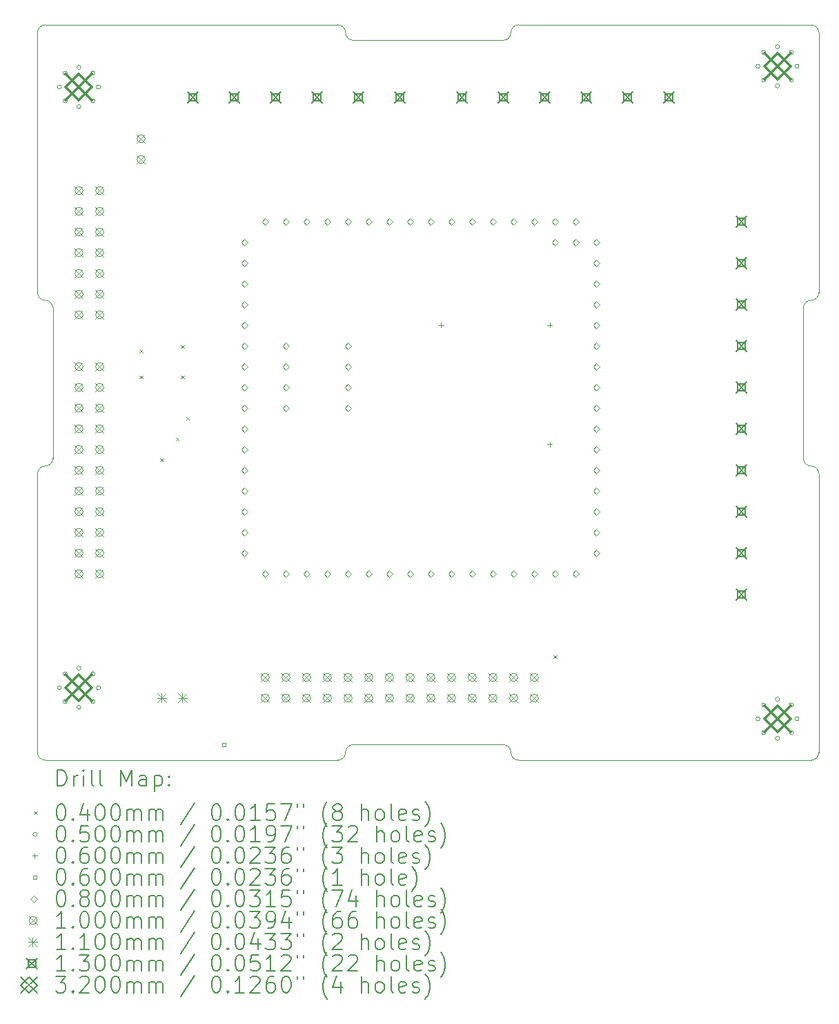
<source format=gbr>
%TF.GenerationSoftware,KiCad,Pcbnew,7.0.1-117-g927b5ae707*%
%TF.CreationDate,2023-04-29T20:04:53+02:00*%
%TF.ProjectId,CANduino128,43414e64-7569-46e6-9f31-32382e6b6963,rev?*%
%TF.SameCoordinates,Original*%
%TF.FileFunction,Drillmap*%
%TF.FilePolarity,Positive*%
%FSLAX45Y45*%
G04 Gerber Fmt 4.5, Leading zero omitted, Abs format (unit mm)*
G04 Created by KiCad (PCBNEW 7.0.1-117-g927b5ae707) date 2023-04-29 20:04:53*
%MOMM*%
%LPD*%
G01*
G04 APERTURE LIST*
%ADD10C,0.100000*%
%ADD11C,0.200000*%
%ADD12C,0.040000*%
%ADD13C,0.050000*%
%ADD14C,0.060000*%
%ADD15C,0.080000*%
%ADD16C,0.110000*%
%ADD17C,0.130000*%
%ADD18C,0.320000*%
G04 APERTURE END LIST*
D10*
X15968980Y-13366750D02*
G75*
G03*
X16064230Y-13462000I95250J0D01*
G01*
X19748500Y-4540250D02*
G75*
G03*
X19653250Y-4445000I-95250J0D01*
G01*
X16064230Y-13462000D02*
X19653250Y-13462000D01*
X15968980Y-13366750D02*
G75*
G03*
X15873730Y-13271500I-95250J0D01*
G01*
X10160000Y-13366750D02*
X10160000Y-9950450D01*
X19748500Y-9950450D02*
G75*
G03*
X19653250Y-9855200I-95250J0D01*
G01*
X10255250Y-9855200D02*
G75*
G03*
X10350500Y-9759950I0J95250D01*
G01*
X10255250Y-4445000D02*
X13844270Y-4445000D01*
X16064230Y-4445000D02*
G75*
G03*
X15968980Y-4540250I0J-95250D01*
G01*
X10350500Y-7918450D02*
G75*
G03*
X10255250Y-7823200I-95250J0D01*
G01*
X15873730Y-4635500D02*
G75*
G03*
X15968980Y-4540250I0J95250D01*
G01*
X19558000Y-9759950D02*
G75*
G03*
X19653250Y-9855200I95250J0D01*
G01*
X13844270Y-13462000D02*
G75*
G03*
X13939520Y-13366750I0J95250D01*
G01*
X14034770Y-4635500D02*
X15873730Y-4635500D01*
X10160000Y-7727950D02*
G75*
G03*
X10255250Y-7823200I95250J0D01*
G01*
X10255250Y-9855200D02*
G75*
G03*
X10160000Y-9950450I0J-95250D01*
G01*
X13939520Y-4540250D02*
G75*
G03*
X14034770Y-4635500I95250J0D01*
G01*
X19748500Y-7727950D02*
X19748500Y-4540250D01*
X10160000Y-7727950D02*
X10160000Y-4540250D01*
X16064230Y-4445000D02*
X19653250Y-4445000D01*
X19558000Y-9759950D02*
X19558000Y-7918450D01*
X19748500Y-13366750D02*
X19748500Y-9950450D01*
X10255250Y-4445000D02*
G75*
G03*
X10160000Y-4540250I0J-95250D01*
G01*
X14034770Y-13271500D02*
G75*
G03*
X13939520Y-13366750I0J-95250D01*
G01*
X10160000Y-13366750D02*
G75*
G03*
X10255250Y-13462000I95250J0D01*
G01*
X10255250Y-13462000D02*
X13844270Y-13462000D01*
X19653250Y-13462000D02*
G75*
G03*
X19748500Y-13366750I0J95250D01*
G01*
X19653250Y-7823200D02*
G75*
G03*
X19558000Y-7918450I0J-95250D01*
G01*
X10350500Y-9759950D02*
X10350500Y-7918450D01*
X14034770Y-13271500D02*
X15873730Y-13271500D01*
X19653250Y-7823200D02*
G75*
G03*
X19748500Y-7727950I0J95250D01*
G01*
X13939520Y-4540250D02*
G75*
G03*
X13844270Y-4445000I-95250J0D01*
G01*
D11*
D12*
X11410000Y-8425500D02*
X11450000Y-8465500D01*
X11450000Y-8425500D02*
X11410000Y-8465500D01*
X11410000Y-8743000D02*
X11450000Y-8783000D01*
X11450000Y-8743000D02*
X11410000Y-8783000D01*
X11664000Y-9759000D02*
X11704000Y-9799000D01*
X11704000Y-9759000D02*
X11664000Y-9799000D01*
X11854500Y-9505000D02*
X11894500Y-9545000D01*
X11894500Y-9505000D02*
X11854500Y-9545000D01*
X11918000Y-8370950D02*
X11958000Y-8410950D01*
X11958000Y-8370950D02*
X11918000Y-8410950D01*
X11918000Y-8743000D02*
X11958000Y-8783000D01*
X11958000Y-8743000D02*
X11918000Y-8783000D01*
X11981500Y-9251000D02*
X12021500Y-9291000D01*
X12021500Y-9251000D02*
X11981500Y-9291000D01*
X16490000Y-12172000D02*
X16530000Y-12212000D01*
X16530000Y-12172000D02*
X16490000Y-12212000D01*
D13*
X10453000Y-5207000D02*
G75*
G03*
X10453000Y-5207000I-25000J0D01*
G01*
X10453000Y-12573000D02*
G75*
G03*
X10453000Y-12573000I-25000J0D01*
G01*
X10523294Y-5037294D02*
G75*
G03*
X10523294Y-5037294I-25000J0D01*
G01*
X10523294Y-5376706D02*
G75*
G03*
X10523294Y-5376706I-25000J0D01*
G01*
X10523294Y-12403294D02*
G75*
G03*
X10523294Y-12403294I-25000J0D01*
G01*
X10523294Y-12742706D02*
G75*
G03*
X10523294Y-12742706I-25000J0D01*
G01*
X10693000Y-4967000D02*
G75*
G03*
X10693000Y-4967000I-25000J0D01*
G01*
X10693000Y-5447000D02*
G75*
G03*
X10693000Y-5447000I-25000J0D01*
G01*
X10693000Y-12333000D02*
G75*
G03*
X10693000Y-12333000I-25000J0D01*
G01*
X10693000Y-12813000D02*
G75*
G03*
X10693000Y-12813000I-25000J0D01*
G01*
X10862706Y-5037294D02*
G75*
G03*
X10862706Y-5037294I-25000J0D01*
G01*
X10862706Y-5376706D02*
G75*
G03*
X10862706Y-5376706I-25000J0D01*
G01*
X10862706Y-12403294D02*
G75*
G03*
X10862706Y-12403294I-25000J0D01*
G01*
X10862706Y-12742706D02*
G75*
G03*
X10862706Y-12742706I-25000J0D01*
G01*
X10933000Y-5207000D02*
G75*
G03*
X10933000Y-5207000I-25000J0D01*
G01*
X10933000Y-12573000D02*
G75*
G03*
X10933000Y-12573000I-25000J0D01*
G01*
X19025500Y-4953000D02*
G75*
G03*
X19025500Y-4953000I-25000J0D01*
G01*
X19025500Y-12954000D02*
G75*
G03*
X19025500Y-12954000I-25000J0D01*
G01*
X19095794Y-4783294D02*
G75*
G03*
X19095794Y-4783294I-25000J0D01*
G01*
X19095794Y-5122706D02*
G75*
G03*
X19095794Y-5122706I-25000J0D01*
G01*
X19095794Y-12784294D02*
G75*
G03*
X19095794Y-12784294I-25000J0D01*
G01*
X19095794Y-13123706D02*
G75*
G03*
X19095794Y-13123706I-25000J0D01*
G01*
X19265500Y-4713000D02*
G75*
G03*
X19265500Y-4713000I-25000J0D01*
G01*
X19265500Y-5193000D02*
G75*
G03*
X19265500Y-5193000I-25000J0D01*
G01*
X19265500Y-12714000D02*
G75*
G03*
X19265500Y-12714000I-25000J0D01*
G01*
X19265500Y-13194000D02*
G75*
G03*
X19265500Y-13194000I-25000J0D01*
G01*
X19435206Y-4783294D02*
G75*
G03*
X19435206Y-4783294I-25000J0D01*
G01*
X19435206Y-5122706D02*
G75*
G03*
X19435206Y-5122706I-25000J0D01*
G01*
X19435206Y-12784294D02*
G75*
G03*
X19435206Y-12784294I-25000J0D01*
G01*
X19435206Y-13123706D02*
G75*
G03*
X19435206Y-13123706I-25000J0D01*
G01*
X19505500Y-4953000D02*
G75*
G03*
X19505500Y-4953000I-25000J0D01*
G01*
X19505500Y-12954000D02*
G75*
G03*
X19505500Y-12954000I-25000J0D01*
G01*
D14*
X15113000Y-8098000D02*
X15113000Y-8158000D01*
X15083000Y-8128000D02*
X15143000Y-8128000D01*
X16446500Y-8098000D02*
X16446500Y-8158000D01*
X16416500Y-8128000D02*
X16476500Y-8128000D01*
X16446500Y-9558500D02*
X16446500Y-9618500D01*
X16416500Y-9588500D02*
X16476500Y-9588500D01*
X12467213Y-13292713D02*
X12467213Y-13250287D01*
X12424787Y-13250287D01*
X12424787Y-13292713D01*
X12467213Y-13292713D01*
D15*
X12700000Y-7152000D02*
X12740000Y-7112000D01*
X12700000Y-7072000D01*
X12660000Y-7112000D01*
X12700000Y-7152000D01*
X12700000Y-7406000D02*
X12740000Y-7366000D01*
X12700000Y-7326000D01*
X12660000Y-7366000D01*
X12700000Y-7406000D01*
X12700000Y-7660000D02*
X12740000Y-7620000D01*
X12700000Y-7580000D01*
X12660000Y-7620000D01*
X12700000Y-7660000D01*
X12700000Y-7914000D02*
X12740000Y-7874000D01*
X12700000Y-7834000D01*
X12660000Y-7874000D01*
X12700000Y-7914000D01*
X12700000Y-8168000D02*
X12740000Y-8128000D01*
X12700000Y-8088000D01*
X12660000Y-8128000D01*
X12700000Y-8168000D01*
X12700000Y-8422000D02*
X12740000Y-8382000D01*
X12700000Y-8342000D01*
X12660000Y-8382000D01*
X12700000Y-8422000D01*
X12700000Y-8676000D02*
X12740000Y-8636000D01*
X12700000Y-8596000D01*
X12660000Y-8636000D01*
X12700000Y-8676000D01*
X12700000Y-8930000D02*
X12740000Y-8890000D01*
X12700000Y-8850000D01*
X12660000Y-8890000D01*
X12700000Y-8930000D01*
X12700000Y-9184000D02*
X12740000Y-9144000D01*
X12700000Y-9104000D01*
X12660000Y-9144000D01*
X12700000Y-9184000D01*
X12700000Y-9438000D02*
X12740000Y-9398000D01*
X12700000Y-9358000D01*
X12660000Y-9398000D01*
X12700000Y-9438000D01*
X12700000Y-9692000D02*
X12740000Y-9652000D01*
X12700000Y-9612000D01*
X12660000Y-9652000D01*
X12700000Y-9692000D01*
X12700000Y-9946000D02*
X12740000Y-9906000D01*
X12700000Y-9866000D01*
X12660000Y-9906000D01*
X12700000Y-9946000D01*
X12700000Y-10200000D02*
X12740000Y-10160000D01*
X12700000Y-10120000D01*
X12660000Y-10160000D01*
X12700000Y-10200000D01*
X12700000Y-10454000D02*
X12740000Y-10414000D01*
X12700000Y-10374000D01*
X12660000Y-10414000D01*
X12700000Y-10454000D01*
X12700000Y-10708000D02*
X12740000Y-10668000D01*
X12700000Y-10628000D01*
X12660000Y-10668000D01*
X12700000Y-10708000D01*
X12700000Y-10962000D02*
X12740000Y-10922000D01*
X12700000Y-10882000D01*
X12660000Y-10922000D01*
X12700000Y-10962000D01*
X12954000Y-6898000D02*
X12994000Y-6858000D01*
X12954000Y-6818000D01*
X12914000Y-6858000D01*
X12954000Y-6898000D01*
X12954000Y-11216000D02*
X12994000Y-11176000D01*
X12954000Y-11136000D01*
X12914000Y-11176000D01*
X12954000Y-11216000D01*
X13208000Y-6898000D02*
X13248000Y-6858000D01*
X13208000Y-6818000D01*
X13168000Y-6858000D01*
X13208000Y-6898000D01*
X13208000Y-8421000D02*
X13248000Y-8381000D01*
X13208000Y-8341000D01*
X13168000Y-8381000D01*
X13208000Y-8421000D01*
X13208000Y-8675000D02*
X13248000Y-8635000D01*
X13208000Y-8595000D01*
X13168000Y-8635000D01*
X13208000Y-8675000D01*
X13208000Y-8929000D02*
X13248000Y-8889000D01*
X13208000Y-8849000D01*
X13168000Y-8889000D01*
X13208000Y-8929000D01*
X13208000Y-9183000D02*
X13248000Y-9143000D01*
X13208000Y-9103000D01*
X13168000Y-9143000D01*
X13208000Y-9183000D01*
X13208000Y-11216000D02*
X13248000Y-11176000D01*
X13208000Y-11136000D01*
X13168000Y-11176000D01*
X13208000Y-11216000D01*
X13462000Y-6898000D02*
X13502000Y-6858000D01*
X13462000Y-6818000D01*
X13422000Y-6858000D01*
X13462000Y-6898000D01*
X13462000Y-11216000D02*
X13502000Y-11176000D01*
X13462000Y-11136000D01*
X13422000Y-11176000D01*
X13462000Y-11216000D01*
X13716000Y-6898000D02*
X13756000Y-6858000D01*
X13716000Y-6818000D01*
X13676000Y-6858000D01*
X13716000Y-6898000D01*
X13716000Y-11216000D02*
X13756000Y-11176000D01*
X13716000Y-11136000D01*
X13676000Y-11176000D01*
X13716000Y-11216000D01*
X13970000Y-6898000D02*
X14010000Y-6858000D01*
X13970000Y-6818000D01*
X13930000Y-6858000D01*
X13970000Y-6898000D01*
X13970000Y-8421000D02*
X14010000Y-8381000D01*
X13970000Y-8341000D01*
X13930000Y-8381000D01*
X13970000Y-8421000D01*
X13970000Y-8675000D02*
X14010000Y-8635000D01*
X13970000Y-8595000D01*
X13930000Y-8635000D01*
X13970000Y-8675000D01*
X13970000Y-8929000D02*
X14010000Y-8889000D01*
X13970000Y-8849000D01*
X13930000Y-8889000D01*
X13970000Y-8929000D01*
X13970000Y-9183000D02*
X14010000Y-9143000D01*
X13970000Y-9103000D01*
X13930000Y-9143000D01*
X13970000Y-9183000D01*
X13970000Y-11216000D02*
X14010000Y-11176000D01*
X13970000Y-11136000D01*
X13930000Y-11176000D01*
X13970000Y-11216000D01*
X14224000Y-6898000D02*
X14264000Y-6858000D01*
X14224000Y-6818000D01*
X14184000Y-6858000D01*
X14224000Y-6898000D01*
X14224000Y-11216000D02*
X14264000Y-11176000D01*
X14224000Y-11136000D01*
X14184000Y-11176000D01*
X14224000Y-11216000D01*
X14478000Y-6898000D02*
X14518000Y-6858000D01*
X14478000Y-6818000D01*
X14438000Y-6858000D01*
X14478000Y-6898000D01*
X14478000Y-11216000D02*
X14518000Y-11176000D01*
X14478000Y-11136000D01*
X14438000Y-11176000D01*
X14478000Y-11216000D01*
X14732000Y-6898000D02*
X14772000Y-6858000D01*
X14732000Y-6818000D01*
X14692000Y-6858000D01*
X14732000Y-6898000D01*
X14732000Y-11216000D02*
X14772000Y-11176000D01*
X14732000Y-11136000D01*
X14692000Y-11176000D01*
X14732000Y-11216000D01*
X14986000Y-6898000D02*
X15026000Y-6858000D01*
X14986000Y-6818000D01*
X14946000Y-6858000D01*
X14986000Y-6898000D01*
X14986000Y-11216000D02*
X15026000Y-11176000D01*
X14986000Y-11136000D01*
X14946000Y-11176000D01*
X14986000Y-11216000D01*
X15240000Y-6898000D02*
X15280000Y-6858000D01*
X15240000Y-6818000D01*
X15200000Y-6858000D01*
X15240000Y-6898000D01*
X15240000Y-11216000D02*
X15280000Y-11176000D01*
X15240000Y-11136000D01*
X15200000Y-11176000D01*
X15240000Y-11216000D01*
X15494000Y-6898000D02*
X15534000Y-6858000D01*
X15494000Y-6818000D01*
X15454000Y-6858000D01*
X15494000Y-6898000D01*
X15494000Y-11216000D02*
X15534000Y-11176000D01*
X15494000Y-11136000D01*
X15454000Y-11176000D01*
X15494000Y-11216000D01*
X15748000Y-6898000D02*
X15788000Y-6858000D01*
X15748000Y-6818000D01*
X15708000Y-6858000D01*
X15748000Y-6898000D01*
X15748000Y-11216000D02*
X15788000Y-11176000D01*
X15748000Y-11136000D01*
X15708000Y-11176000D01*
X15748000Y-11216000D01*
X16002000Y-6898000D02*
X16042000Y-6858000D01*
X16002000Y-6818000D01*
X15962000Y-6858000D01*
X16002000Y-6898000D01*
X16002000Y-11216000D02*
X16042000Y-11176000D01*
X16002000Y-11136000D01*
X15962000Y-11176000D01*
X16002000Y-11216000D01*
X16256000Y-6898000D02*
X16296000Y-6858000D01*
X16256000Y-6818000D01*
X16216000Y-6858000D01*
X16256000Y-6898000D01*
X16256000Y-11216000D02*
X16296000Y-11176000D01*
X16256000Y-11136000D01*
X16216000Y-11176000D01*
X16256000Y-11216000D01*
X16510000Y-6898000D02*
X16550000Y-6858000D01*
X16510000Y-6818000D01*
X16470000Y-6858000D01*
X16510000Y-6898000D01*
X16510000Y-7152000D02*
X16550000Y-7112000D01*
X16510000Y-7072000D01*
X16470000Y-7112000D01*
X16510000Y-7152000D01*
X16510000Y-11216000D02*
X16550000Y-11176000D01*
X16510000Y-11136000D01*
X16470000Y-11176000D01*
X16510000Y-11216000D01*
X16764000Y-6898000D02*
X16804000Y-6858000D01*
X16764000Y-6818000D01*
X16724000Y-6858000D01*
X16764000Y-6898000D01*
X16764000Y-7152000D02*
X16804000Y-7112000D01*
X16764000Y-7072000D01*
X16724000Y-7112000D01*
X16764000Y-7152000D01*
X16764000Y-11216000D02*
X16804000Y-11176000D01*
X16764000Y-11136000D01*
X16724000Y-11176000D01*
X16764000Y-11216000D01*
X17018000Y-7152000D02*
X17058000Y-7112000D01*
X17018000Y-7072000D01*
X16978000Y-7112000D01*
X17018000Y-7152000D01*
X17018000Y-7406000D02*
X17058000Y-7366000D01*
X17018000Y-7326000D01*
X16978000Y-7366000D01*
X17018000Y-7406000D01*
X17018000Y-7660000D02*
X17058000Y-7620000D01*
X17018000Y-7580000D01*
X16978000Y-7620000D01*
X17018000Y-7660000D01*
X17018000Y-7914000D02*
X17058000Y-7874000D01*
X17018000Y-7834000D01*
X16978000Y-7874000D01*
X17018000Y-7914000D01*
X17018000Y-8168000D02*
X17058000Y-8128000D01*
X17018000Y-8088000D01*
X16978000Y-8128000D01*
X17018000Y-8168000D01*
X17018000Y-8422000D02*
X17058000Y-8382000D01*
X17018000Y-8342000D01*
X16978000Y-8382000D01*
X17018000Y-8422000D01*
X17018000Y-8676000D02*
X17058000Y-8636000D01*
X17018000Y-8596000D01*
X16978000Y-8636000D01*
X17018000Y-8676000D01*
X17018000Y-8930000D02*
X17058000Y-8890000D01*
X17018000Y-8850000D01*
X16978000Y-8890000D01*
X17018000Y-8930000D01*
X17018000Y-9184000D02*
X17058000Y-9144000D01*
X17018000Y-9104000D01*
X16978000Y-9144000D01*
X17018000Y-9184000D01*
X17018000Y-9438000D02*
X17058000Y-9398000D01*
X17018000Y-9358000D01*
X16978000Y-9398000D01*
X17018000Y-9438000D01*
X17018000Y-9692000D02*
X17058000Y-9652000D01*
X17018000Y-9612000D01*
X16978000Y-9652000D01*
X17018000Y-9692000D01*
X17018000Y-9946000D02*
X17058000Y-9906000D01*
X17018000Y-9866000D01*
X16978000Y-9906000D01*
X17018000Y-9946000D01*
X17018000Y-10200000D02*
X17058000Y-10160000D01*
X17018000Y-10120000D01*
X16978000Y-10160000D01*
X17018000Y-10200000D01*
X17018000Y-10454000D02*
X17058000Y-10414000D01*
X17018000Y-10374000D01*
X16978000Y-10414000D01*
X17018000Y-10454000D01*
X17018000Y-10708000D02*
X17058000Y-10668000D01*
X17018000Y-10628000D01*
X16978000Y-10668000D01*
X17018000Y-10708000D01*
X17018000Y-10962000D02*
X17058000Y-10922000D01*
X17018000Y-10882000D01*
X16978000Y-10922000D01*
X17018000Y-10962000D01*
D10*
X10618000Y-6427000D02*
X10718000Y-6527000D01*
X10718000Y-6427000D02*
X10618000Y-6527000D01*
X10718000Y-6477000D02*
G75*
G03*
X10718000Y-6477000I-50000J0D01*
G01*
X10618000Y-6681000D02*
X10718000Y-6781000D01*
X10718000Y-6681000D02*
X10618000Y-6781000D01*
X10718000Y-6731000D02*
G75*
G03*
X10718000Y-6731000I-50000J0D01*
G01*
X10618000Y-6935000D02*
X10718000Y-7035000D01*
X10718000Y-6935000D02*
X10618000Y-7035000D01*
X10718000Y-6985000D02*
G75*
G03*
X10718000Y-6985000I-50000J0D01*
G01*
X10618000Y-7189000D02*
X10718000Y-7289000D01*
X10718000Y-7189000D02*
X10618000Y-7289000D01*
X10718000Y-7239000D02*
G75*
G03*
X10718000Y-7239000I-50000J0D01*
G01*
X10618000Y-7443000D02*
X10718000Y-7543000D01*
X10718000Y-7443000D02*
X10618000Y-7543000D01*
X10718000Y-7493000D02*
G75*
G03*
X10718000Y-7493000I-50000J0D01*
G01*
X10618000Y-7697000D02*
X10718000Y-7797000D01*
X10718000Y-7697000D02*
X10618000Y-7797000D01*
X10718000Y-7747000D02*
G75*
G03*
X10718000Y-7747000I-50000J0D01*
G01*
X10618000Y-7951000D02*
X10718000Y-8051000D01*
X10718000Y-7951000D02*
X10618000Y-8051000D01*
X10718000Y-8001000D02*
G75*
G03*
X10718000Y-8001000I-50000J0D01*
G01*
X10618000Y-8586000D02*
X10718000Y-8686000D01*
X10718000Y-8586000D02*
X10618000Y-8686000D01*
X10718000Y-8636000D02*
G75*
G03*
X10718000Y-8636000I-50000J0D01*
G01*
X10618000Y-8840000D02*
X10718000Y-8940000D01*
X10718000Y-8840000D02*
X10618000Y-8940000D01*
X10718000Y-8890000D02*
G75*
G03*
X10718000Y-8890000I-50000J0D01*
G01*
X10618000Y-9094000D02*
X10718000Y-9194000D01*
X10718000Y-9094000D02*
X10618000Y-9194000D01*
X10718000Y-9144000D02*
G75*
G03*
X10718000Y-9144000I-50000J0D01*
G01*
X10618000Y-9348000D02*
X10718000Y-9448000D01*
X10718000Y-9348000D02*
X10618000Y-9448000D01*
X10718000Y-9398000D02*
G75*
G03*
X10718000Y-9398000I-50000J0D01*
G01*
X10618000Y-9602000D02*
X10718000Y-9702000D01*
X10718000Y-9602000D02*
X10618000Y-9702000D01*
X10718000Y-9652000D02*
G75*
G03*
X10718000Y-9652000I-50000J0D01*
G01*
X10618000Y-9856000D02*
X10718000Y-9956000D01*
X10718000Y-9856000D02*
X10618000Y-9956000D01*
X10718000Y-9906000D02*
G75*
G03*
X10718000Y-9906000I-50000J0D01*
G01*
X10618000Y-10110000D02*
X10718000Y-10210000D01*
X10718000Y-10110000D02*
X10618000Y-10210000D01*
X10718000Y-10160000D02*
G75*
G03*
X10718000Y-10160000I-50000J0D01*
G01*
X10618000Y-10364000D02*
X10718000Y-10464000D01*
X10718000Y-10364000D02*
X10618000Y-10464000D01*
X10718000Y-10414000D02*
G75*
G03*
X10718000Y-10414000I-50000J0D01*
G01*
X10618000Y-10618000D02*
X10718000Y-10718000D01*
X10718000Y-10618000D02*
X10618000Y-10718000D01*
X10718000Y-10668000D02*
G75*
G03*
X10718000Y-10668000I-50000J0D01*
G01*
X10618000Y-10872000D02*
X10718000Y-10972000D01*
X10718000Y-10872000D02*
X10618000Y-10972000D01*
X10718000Y-10922000D02*
G75*
G03*
X10718000Y-10922000I-50000J0D01*
G01*
X10618000Y-11126000D02*
X10718000Y-11226000D01*
X10718000Y-11126000D02*
X10618000Y-11226000D01*
X10718000Y-11176000D02*
G75*
G03*
X10718000Y-11176000I-50000J0D01*
G01*
X10872000Y-6427000D02*
X10972000Y-6527000D01*
X10972000Y-6427000D02*
X10872000Y-6527000D01*
X10972000Y-6477000D02*
G75*
G03*
X10972000Y-6477000I-50000J0D01*
G01*
X10872000Y-6681000D02*
X10972000Y-6781000D01*
X10972000Y-6681000D02*
X10872000Y-6781000D01*
X10972000Y-6731000D02*
G75*
G03*
X10972000Y-6731000I-50000J0D01*
G01*
X10872000Y-6935000D02*
X10972000Y-7035000D01*
X10972000Y-6935000D02*
X10872000Y-7035000D01*
X10972000Y-6985000D02*
G75*
G03*
X10972000Y-6985000I-50000J0D01*
G01*
X10872000Y-7189000D02*
X10972000Y-7289000D01*
X10972000Y-7189000D02*
X10872000Y-7289000D01*
X10972000Y-7239000D02*
G75*
G03*
X10972000Y-7239000I-50000J0D01*
G01*
X10872000Y-7443000D02*
X10972000Y-7543000D01*
X10972000Y-7443000D02*
X10872000Y-7543000D01*
X10972000Y-7493000D02*
G75*
G03*
X10972000Y-7493000I-50000J0D01*
G01*
X10872000Y-7697000D02*
X10972000Y-7797000D01*
X10972000Y-7697000D02*
X10872000Y-7797000D01*
X10972000Y-7747000D02*
G75*
G03*
X10972000Y-7747000I-50000J0D01*
G01*
X10872000Y-7951000D02*
X10972000Y-8051000D01*
X10972000Y-7951000D02*
X10872000Y-8051000D01*
X10972000Y-8001000D02*
G75*
G03*
X10972000Y-8001000I-50000J0D01*
G01*
X10872000Y-8586000D02*
X10972000Y-8686000D01*
X10972000Y-8586000D02*
X10872000Y-8686000D01*
X10972000Y-8636000D02*
G75*
G03*
X10972000Y-8636000I-50000J0D01*
G01*
X10872000Y-8840000D02*
X10972000Y-8940000D01*
X10972000Y-8840000D02*
X10872000Y-8940000D01*
X10972000Y-8890000D02*
G75*
G03*
X10972000Y-8890000I-50000J0D01*
G01*
X10872000Y-9094000D02*
X10972000Y-9194000D01*
X10972000Y-9094000D02*
X10872000Y-9194000D01*
X10972000Y-9144000D02*
G75*
G03*
X10972000Y-9144000I-50000J0D01*
G01*
X10872000Y-9348000D02*
X10972000Y-9448000D01*
X10972000Y-9348000D02*
X10872000Y-9448000D01*
X10972000Y-9398000D02*
G75*
G03*
X10972000Y-9398000I-50000J0D01*
G01*
X10872000Y-9602000D02*
X10972000Y-9702000D01*
X10972000Y-9602000D02*
X10872000Y-9702000D01*
X10972000Y-9652000D02*
G75*
G03*
X10972000Y-9652000I-50000J0D01*
G01*
X10872000Y-9856000D02*
X10972000Y-9956000D01*
X10972000Y-9856000D02*
X10872000Y-9956000D01*
X10972000Y-9906000D02*
G75*
G03*
X10972000Y-9906000I-50000J0D01*
G01*
X10872000Y-10110000D02*
X10972000Y-10210000D01*
X10972000Y-10110000D02*
X10872000Y-10210000D01*
X10972000Y-10160000D02*
G75*
G03*
X10972000Y-10160000I-50000J0D01*
G01*
X10872000Y-10364000D02*
X10972000Y-10464000D01*
X10972000Y-10364000D02*
X10872000Y-10464000D01*
X10972000Y-10414000D02*
G75*
G03*
X10972000Y-10414000I-50000J0D01*
G01*
X10872000Y-10618000D02*
X10972000Y-10718000D01*
X10972000Y-10618000D02*
X10872000Y-10718000D01*
X10972000Y-10668000D02*
G75*
G03*
X10972000Y-10668000I-50000J0D01*
G01*
X10872000Y-10872000D02*
X10972000Y-10972000D01*
X10972000Y-10872000D02*
X10872000Y-10972000D01*
X10972000Y-10922000D02*
G75*
G03*
X10972000Y-10922000I-50000J0D01*
G01*
X10872000Y-11126000D02*
X10972000Y-11226000D01*
X10972000Y-11126000D02*
X10872000Y-11226000D01*
X10972000Y-11176000D02*
G75*
G03*
X10972000Y-11176000I-50000J0D01*
G01*
X11380000Y-5792000D02*
X11480000Y-5892000D01*
X11480000Y-5792000D02*
X11380000Y-5892000D01*
X11480000Y-5842000D02*
G75*
G03*
X11480000Y-5842000I-50000J0D01*
G01*
X11380000Y-6046000D02*
X11480000Y-6146000D01*
X11480000Y-6046000D02*
X11380000Y-6146000D01*
X11480000Y-6096000D02*
G75*
G03*
X11480000Y-6096000I-50000J0D01*
G01*
X12904000Y-12396000D02*
X13004000Y-12496000D01*
X13004000Y-12396000D02*
X12904000Y-12496000D01*
X13004000Y-12446000D02*
G75*
G03*
X13004000Y-12446000I-50000J0D01*
G01*
X12904000Y-12650000D02*
X13004000Y-12750000D01*
X13004000Y-12650000D02*
X12904000Y-12750000D01*
X13004000Y-12700000D02*
G75*
G03*
X13004000Y-12700000I-50000J0D01*
G01*
X13158000Y-12396000D02*
X13258000Y-12496000D01*
X13258000Y-12396000D02*
X13158000Y-12496000D01*
X13258000Y-12446000D02*
G75*
G03*
X13258000Y-12446000I-50000J0D01*
G01*
X13158000Y-12650000D02*
X13258000Y-12750000D01*
X13258000Y-12650000D02*
X13158000Y-12750000D01*
X13258000Y-12700000D02*
G75*
G03*
X13258000Y-12700000I-50000J0D01*
G01*
X13412000Y-12396000D02*
X13512000Y-12496000D01*
X13512000Y-12396000D02*
X13412000Y-12496000D01*
X13512000Y-12446000D02*
G75*
G03*
X13512000Y-12446000I-50000J0D01*
G01*
X13412000Y-12650000D02*
X13512000Y-12750000D01*
X13512000Y-12650000D02*
X13412000Y-12750000D01*
X13512000Y-12700000D02*
G75*
G03*
X13512000Y-12700000I-50000J0D01*
G01*
X13666000Y-12396000D02*
X13766000Y-12496000D01*
X13766000Y-12396000D02*
X13666000Y-12496000D01*
X13766000Y-12446000D02*
G75*
G03*
X13766000Y-12446000I-50000J0D01*
G01*
X13666000Y-12650000D02*
X13766000Y-12750000D01*
X13766000Y-12650000D02*
X13666000Y-12750000D01*
X13766000Y-12700000D02*
G75*
G03*
X13766000Y-12700000I-50000J0D01*
G01*
X13920000Y-12396000D02*
X14020000Y-12496000D01*
X14020000Y-12396000D02*
X13920000Y-12496000D01*
X14020000Y-12446000D02*
G75*
G03*
X14020000Y-12446000I-50000J0D01*
G01*
X13920000Y-12650000D02*
X14020000Y-12750000D01*
X14020000Y-12650000D02*
X13920000Y-12750000D01*
X14020000Y-12700000D02*
G75*
G03*
X14020000Y-12700000I-50000J0D01*
G01*
X14174000Y-12396000D02*
X14274000Y-12496000D01*
X14274000Y-12396000D02*
X14174000Y-12496000D01*
X14274000Y-12446000D02*
G75*
G03*
X14274000Y-12446000I-50000J0D01*
G01*
X14174000Y-12650000D02*
X14274000Y-12750000D01*
X14274000Y-12650000D02*
X14174000Y-12750000D01*
X14274000Y-12700000D02*
G75*
G03*
X14274000Y-12700000I-50000J0D01*
G01*
X14428000Y-12396000D02*
X14528000Y-12496000D01*
X14528000Y-12396000D02*
X14428000Y-12496000D01*
X14528000Y-12446000D02*
G75*
G03*
X14528000Y-12446000I-50000J0D01*
G01*
X14428000Y-12650000D02*
X14528000Y-12750000D01*
X14528000Y-12650000D02*
X14428000Y-12750000D01*
X14528000Y-12700000D02*
G75*
G03*
X14528000Y-12700000I-50000J0D01*
G01*
X14682000Y-12396000D02*
X14782000Y-12496000D01*
X14782000Y-12396000D02*
X14682000Y-12496000D01*
X14782000Y-12446000D02*
G75*
G03*
X14782000Y-12446000I-50000J0D01*
G01*
X14682000Y-12650000D02*
X14782000Y-12750000D01*
X14782000Y-12650000D02*
X14682000Y-12750000D01*
X14782000Y-12700000D02*
G75*
G03*
X14782000Y-12700000I-50000J0D01*
G01*
X14936000Y-12396000D02*
X15036000Y-12496000D01*
X15036000Y-12396000D02*
X14936000Y-12496000D01*
X15036000Y-12446000D02*
G75*
G03*
X15036000Y-12446000I-50000J0D01*
G01*
X14936000Y-12650000D02*
X15036000Y-12750000D01*
X15036000Y-12650000D02*
X14936000Y-12750000D01*
X15036000Y-12700000D02*
G75*
G03*
X15036000Y-12700000I-50000J0D01*
G01*
X15190000Y-12396000D02*
X15290000Y-12496000D01*
X15290000Y-12396000D02*
X15190000Y-12496000D01*
X15290000Y-12446000D02*
G75*
G03*
X15290000Y-12446000I-50000J0D01*
G01*
X15190000Y-12650000D02*
X15290000Y-12750000D01*
X15290000Y-12650000D02*
X15190000Y-12750000D01*
X15290000Y-12700000D02*
G75*
G03*
X15290000Y-12700000I-50000J0D01*
G01*
X15444000Y-12396000D02*
X15544000Y-12496000D01*
X15544000Y-12396000D02*
X15444000Y-12496000D01*
X15544000Y-12446000D02*
G75*
G03*
X15544000Y-12446000I-50000J0D01*
G01*
X15444000Y-12650000D02*
X15544000Y-12750000D01*
X15544000Y-12650000D02*
X15444000Y-12750000D01*
X15544000Y-12700000D02*
G75*
G03*
X15544000Y-12700000I-50000J0D01*
G01*
X15698000Y-12396000D02*
X15798000Y-12496000D01*
X15798000Y-12396000D02*
X15698000Y-12496000D01*
X15798000Y-12446000D02*
G75*
G03*
X15798000Y-12446000I-50000J0D01*
G01*
X15698000Y-12650000D02*
X15798000Y-12750000D01*
X15798000Y-12650000D02*
X15698000Y-12750000D01*
X15798000Y-12700000D02*
G75*
G03*
X15798000Y-12700000I-50000J0D01*
G01*
X15952000Y-12396000D02*
X16052000Y-12496000D01*
X16052000Y-12396000D02*
X15952000Y-12496000D01*
X16052000Y-12446000D02*
G75*
G03*
X16052000Y-12446000I-50000J0D01*
G01*
X15952000Y-12650000D02*
X16052000Y-12750000D01*
X16052000Y-12650000D02*
X15952000Y-12750000D01*
X16052000Y-12700000D02*
G75*
G03*
X16052000Y-12700000I-50000J0D01*
G01*
X16206000Y-12396000D02*
X16306000Y-12496000D01*
X16306000Y-12396000D02*
X16206000Y-12496000D01*
X16306000Y-12446000D02*
G75*
G03*
X16306000Y-12446000I-50000J0D01*
G01*
X16206000Y-12650000D02*
X16306000Y-12750000D01*
X16306000Y-12650000D02*
X16206000Y-12750000D01*
X16306000Y-12700000D02*
G75*
G03*
X16306000Y-12700000I-50000J0D01*
G01*
D16*
X11629000Y-12645000D02*
X11739000Y-12755000D01*
X11739000Y-12645000D02*
X11629000Y-12755000D01*
X11684000Y-12645000D02*
X11684000Y-12755000D01*
X11629000Y-12700000D02*
X11739000Y-12700000D01*
X11883000Y-12645000D02*
X11993000Y-12755000D01*
X11993000Y-12645000D02*
X11883000Y-12755000D01*
X11938000Y-12645000D02*
X11938000Y-12755000D01*
X11883000Y-12700000D02*
X11993000Y-12700000D01*
D17*
X12000000Y-5269000D02*
X12130000Y-5399000D01*
X12130000Y-5269000D02*
X12000000Y-5399000D01*
X12110962Y-5379962D02*
X12110962Y-5288038D01*
X12019038Y-5288038D01*
X12019038Y-5379962D01*
X12110962Y-5379962D01*
X12508000Y-5269000D02*
X12638000Y-5399000D01*
X12638000Y-5269000D02*
X12508000Y-5399000D01*
X12618962Y-5379962D02*
X12618962Y-5288038D01*
X12527038Y-5288038D01*
X12527038Y-5379962D01*
X12618962Y-5379962D01*
X13016000Y-5269000D02*
X13146000Y-5399000D01*
X13146000Y-5269000D02*
X13016000Y-5399000D01*
X13126962Y-5379962D02*
X13126962Y-5288038D01*
X13035038Y-5288038D01*
X13035038Y-5379962D01*
X13126962Y-5379962D01*
X13524000Y-5269000D02*
X13654000Y-5399000D01*
X13654000Y-5269000D02*
X13524000Y-5399000D01*
X13634962Y-5379962D02*
X13634962Y-5288038D01*
X13543038Y-5288038D01*
X13543038Y-5379962D01*
X13634962Y-5379962D01*
X14032000Y-5269000D02*
X14162000Y-5399000D01*
X14162000Y-5269000D02*
X14032000Y-5399000D01*
X14142962Y-5379962D02*
X14142962Y-5288038D01*
X14051038Y-5288038D01*
X14051038Y-5379962D01*
X14142962Y-5379962D01*
X14540000Y-5269000D02*
X14670000Y-5399000D01*
X14670000Y-5269000D02*
X14540000Y-5399000D01*
X14650962Y-5379962D02*
X14650962Y-5288038D01*
X14559038Y-5288038D01*
X14559038Y-5379962D01*
X14650962Y-5379962D01*
X15302000Y-5269000D02*
X15432000Y-5399000D01*
X15432000Y-5269000D02*
X15302000Y-5399000D01*
X15412962Y-5379962D02*
X15412962Y-5288038D01*
X15321038Y-5288038D01*
X15321038Y-5379962D01*
X15412962Y-5379962D01*
X15810000Y-5269000D02*
X15940000Y-5399000D01*
X15940000Y-5269000D02*
X15810000Y-5399000D01*
X15920962Y-5379962D02*
X15920962Y-5288038D01*
X15829038Y-5288038D01*
X15829038Y-5379962D01*
X15920962Y-5379962D01*
X16318000Y-5269000D02*
X16448000Y-5399000D01*
X16448000Y-5269000D02*
X16318000Y-5399000D01*
X16428962Y-5379962D02*
X16428962Y-5288038D01*
X16337038Y-5288038D01*
X16337038Y-5379962D01*
X16428962Y-5379962D01*
X16826000Y-5269000D02*
X16956000Y-5399000D01*
X16956000Y-5269000D02*
X16826000Y-5399000D01*
X16936962Y-5379962D02*
X16936962Y-5288038D01*
X16845038Y-5288038D01*
X16845038Y-5379962D01*
X16936962Y-5379962D01*
X17334000Y-5269000D02*
X17464000Y-5399000D01*
X17464000Y-5269000D02*
X17334000Y-5399000D01*
X17444962Y-5379962D02*
X17444962Y-5288038D01*
X17353038Y-5288038D01*
X17353038Y-5379962D01*
X17444962Y-5379962D01*
X17842000Y-5269000D02*
X17972000Y-5399000D01*
X17972000Y-5269000D02*
X17842000Y-5399000D01*
X17952962Y-5379962D02*
X17952962Y-5288038D01*
X17861038Y-5288038D01*
X17861038Y-5379962D01*
X17952962Y-5379962D01*
X18731000Y-6793000D02*
X18861000Y-6923000D01*
X18861000Y-6793000D02*
X18731000Y-6923000D01*
X18841962Y-6903962D02*
X18841962Y-6812038D01*
X18750038Y-6812038D01*
X18750038Y-6903962D01*
X18841962Y-6903962D01*
X18731000Y-7301000D02*
X18861000Y-7431000D01*
X18861000Y-7301000D02*
X18731000Y-7431000D01*
X18841962Y-7411962D02*
X18841962Y-7320038D01*
X18750038Y-7320038D01*
X18750038Y-7411962D01*
X18841962Y-7411962D01*
X18731000Y-7809000D02*
X18861000Y-7939000D01*
X18861000Y-7809000D02*
X18731000Y-7939000D01*
X18841962Y-7919962D02*
X18841962Y-7828038D01*
X18750038Y-7828038D01*
X18750038Y-7919962D01*
X18841962Y-7919962D01*
X18731000Y-8317000D02*
X18861000Y-8447000D01*
X18861000Y-8317000D02*
X18731000Y-8447000D01*
X18841962Y-8427962D02*
X18841962Y-8336038D01*
X18750038Y-8336038D01*
X18750038Y-8427962D01*
X18841962Y-8427962D01*
X18731000Y-8825000D02*
X18861000Y-8955000D01*
X18861000Y-8825000D02*
X18731000Y-8955000D01*
X18841962Y-8935962D02*
X18841962Y-8844038D01*
X18750038Y-8844038D01*
X18750038Y-8935962D01*
X18841962Y-8935962D01*
X18731000Y-9333000D02*
X18861000Y-9463000D01*
X18861000Y-9333000D02*
X18731000Y-9463000D01*
X18841962Y-9443962D02*
X18841962Y-9352038D01*
X18750038Y-9352038D01*
X18750038Y-9443962D01*
X18841962Y-9443962D01*
X18731000Y-9841000D02*
X18861000Y-9971000D01*
X18861000Y-9841000D02*
X18731000Y-9971000D01*
X18841962Y-9951962D02*
X18841962Y-9860038D01*
X18750038Y-9860038D01*
X18750038Y-9951962D01*
X18841962Y-9951962D01*
X18731000Y-10349000D02*
X18861000Y-10479000D01*
X18861000Y-10349000D02*
X18731000Y-10479000D01*
X18841962Y-10459962D02*
X18841962Y-10368038D01*
X18750038Y-10368038D01*
X18750038Y-10459962D01*
X18841962Y-10459962D01*
X18731000Y-10857000D02*
X18861000Y-10987000D01*
X18861000Y-10857000D02*
X18731000Y-10987000D01*
X18841962Y-10967962D02*
X18841962Y-10876038D01*
X18750038Y-10876038D01*
X18750038Y-10967962D01*
X18841962Y-10967962D01*
X18731000Y-11365000D02*
X18861000Y-11495000D01*
X18861000Y-11365000D02*
X18731000Y-11495000D01*
X18841962Y-11475962D02*
X18841962Y-11384038D01*
X18750038Y-11384038D01*
X18750038Y-11475962D01*
X18841962Y-11475962D01*
D18*
X10508000Y-5047000D02*
X10828000Y-5367000D01*
X10828000Y-5047000D02*
X10508000Y-5367000D01*
X10668000Y-5367000D02*
X10828000Y-5207000D01*
X10668000Y-5047000D01*
X10508000Y-5207000D01*
X10668000Y-5367000D01*
X10508000Y-12413000D02*
X10828000Y-12733000D01*
X10828000Y-12413000D02*
X10508000Y-12733000D01*
X10668000Y-12733000D02*
X10828000Y-12573000D01*
X10668000Y-12413000D01*
X10508000Y-12573000D01*
X10668000Y-12733000D01*
X19080500Y-4793000D02*
X19400500Y-5113000D01*
X19400500Y-4793000D02*
X19080500Y-5113000D01*
X19240500Y-5113000D02*
X19400500Y-4953000D01*
X19240500Y-4793000D01*
X19080500Y-4953000D01*
X19240500Y-5113000D01*
X19080500Y-12794000D02*
X19400500Y-13114000D01*
X19400500Y-12794000D02*
X19080500Y-13114000D01*
X19240500Y-13114000D02*
X19400500Y-12954000D01*
X19240500Y-12794000D01*
X19080500Y-12954000D01*
X19240500Y-13114000D01*
D11*
X10402619Y-13779524D02*
X10402619Y-13579524D01*
X10402619Y-13579524D02*
X10450238Y-13579524D01*
X10450238Y-13579524D02*
X10478809Y-13589048D01*
X10478809Y-13589048D02*
X10497857Y-13608095D01*
X10497857Y-13608095D02*
X10507381Y-13627143D01*
X10507381Y-13627143D02*
X10516905Y-13665238D01*
X10516905Y-13665238D02*
X10516905Y-13693809D01*
X10516905Y-13693809D02*
X10507381Y-13731905D01*
X10507381Y-13731905D02*
X10497857Y-13750952D01*
X10497857Y-13750952D02*
X10478809Y-13770000D01*
X10478809Y-13770000D02*
X10450238Y-13779524D01*
X10450238Y-13779524D02*
X10402619Y-13779524D01*
X10602619Y-13779524D02*
X10602619Y-13646190D01*
X10602619Y-13684286D02*
X10612143Y-13665238D01*
X10612143Y-13665238D02*
X10621667Y-13655714D01*
X10621667Y-13655714D02*
X10640714Y-13646190D01*
X10640714Y-13646190D02*
X10659762Y-13646190D01*
X10726428Y-13779524D02*
X10726428Y-13646190D01*
X10726428Y-13579524D02*
X10716905Y-13589048D01*
X10716905Y-13589048D02*
X10726428Y-13598571D01*
X10726428Y-13598571D02*
X10735952Y-13589048D01*
X10735952Y-13589048D02*
X10726428Y-13579524D01*
X10726428Y-13579524D02*
X10726428Y-13598571D01*
X10850238Y-13779524D02*
X10831190Y-13770000D01*
X10831190Y-13770000D02*
X10821667Y-13750952D01*
X10821667Y-13750952D02*
X10821667Y-13579524D01*
X10955000Y-13779524D02*
X10935952Y-13770000D01*
X10935952Y-13770000D02*
X10926428Y-13750952D01*
X10926428Y-13750952D02*
X10926428Y-13579524D01*
X11183571Y-13779524D02*
X11183571Y-13579524D01*
X11183571Y-13579524D02*
X11250238Y-13722381D01*
X11250238Y-13722381D02*
X11316905Y-13579524D01*
X11316905Y-13579524D02*
X11316905Y-13779524D01*
X11497857Y-13779524D02*
X11497857Y-13674762D01*
X11497857Y-13674762D02*
X11488333Y-13655714D01*
X11488333Y-13655714D02*
X11469286Y-13646190D01*
X11469286Y-13646190D02*
X11431190Y-13646190D01*
X11431190Y-13646190D02*
X11412143Y-13655714D01*
X11497857Y-13770000D02*
X11478809Y-13779524D01*
X11478809Y-13779524D02*
X11431190Y-13779524D01*
X11431190Y-13779524D02*
X11412143Y-13770000D01*
X11412143Y-13770000D02*
X11402619Y-13750952D01*
X11402619Y-13750952D02*
X11402619Y-13731905D01*
X11402619Y-13731905D02*
X11412143Y-13712857D01*
X11412143Y-13712857D02*
X11431190Y-13703333D01*
X11431190Y-13703333D02*
X11478809Y-13703333D01*
X11478809Y-13703333D02*
X11497857Y-13693809D01*
X11593095Y-13646190D02*
X11593095Y-13846190D01*
X11593095Y-13655714D02*
X11612143Y-13646190D01*
X11612143Y-13646190D02*
X11650238Y-13646190D01*
X11650238Y-13646190D02*
X11669286Y-13655714D01*
X11669286Y-13655714D02*
X11678809Y-13665238D01*
X11678809Y-13665238D02*
X11688333Y-13684286D01*
X11688333Y-13684286D02*
X11688333Y-13741428D01*
X11688333Y-13741428D02*
X11678809Y-13760476D01*
X11678809Y-13760476D02*
X11669286Y-13770000D01*
X11669286Y-13770000D02*
X11650238Y-13779524D01*
X11650238Y-13779524D02*
X11612143Y-13779524D01*
X11612143Y-13779524D02*
X11593095Y-13770000D01*
X11774047Y-13760476D02*
X11783571Y-13770000D01*
X11783571Y-13770000D02*
X11774047Y-13779524D01*
X11774047Y-13779524D02*
X11764524Y-13770000D01*
X11764524Y-13770000D02*
X11774047Y-13760476D01*
X11774047Y-13760476D02*
X11774047Y-13779524D01*
X11774047Y-13655714D02*
X11783571Y-13665238D01*
X11783571Y-13665238D02*
X11774047Y-13674762D01*
X11774047Y-13674762D02*
X11764524Y-13665238D01*
X11764524Y-13665238D02*
X11774047Y-13655714D01*
X11774047Y-13655714D02*
X11774047Y-13674762D01*
D12*
X10115000Y-14087000D02*
X10155000Y-14127000D01*
X10155000Y-14087000D02*
X10115000Y-14127000D01*
D11*
X10440714Y-13999524D02*
X10459762Y-13999524D01*
X10459762Y-13999524D02*
X10478809Y-14009048D01*
X10478809Y-14009048D02*
X10488333Y-14018571D01*
X10488333Y-14018571D02*
X10497857Y-14037619D01*
X10497857Y-14037619D02*
X10507381Y-14075714D01*
X10507381Y-14075714D02*
X10507381Y-14123333D01*
X10507381Y-14123333D02*
X10497857Y-14161428D01*
X10497857Y-14161428D02*
X10488333Y-14180476D01*
X10488333Y-14180476D02*
X10478809Y-14190000D01*
X10478809Y-14190000D02*
X10459762Y-14199524D01*
X10459762Y-14199524D02*
X10440714Y-14199524D01*
X10440714Y-14199524D02*
X10421667Y-14190000D01*
X10421667Y-14190000D02*
X10412143Y-14180476D01*
X10412143Y-14180476D02*
X10402619Y-14161428D01*
X10402619Y-14161428D02*
X10393095Y-14123333D01*
X10393095Y-14123333D02*
X10393095Y-14075714D01*
X10393095Y-14075714D02*
X10402619Y-14037619D01*
X10402619Y-14037619D02*
X10412143Y-14018571D01*
X10412143Y-14018571D02*
X10421667Y-14009048D01*
X10421667Y-14009048D02*
X10440714Y-13999524D01*
X10593095Y-14180476D02*
X10602619Y-14190000D01*
X10602619Y-14190000D02*
X10593095Y-14199524D01*
X10593095Y-14199524D02*
X10583571Y-14190000D01*
X10583571Y-14190000D02*
X10593095Y-14180476D01*
X10593095Y-14180476D02*
X10593095Y-14199524D01*
X10774048Y-14066190D02*
X10774048Y-14199524D01*
X10726428Y-13990000D02*
X10678809Y-14132857D01*
X10678809Y-14132857D02*
X10802619Y-14132857D01*
X10916905Y-13999524D02*
X10935952Y-13999524D01*
X10935952Y-13999524D02*
X10955000Y-14009048D01*
X10955000Y-14009048D02*
X10964524Y-14018571D01*
X10964524Y-14018571D02*
X10974048Y-14037619D01*
X10974048Y-14037619D02*
X10983571Y-14075714D01*
X10983571Y-14075714D02*
X10983571Y-14123333D01*
X10983571Y-14123333D02*
X10974048Y-14161428D01*
X10974048Y-14161428D02*
X10964524Y-14180476D01*
X10964524Y-14180476D02*
X10955000Y-14190000D01*
X10955000Y-14190000D02*
X10935952Y-14199524D01*
X10935952Y-14199524D02*
X10916905Y-14199524D01*
X10916905Y-14199524D02*
X10897857Y-14190000D01*
X10897857Y-14190000D02*
X10888333Y-14180476D01*
X10888333Y-14180476D02*
X10878809Y-14161428D01*
X10878809Y-14161428D02*
X10869286Y-14123333D01*
X10869286Y-14123333D02*
X10869286Y-14075714D01*
X10869286Y-14075714D02*
X10878809Y-14037619D01*
X10878809Y-14037619D02*
X10888333Y-14018571D01*
X10888333Y-14018571D02*
X10897857Y-14009048D01*
X10897857Y-14009048D02*
X10916905Y-13999524D01*
X11107381Y-13999524D02*
X11126429Y-13999524D01*
X11126429Y-13999524D02*
X11145476Y-14009048D01*
X11145476Y-14009048D02*
X11155000Y-14018571D01*
X11155000Y-14018571D02*
X11164524Y-14037619D01*
X11164524Y-14037619D02*
X11174048Y-14075714D01*
X11174048Y-14075714D02*
X11174048Y-14123333D01*
X11174048Y-14123333D02*
X11164524Y-14161428D01*
X11164524Y-14161428D02*
X11155000Y-14180476D01*
X11155000Y-14180476D02*
X11145476Y-14190000D01*
X11145476Y-14190000D02*
X11126429Y-14199524D01*
X11126429Y-14199524D02*
X11107381Y-14199524D01*
X11107381Y-14199524D02*
X11088333Y-14190000D01*
X11088333Y-14190000D02*
X11078809Y-14180476D01*
X11078809Y-14180476D02*
X11069286Y-14161428D01*
X11069286Y-14161428D02*
X11059762Y-14123333D01*
X11059762Y-14123333D02*
X11059762Y-14075714D01*
X11059762Y-14075714D02*
X11069286Y-14037619D01*
X11069286Y-14037619D02*
X11078809Y-14018571D01*
X11078809Y-14018571D02*
X11088333Y-14009048D01*
X11088333Y-14009048D02*
X11107381Y-13999524D01*
X11259762Y-14199524D02*
X11259762Y-14066190D01*
X11259762Y-14085238D02*
X11269286Y-14075714D01*
X11269286Y-14075714D02*
X11288333Y-14066190D01*
X11288333Y-14066190D02*
X11316905Y-14066190D01*
X11316905Y-14066190D02*
X11335952Y-14075714D01*
X11335952Y-14075714D02*
X11345476Y-14094762D01*
X11345476Y-14094762D02*
X11345476Y-14199524D01*
X11345476Y-14094762D02*
X11355000Y-14075714D01*
X11355000Y-14075714D02*
X11374047Y-14066190D01*
X11374047Y-14066190D02*
X11402619Y-14066190D01*
X11402619Y-14066190D02*
X11421667Y-14075714D01*
X11421667Y-14075714D02*
X11431190Y-14094762D01*
X11431190Y-14094762D02*
X11431190Y-14199524D01*
X11526428Y-14199524D02*
X11526428Y-14066190D01*
X11526428Y-14085238D02*
X11535952Y-14075714D01*
X11535952Y-14075714D02*
X11555000Y-14066190D01*
X11555000Y-14066190D02*
X11583571Y-14066190D01*
X11583571Y-14066190D02*
X11602619Y-14075714D01*
X11602619Y-14075714D02*
X11612143Y-14094762D01*
X11612143Y-14094762D02*
X11612143Y-14199524D01*
X11612143Y-14094762D02*
X11621667Y-14075714D01*
X11621667Y-14075714D02*
X11640714Y-14066190D01*
X11640714Y-14066190D02*
X11669286Y-14066190D01*
X11669286Y-14066190D02*
X11688333Y-14075714D01*
X11688333Y-14075714D02*
X11697857Y-14094762D01*
X11697857Y-14094762D02*
X11697857Y-14199524D01*
X12088333Y-13990000D02*
X11916905Y-14247143D01*
X12345476Y-13999524D02*
X12364524Y-13999524D01*
X12364524Y-13999524D02*
X12383571Y-14009048D01*
X12383571Y-14009048D02*
X12393095Y-14018571D01*
X12393095Y-14018571D02*
X12402619Y-14037619D01*
X12402619Y-14037619D02*
X12412143Y-14075714D01*
X12412143Y-14075714D02*
X12412143Y-14123333D01*
X12412143Y-14123333D02*
X12402619Y-14161428D01*
X12402619Y-14161428D02*
X12393095Y-14180476D01*
X12393095Y-14180476D02*
X12383571Y-14190000D01*
X12383571Y-14190000D02*
X12364524Y-14199524D01*
X12364524Y-14199524D02*
X12345476Y-14199524D01*
X12345476Y-14199524D02*
X12326429Y-14190000D01*
X12326429Y-14190000D02*
X12316905Y-14180476D01*
X12316905Y-14180476D02*
X12307381Y-14161428D01*
X12307381Y-14161428D02*
X12297857Y-14123333D01*
X12297857Y-14123333D02*
X12297857Y-14075714D01*
X12297857Y-14075714D02*
X12307381Y-14037619D01*
X12307381Y-14037619D02*
X12316905Y-14018571D01*
X12316905Y-14018571D02*
X12326429Y-14009048D01*
X12326429Y-14009048D02*
X12345476Y-13999524D01*
X12497857Y-14180476D02*
X12507381Y-14190000D01*
X12507381Y-14190000D02*
X12497857Y-14199524D01*
X12497857Y-14199524D02*
X12488333Y-14190000D01*
X12488333Y-14190000D02*
X12497857Y-14180476D01*
X12497857Y-14180476D02*
X12497857Y-14199524D01*
X12631190Y-13999524D02*
X12650238Y-13999524D01*
X12650238Y-13999524D02*
X12669286Y-14009048D01*
X12669286Y-14009048D02*
X12678810Y-14018571D01*
X12678810Y-14018571D02*
X12688333Y-14037619D01*
X12688333Y-14037619D02*
X12697857Y-14075714D01*
X12697857Y-14075714D02*
X12697857Y-14123333D01*
X12697857Y-14123333D02*
X12688333Y-14161428D01*
X12688333Y-14161428D02*
X12678810Y-14180476D01*
X12678810Y-14180476D02*
X12669286Y-14190000D01*
X12669286Y-14190000D02*
X12650238Y-14199524D01*
X12650238Y-14199524D02*
X12631190Y-14199524D01*
X12631190Y-14199524D02*
X12612143Y-14190000D01*
X12612143Y-14190000D02*
X12602619Y-14180476D01*
X12602619Y-14180476D02*
X12593095Y-14161428D01*
X12593095Y-14161428D02*
X12583571Y-14123333D01*
X12583571Y-14123333D02*
X12583571Y-14075714D01*
X12583571Y-14075714D02*
X12593095Y-14037619D01*
X12593095Y-14037619D02*
X12602619Y-14018571D01*
X12602619Y-14018571D02*
X12612143Y-14009048D01*
X12612143Y-14009048D02*
X12631190Y-13999524D01*
X12888333Y-14199524D02*
X12774048Y-14199524D01*
X12831190Y-14199524D02*
X12831190Y-13999524D01*
X12831190Y-13999524D02*
X12812143Y-14028095D01*
X12812143Y-14028095D02*
X12793095Y-14047143D01*
X12793095Y-14047143D02*
X12774048Y-14056667D01*
X13069286Y-13999524D02*
X12974048Y-13999524D01*
X12974048Y-13999524D02*
X12964524Y-14094762D01*
X12964524Y-14094762D02*
X12974048Y-14085238D01*
X12974048Y-14085238D02*
X12993095Y-14075714D01*
X12993095Y-14075714D02*
X13040714Y-14075714D01*
X13040714Y-14075714D02*
X13059762Y-14085238D01*
X13059762Y-14085238D02*
X13069286Y-14094762D01*
X13069286Y-14094762D02*
X13078810Y-14113809D01*
X13078810Y-14113809D02*
X13078810Y-14161428D01*
X13078810Y-14161428D02*
X13069286Y-14180476D01*
X13069286Y-14180476D02*
X13059762Y-14190000D01*
X13059762Y-14190000D02*
X13040714Y-14199524D01*
X13040714Y-14199524D02*
X12993095Y-14199524D01*
X12993095Y-14199524D02*
X12974048Y-14190000D01*
X12974048Y-14190000D02*
X12964524Y-14180476D01*
X13145476Y-13999524D02*
X13278810Y-13999524D01*
X13278810Y-13999524D02*
X13193095Y-14199524D01*
X13345476Y-13999524D02*
X13345476Y-14037619D01*
X13421667Y-13999524D02*
X13421667Y-14037619D01*
X13716905Y-14275714D02*
X13707381Y-14266190D01*
X13707381Y-14266190D02*
X13688333Y-14237619D01*
X13688333Y-14237619D02*
X13678810Y-14218571D01*
X13678810Y-14218571D02*
X13669286Y-14190000D01*
X13669286Y-14190000D02*
X13659762Y-14142381D01*
X13659762Y-14142381D02*
X13659762Y-14104286D01*
X13659762Y-14104286D02*
X13669286Y-14056667D01*
X13669286Y-14056667D02*
X13678810Y-14028095D01*
X13678810Y-14028095D02*
X13688333Y-14009048D01*
X13688333Y-14009048D02*
X13707381Y-13980476D01*
X13707381Y-13980476D02*
X13716905Y-13970952D01*
X13821667Y-14085238D02*
X13802619Y-14075714D01*
X13802619Y-14075714D02*
X13793095Y-14066190D01*
X13793095Y-14066190D02*
X13783572Y-14047143D01*
X13783572Y-14047143D02*
X13783572Y-14037619D01*
X13783572Y-14037619D02*
X13793095Y-14018571D01*
X13793095Y-14018571D02*
X13802619Y-14009048D01*
X13802619Y-14009048D02*
X13821667Y-13999524D01*
X13821667Y-13999524D02*
X13859762Y-13999524D01*
X13859762Y-13999524D02*
X13878810Y-14009048D01*
X13878810Y-14009048D02*
X13888333Y-14018571D01*
X13888333Y-14018571D02*
X13897857Y-14037619D01*
X13897857Y-14037619D02*
X13897857Y-14047143D01*
X13897857Y-14047143D02*
X13888333Y-14066190D01*
X13888333Y-14066190D02*
X13878810Y-14075714D01*
X13878810Y-14075714D02*
X13859762Y-14085238D01*
X13859762Y-14085238D02*
X13821667Y-14085238D01*
X13821667Y-14085238D02*
X13802619Y-14094762D01*
X13802619Y-14094762D02*
X13793095Y-14104286D01*
X13793095Y-14104286D02*
X13783572Y-14123333D01*
X13783572Y-14123333D02*
X13783572Y-14161428D01*
X13783572Y-14161428D02*
X13793095Y-14180476D01*
X13793095Y-14180476D02*
X13802619Y-14190000D01*
X13802619Y-14190000D02*
X13821667Y-14199524D01*
X13821667Y-14199524D02*
X13859762Y-14199524D01*
X13859762Y-14199524D02*
X13878810Y-14190000D01*
X13878810Y-14190000D02*
X13888333Y-14180476D01*
X13888333Y-14180476D02*
X13897857Y-14161428D01*
X13897857Y-14161428D02*
X13897857Y-14123333D01*
X13897857Y-14123333D02*
X13888333Y-14104286D01*
X13888333Y-14104286D02*
X13878810Y-14094762D01*
X13878810Y-14094762D02*
X13859762Y-14085238D01*
X14135953Y-14199524D02*
X14135953Y-13999524D01*
X14221667Y-14199524D02*
X14221667Y-14094762D01*
X14221667Y-14094762D02*
X14212143Y-14075714D01*
X14212143Y-14075714D02*
X14193095Y-14066190D01*
X14193095Y-14066190D02*
X14164524Y-14066190D01*
X14164524Y-14066190D02*
X14145476Y-14075714D01*
X14145476Y-14075714D02*
X14135953Y-14085238D01*
X14345476Y-14199524D02*
X14326429Y-14190000D01*
X14326429Y-14190000D02*
X14316905Y-14180476D01*
X14316905Y-14180476D02*
X14307381Y-14161428D01*
X14307381Y-14161428D02*
X14307381Y-14104286D01*
X14307381Y-14104286D02*
X14316905Y-14085238D01*
X14316905Y-14085238D02*
X14326429Y-14075714D01*
X14326429Y-14075714D02*
X14345476Y-14066190D01*
X14345476Y-14066190D02*
X14374048Y-14066190D01*
X14374048Y-14066190D02*
X14393095Y-14075714D01*
X14393095Y-14075714D02*
X14402619Y-14085238D01*
X14402619Y-14085238D02*
X14412143Y-14104286D01*
X14412143Y-14104286D02*
X14412143Y-14161428D01*
X14412143Y-14161428D02*
X14402619Y-14180476D01*
X14402619Y-14180476D02*
X14393095Y-14190000D01*
X14393095Y-14190000D02*
X14374048Y-14199524D01*
X14374048Y-14199524D02*
X14345476Y-14199524D01*
X14526429Y-14199524D02*
X14507381Y-14190000D01*
X14507381Y-14190000D02*
X14497857Y-14170952D01*
X14497857Y-14170952D02*
X14497857Y-13999524D01*
X14678810Y-14190000D02*
X14659762Y-14199524D01*
X14659762Y-14199524D02*
X14621667Y-14199524D01*
X14621667Y-14199524D02*
X14602619Y-14190000D01*
X14602619Y-14190000D02*
X14593095Y-14170952D01*
X14593095Y-14170952D02*
X14593095Y-14094762D01*
X14593095Y-14094762D02*
X14602619Y-14075714D01*
X14602619Y-14075714D02*
X14621667Y-14066190D01*
X14621667Y-14066190D02*
X14659762Y-14066190D01*
X14659762Y-14066190D02*
X14678810Y-14075714D01*
X14678810Y-14075714D02*
X14688334Y-14094762D01*
X14688334Y-14094762D02*
X14688334Y-14113809D01*
X14688334Y-14113809D02*
X14593095Y-14132857D01*
X14764524Y-14190000D02*
X14783572Y-14199524D01*
X14783572Y-14199524D02*
X14821667Y-14199524D01*
X14821667Y-14199524D02*
X14840715Y-14190000D01*
X14840715Y-14190000D02*
X14850238Y-14170952D01*
X14850238Y-14170952D02*
X14850238Y-14161428D01*
X14850238Y-14161428D02*
X14840715Y-14142381D01*
X14840715Y-14142381D02*
X14821667Y-14132857D01*
X14821667Y-14132857D02*
X14793095Y-14132857D01*
X14793095Y-14132857D02*
X14774048Y-14123333D01*
X14774048Y-14123333D02*
X14764524Y-14104286D01*
X14764524Y-14104286D02*
X14764524Y-14094762D01*
X14764524Y-14094762D02*
X14774048Y-14075714D01*
X14774048Y-14075714D02*
X14793095Y-14066190D01*
X14793095Y-14066190D02*
X14821667Y-14066190D01*
X14821667Y-14066190D02*
X14840715Y-14075714D01*
X14916905Y-14275714D02*
X14926429Y-14266190D01*
X14926429Y-14266190D02*
X14945476Y-14237619D01*
X14945476Y-14237619D02*
X14955000Y-14218571D01*
X14955000Y-14218571D02*
X14964524Y-14190000D01*
X14964524Y-14190000D02*
X14974048Y-14142381D01*
X14974048Y-14142381D02*
X14974048Y-14104286D01*
X14974048Y-14104286D02*
X14964524Y-14056667D01*
X14964524Y-14056667D02*
X14955000Y-14028095D01*
X14955000Y-14028095D02*
X14945476Y-14009048D01*
X14945476Y-14009048D02*
X14926429Y-13980476D01*
X14926429Y-13980476D02*
X14916905Y-13970952D01*
D13*
X10155000Y-14371000D02*
G75*
G03*
X10155000Y-14371000I-25000J0D01*
G01*
D11*
X10440714Y-14263524D02*
X10459762Y-14263524D01*
X10459762Y-14263524D02*
X10478809Y-14273048D01*
X10478809Y-14273048D02*
X10488333Y-14282571D01*
X10488333Y-14282571D02*
X10497857Y-14301619D01*
X10497857Y-14301619D02*
X10507381Y-14339714D01*
X10507381Y-14339714D02*
X10507381Y-14387333D01*
X10507381Y-14387333D02*
X10497857Y-14425428D01*
X10497857Y-14425428D02*
X10488333Y-14444476D01*
X10488333Y-14444476D02*
X10478809Y-14454000D01*
X10478809Y-14454000D02*
X10459762Y-14463524D01*
X10459762Y-14463524D02*
X10440714Y-14463524D01*
X10440714Y-14463524D02*
X10421667Y-14454000D01*
X10421667Y-14454000D02*
X10412143Y-14444476D01*
X10412143Y-14444476D02*
X10402619Y-14425428D01*
X10402619Y-14425428D02*
X10393095Y-14387333D01*
X10393095Y-14387333D02*
X10393095Y-14339714D01*
X10393095Y-14339714D02*
X10402619Y-14301619D01*
X10402619Y-14301619D02*
X10412143Y-14282571D01*
X10412143Y-14282571D02*
X10421667Y-14273048D01*
X10421667Y-14273048D02*
X10440714Y-14263524D01*
X10593095Y-14444476D02*
X10602619Y-14454000D01*
X10602619Y-14454000D02*
X10593095Y-14463524D01*
X10593095Y-14463524D02*
X10583571Y-14454000D01*
X10583571Y-14454000D02*
X10593095Y-14444476D01*
X10593095Y-14444476D02*
X10593095Y-14463524D01*
X10783571Y-14263524D02*
X10688333Y-14263524D01*
X10688333Y-14263524D02*
X10678809Y-14358762D01*
X10678809Y-14358762D02*
X10688333Y-14349238D01*
X10688333Y-14349238D02*
X10707381Y-14339714D01*
X10707381Y-14339714D02*
X10755000Y-14339714D01*
X10755000Y-14339714D02*
X10774048Y-14349238D01*
X10774048Y-14349238D02*
X10783571Y-14358762D01*
X10783571Y-14358762D02*
X10793095Y-14377809D01*
X10793095Y-14377809D02*
X10793095Y-14425428D01*
X10793095Y-14425428D02*
X10783571Y-14444476D01*
X10783571Y-14444476D02*
X10774048Y-14454000D01*
X10774048Y-14454000D02*
X10755000Y-14463524D01*
X10755000Y-14463524D02*
X10707381Y-14463524D01*
X10707381Y-14463524D02*
X10688333Y-14454000D01*
X10688333Y-14454000D02*
X10678809Y-14444476D01*
X10916905Y-14263524D02*
X10935952Y-14263524D01*
X10935952Y-14263524D02*
X10955000Y-14273048D01*
X10955000Y-14273048D02*
X10964524Y-14282571D01*
X10964524Y-14282571D02*
X10974048Y-14301619D01*
X10974048Y-14301619D02*
X10983571Y-14339714D01*
X10983571Y-14339714D02*
X10983571Y-14387333D01*
X10983571Y-14387333D02*
X10974048Y-14425428D01*
X10974048Y-14425428D02*
X10964524Y-14444476D01*
X10964524Y-14444476D02*
X10955000Y-14454000D01*
X10955000Y-14454000D02*
X10935952Y-14463524D01*
X10935952Y-14463524D02*
X10916905Y-14463524D01*
X10916905Y-14463524D02*
X10897857Y-14454000D01*
X10897857Y-14454000D02*
X10888333Y-14444476D01*
X10888333Y-14444476D02*
X10878809Y-14425428D01*
X10878809Y-14425428D02*
X10869286Y-14387333D01*
X10869286Y-14387333D02*
X10869286Y-14339714D01*
X10869286Y-14339714D02*
X10878809Y-14301619D01*
X10878809Y-14301619D02*
X10888333Y-14282571D01*
X10888333Y-14282571D02*
X10897857Y-14273048D01*
X10897857Y-14273048D02*
X10916905Y-14263524D01*
X11107381Y-14263524D02*
X11126429Y-14263524D01*
X11126429Y-14263524D02*
X11145476Y-14273048D01*
X11145476Y-14273048D02*
X11155000Y-14282571D01*
X11155000Y-14282571D02*
X11164524Y-14301619D01*
X11164524Y-14301619D02*
X11174048Y-14339714D01*
X11174048Y-14339714D02*
X11174048Y-14387333D01*
X11174048Y-14387333D02*
X11164524Y-14425428D01*
X11164524Y-14425428D02*
X11155000Y-14444476D01*
X11155000Y-14444476D02*
X11145476Y-14454000D01*
X11145476Y-14454000D02*
X11126429Y-14463524D01*
X11126429Y-14463524D02*
X11107381Y-14463524D01*
X11107381Y-14463524D02*
X11088333Y-14454000D01*
X11088333Y-14454000D02*
X11078809Y-14444476D01*
X11078809Y-14444476D02*
X11069286Y-14425428D01*
X11069286Y-14425428D02*
X11059762Y-14387333D01*
X11059762Y-14387333D02*
X11059762Y-14339714D01*
X11059762Y-14339714D02*
X11069286Y-14301619D01*
X11069286Y-14301619D02*
X11078809Y-14282571D01*
X11078809Y-14282571D02*
X11088333Y-14273048D01*
X11088333Y-14273048D02*
X11107381Y-14263524D01*
X11259762Y-14463524D02*
X11259762Y-14330190D01*
X11259762Y-14349238D02*
X11269286Y-14339714D01*
X11269286Y-14339714D02*
X11288333Y-14330190D01*
X11288333Y-14330190D02*
X11316905Y-14330190D01*
X11316905Y-14330190D02*
X11335952Y-14339714D01*
X11335952Y-14339714D02*
X11345476Y-14358762D01*
X11345476Y-14358762D02*
X11345476Y-14463524D01*
X11345476Y-14358762D02*
X11355000Y-14339714D01*
X11355000Y-14339714D02*
X11374047Y-14330190D01*
X11374047Y-14330190D02*
X11402619Y-14330190D01*
X11402619Y-14330190D02*
X11421667Y-14339714D01*
X11421667Y-14339714D02*
X11431190Y-14358762D01*
X11431190Y-14358762D02*
X11431190Y-14463524D01*
X11526428Y-14463524D02*
X11526428Y-14330190D01*
X11526428Y-14349238D02*
X11535952Y-14339714D01*
X11535952Y-14339714D02*
X11555000Y-14330190D01*
X11555000Y-14330190D02*
X11583571Y-14330190D01*
X11583571Y-14330190D02*
X11602619Y-14339714D01*
X11602619Y-14339714D02*
X11612143Y-14358762D01*
X11612143Y-14358762D02*
X11612143Y-14463524D01*
X11612143Y-14358762D02*
X11621667Y-14339714D01*
X11621667Y-14339714D02*
X11640714Y-14330190D01*
X11640714Y-14330190D02*
X11669286Y-14330190D01*
X11669286Y-14330190D02*
X11688333Y-14339714D01*
X11688333Y-14339714D02*
X11697857Y-14358762D01*
X11697857Y-14358762D02*
X11697857Y-14463524D01*
X12088333Y-14254000D02*
X11916905Y-14511143D01*
X12345476Y-14263524D02*
X12364524Y-14263524D01*
X12364524Y-14263524D02*
X12383571Y-14273048D01*
X12383571Y-14273048D02*
X12393095Y-14282571D01*
X12393095Y-14282571D02*
X12402619Y-14301619D01*
X12402619Y-14301619D02*
X12412143Y-14339714D01*
X12412143Y-14339714D02*
X12412143Y-14387333D01*
X12412143Y-14387333D02*
X12402619Y-14425428D01*
X12402619Y-14425428D02*
X12393095Y-14444476D01*
X12393095Y-14444476D02*
X12383571Y-14454000D01*
X12383571Y-14454000D02*
X12364524Y-14463524D01*
X12364524Y-14463524D02*
X12345476Y-14463524D01*
X12345476Y-14463524D02*
X12326429Y-14454000D01*
X12326429Y-14454000D02*
X12316905Y-14444476D01*
X12316905Y-14444476D02*
X12307381Y-14425428D01*
X12307381Y-14425428D02*
X12297857Y-14387333D01*
X12297857Y-14387333D02*
X12297857Y-14339714D01*
X12297857Y-14339714D02*
X12307381Y-14301619D01*
X12307381Y-14301619D02*
X12316905Y-14282571D01*
X12316905Y-14282571D02*
X12326429Y-14273048D01*
X12326429Y-14273048D02*
X12345476Y-14263524D01*
X12497857Y-14444476D02*
X12507381Y-14454000D01*
X12507381Y-14454000D02*
X12497857Y-14463524D01*
X12497857Y-14463524D02*
X12488333Y-14454000D01*
X12488333Y-14454000D02*
X12497857Y-14444476D01*
X12497857Y-14444476D02*
X12497857Y-14463524D01*
X12631190Y-14263524D02*
X12650238Y-14263524D01*
X12650238Y-14263524D02*
X12669286Y-14273048D01*
X12669286Y-14273048D02*
X12678810Y-14282571D01*
X12678810Y-14282571D02*
X12688333Y-14301619D01*
X12688333Y-14301619D02*
X12697857Y-14339714D01*
X12697857Y-14339714D02*
X12697857Y-14387333D01*
X12697857Y-14387333D02*
X12688333Y-14425428D01*
X12688333Y-14425428D02*
X12678810Y-14444476D01*
X12678810Y-14444476D02*
X12669286Y-14454000D01*
X12669286Y-14454000D02*
X12650238Y-14463524D01*
X12650238Y-14463524D02*
X12631190Y-14463524D01*
X12631190Y-14463524D02*
X12612143Y-14454000D01*
X12612143Y-14454000D02*
X12602619Y-14444476D01*
X12602619Y-14444476D02*
X12593095Y-14425428D01*
X12593095Y-14425428D02*
X12583571Y-14387333D01*
X12583571Y-14387333D02*
X12583571Y-14339714D01*
X12583571Y-14339714D02*
X12593095Y-14301619D01*
X12593095Y-14301619D02*
X12602619Y-14282571D01*
X12602619Y-14282571D02*
X12612143Y-14273048D01*
X12612143Y-14273048D02*
X12631190Y-14263524D01*
X12888333Y-14463524D02*
X12774048Y-14463524D01*
X12831190Y-14463524D02*
X12831190Y-14263524D01*
X12831190Y-14263524D02*
X12812143Y-14292095D01*
X12812143Y-14292095D02*
X12793095Y-14311143D01*
X12793095Y-14311143D02*
X12774048Y-14320667D01*
X12983571Y-14463524D02*
X13021667Y-14463524D01*
X13021667Y-14463524D02*
X13040714Y-14454000D01*
X13040714Y-14454000D02*
X13050238Y-14444476D01*
X13050238Y-14444476D02*
X13069286Y-14415905D01*
X13069286Y-14415905D02*
X13078810Y-14377809D01*
X13078810Y-14377809D02*
X13078810Y-14301619D01*
X13078810Y-14301619D02*
X13069286Y-14282571D01*
X13069286Y-14282571D02*
X13059762Y-14273048D01*
X13059762Y-14273048D02*
X13040714Y-14263524D01*
X13040714Y-14263524D02*
X13002619Y-14263524D01*
X13002619Y-14263524D02*
X12983571Y-14273048D01*
X12983571Y-14273048D02*
X12974048Y-14282571D01*
X12974048Y-14282571D02*
X12964524Y-14301619D01*
X12964524Y-14301619D02*
X12964524Y-14349238D01*
X12964524Y-14349238D02*
X12974048Y-14368286D01*
X12974048Y-14368286D02*
X12983571Y-14377809D01*
X12983571Y-14377809D02*
X13002619Y-14387333D01*
X13002619Y-14387333D02*
X13040714Y-14387333D01*
X13040714Y-14387333D02*
X13059762Y-14377809D01*
X13059762Y-14377809D02*
X13069286Y-14368286D01*
X13069286Y-14368286D02*
X13078810Y-14349238D01*
X13145476Y-14263524D02*
X13278810Y-14263524D01*
X13278810Y-14263524D02*
X13193095Y-14463524D01*
X13345476Y-14263524D02*
X13345476Y-14301619D01*
X13421667Y-14263524D02*
X13421667Y-14301619D01*
X13716905Y-14539714D02*
X13707381Y-14530190D01*
X13707381Y-14530190D02*
X13688333Y-14501619D01*
X13688333Y-14501619D02*
X13678810Y-14482571D01*
X13678810Y-14482571D02*
X13669286Y-14454000D01*
X13669286Y-14454000D02*
X13659762Y-14406381D01*
X13659762Y-14406381D02*
X13659762Y-14368286D01*
X13659762Y-14368286D02*
X13669286Y-14320667D01*
X13669286Y-14320667D02*
X13678810Y-14292095D01*
X13678810Y-14292095D02*
X13688333Y-14273048D01*
X13688333Y-14273048D02*
X13707381Y-14244476D01*
X13707381Y-14244476D02*
X13716905Y-14234952D01*
X13774048Y-14263524D02*
X13897857Y-14263524D01*
X13897857Y-14263524D02*
X13831191Y-14339714D01*
X13831191Y-14339714D02*
X13859762Y-14339714D01*
X13859762Y-14339714D02*
X13878810Y-14349238D01*
X13878810Y-14349238D02*
X13888333Y-14358762D01*
X13888333Y-14358762D02*
X13897857Y-14377809D01*
X13897857Y-14377809D02*
X13897857Y-14425428D01*
X13897857Y-14425428D02*
X13888333Y-14444476D01*
X13888333Y-14444476D02*
X13878810Y-14454000D01*
X13878810Y-14454000D02*
X13859762Y-14463524D01*
X13859762Y-14463524D02*
X13802619Y-14463524D01*
X13802619Y-14463524D02*
X13783572Y-14454000D01*
X13783572Y-14454000D02*
X13774048Y-14444476D01*
X13974048Y-14282571D02*
X13983572Y-14273048D01*
X13983572Y-14273048D02*
X14002619Y-14263524D01*
X14002619Y-14263524D02*
X14050238Y-14263524D01*
X14050238Y-14263524D02*
X14069286Y-14273048D01*
X14069286Y-14273048D02*
X14078810Y-14282571D01*
X14078810Y-14282571D02*
X14088333Y-14301619D01*
X14088333Y-14301619D02*
X14088333Y-14320667D01*
X14088333Y-14320667D02*
X14078810Y-14349238D01*
X14078810Y-14349238D02*
X13964524Y-14463524D01*
X13964524Y-14463524D02*
X14088333Y-14463524D01*
X14326429Y-14463524D02*
X14326429Y-14263524D01*
X14412143Y-14463524D02*
X14412143Y-14358762D01*
X14412143Y-14358762D02*
X14402619Y-14339714D01*
X14402619Y-14339714D02*
X14383572Y-14330190D01*
X14383572Y-14330190D02*
X14355000Y-14330190D01*
X14355000Y-14330190D02*
X14335953Y-14339714D01*
X14335953Y-14339714D02*
X14326429Y-14349238D01*
X14535953Y-14463524D02*
X14516905Y-14454000D01*
X14516905Y-14454000D02*
X14507381Y-14444476D01*
X14507381Y-14444476D02*
X14497857Y-14425428D01*
X14497857Y-14425428D02*
X14497857Y-14368286D01*
X14497857Y-14368286D02*
X14507381Y-14349238D01*
X14507381Y-14349238D02*
X14516905Y-14339714D01*
X14516905Y-14339714D02*
X14535953Y-14330190D01*
X14535953Y-14330190D02*
X14564524Y-14330190D01*
X14564524Y-14330190D02*
X14583572Y-14339714D01*
X14583572Y-14339714D02*
X14593095Y-14349238D01*
X14593095Y-14349238D02*
X14602619Y-14368286D01*
X14602619Y-14368286D02*
X14602619Y-14425428D01*
X14602619Y-14425428D02*
X14593095Y-14444476D01*
X14593095Y-14444476D02*
X14583572Y-14454000D01*
X14583572Y-14454000D02*
X14564524Y-14463524D01*
X14564524Y-14463524D02*
X14535953Y-14463524D01*
X14716905Y-14463524D02*
X14697857Y-14454000D01*
X14697857Y-14454000D02*
X14688334Y-14434952D01*
X14688334Y-14434952D02*
X14688334Y-14263524D01*
X14869286Y-14454000D02*
X14850238Y-14463524D01*
X14850238Y-14463524D02*
X14812143Y-14463524D01*
X14812143Y-14463524D02*
X14793095Y-14454000D01*
X14793095Y-14454000D02*
X14783572Y-14434952D01*
X14783572Y-14434952D02*
X14783572Y-14358762D01*
X14783572Y-14358762D02*
X14793095Y-14339714D01*
X14793095Y-14339714D02*
X14812143Y-14330190D01*
X14812143Y-14330190D02*
X14850238Y-14330190D01*
X14850238Y-14330190D02*
X14869286Y-14339714D01*
X14869286Y-14339714D02*
X14878810Y-14358762D01*
X14878810Y-14358762D02*
X14878810Y-14377809D01*
X14878810Y-14377809D02*
X14783572Y-14396857D01*
X14955000Y-14454000D02*
X14974048Y-14463524D01*
X14974048Y-14463524D02*
X15012143Y-14463524D01*
X15012143Y-14463524D02*
X15031191Y-14454000D01*
X15031191Y-14454000D02*
X15040715Y-14434952D01*
X15040715Y-14434952D02*
X15040715Y-14425428D01*
X15040715Y-14425428D02*
X15031191Y-14406381D01*
X15031191Y-14406381D02*
X15012143Y-14396857D01*
X15012143Y-14396857D02*
X14983572Y-14396857D01*
X14983572Y-14396857D02*
X14964524Y-14387333D01*
X14964524Y-14387333D02*
X14955000Y-14368286D01*
X14955000Y-14368286D02*
X14955000Y-14358762D01*
X14955000Y-14358762D02*
X14964524Y-14339714D01*
X14964524Y-14339714D02*
X14983572Y-14330190D01*
X14983572Y-14330190D02*
X15012143Y-14330190D01*
X15012143Y-14330190D02*
X15031191Y-14339714D01*
X15107381Y-14539714D02*
X15116905Y-14530190D01*
X15116905Y-14530190D02*
X15135953Y-14501619D01*
X15135953Y-14501619D02*
X15145476Y-14482571D01*
X15145476Y-14482571D02*
X15155000Y-14454000D01*
X15155000Y-14454000D02*
X15164524Y-14406381D01*
X15164524Y-14406381D02*
X15164524Y-14368286D01*
X15164524Y-14368286D02*
X15155000Y-14320667D01*
X15155000Y-14320667D02*
X15145476Y-14292095D01*
X15145476Y-14292095D02*
X15135953Y-14273048D01*
X15135953Y-14273048D02*
X15116905Y-14244476D01*
X15116905Y-14244476D02*
X15107381Y-14234952D01*
D14*
X10125000Y-14605000D02*
X10125000Y-14665000D01*
X10095000Y-14635000D02*
X10155000Y-14635000D01*
D11*
X10440714Y-14527524D02*
X10459762Y-14527524D01*
X10459762Y-14527524D02*
X10478809Y-14537048D01*
X10478809Y-14537048D02*
X10488333Y-14546571D01*
X10488333Y-14546571D02*
X10497857Y-14565619D01*
X10497857Y-14565619D02*
X10507381Y-14603714D01*
X10507381Y-14603714D02*
X10507381Y-14651333D01*
X10507381Y-14651333D02*
X10497857Y-14689428D01*
X10497857Y-14689428D02*
X10488333Y-14708476D01*
X10488333Y-14708476D02*
X10478809Y-14718000D01*
X10478809Y-14718000D02*
X10459762Y-14727524D01*
X10459762Y-14727524D02*
X10440714Y-14727524D01*
X10440714Y-14727524D02*
X10421667Y-14718000D01*
X10421667Y-14718000D02*
X10412143Y-14708476D01*
X10412143Y-14708476D02*
X10402619Y-14689428D01*
X10402619Y-14689428D02*
X10393095Y-14651333D01*
X10393095Y-14651333D02*
X10393095Y-14603714D01*
X10393095Y-14603714D02*
X10402619Y-14565619D01*
X10402619Y-14565619D02*
X10412143Y-14546571D01*
X10412143Y-14546571D02*
X10421667Y-14537048D01*
X10421667Y-14537048D02*
X10440714Y-14527524D01*
X10593095Y-14708476D02*
X10602619Y-14718000D01*
X10602619Y-14718000D02*
X10593095Y-14727524D01*
X10593095Y-14727524D02*
X10583571Y-14718000D01*
X10583571Y-14718000D02*
X10593095Y-14708476D01*
X10593095Y-14708476D02*
X10593095Y-14727524D01*
X10774048Y-14527524D02*
X10735952Y-14527524D01*
X10735952Y-14527524D02*
X10716905Y-14537048D01*
X10716905Y-14537048D02*
X10707381Y-14546571D01*
X10707381Y-14546571D02*
X10688333Y-14575143D01*
X10688333Y-14575143D02*
X10678809Y-14613238D01*
X10678809Y-14613238D02*
X10678809Y-14689428D01*
X10678809Y-14689428D02*
X10688333Y-14708476D01*
X10688333Y-14708476D02*
X10697857Y-14718000D01*
X10697857Y-14718000D02*
X10716905Y-14727524D01*
X10716905Y-14727524D02*
X10755000Y-14727524D01*
X10755000Y-14727524D02*
X10774048Y-14718000D01*
X10774048Y-14718000D02*
X10783571Y-14708476D01*
X10783571Y-14708476D02*
X10793095Y-14689428D01*
X10793095Y-14689428D02*
X10793095Y-14641809D01*
X10793095Y-14641809D02*
X10783571Y-14622762D01*
X10783571Y-14622762D02*
X10774048Y-14613238D01*
X10774048Y-14613238D02*
X10755000Y-14603714D01*
X10755000Y-14603714D02*
X10716905Y-14603714D01*
X10716905Y-14603714D02*
X10697857Y-14613238D01*
X10697857Y-14613238D02*
X10688333Y-14622762D01*
X10688333Y-14622762D02*
X10678809Y-14641809D01*
X10916905Y-14527524D02*
X10935952Y-14527524D01*
X10935952Y-14527524D02*
X10955000Y-14537048D01*
X10955000Y-14537048D02*
X10964524Y-14546571D01*
X10964524Y-14546571D02*
X10974048Y-14565619D01*
X10974048Y-14565619D02*
X10983571Y-14603714D01*
X10983571Y-14603714D02*
X10983571Y-14651333D01*
X10983571Y-14651333D02*
X10974048Y-14689428D01*
X10974048Y-14689428D02*
X10964524Y-14708476D01*
X10964524Y-14708476D02*
X10955000Y-14718000D01*
X10955000Y-14718000D02*
X10935952Y-14727524D01*
X10935952Y-14727524D02*
X10916905Y-14727524D01*
X10916905Y-14727524D02*
X10897857Y-14718000D01*
X10897857Y-14718000D02*
X10888333Y-14708476D01*
X10888333Y-14708476D02*
X10878809Y-14689428D01*
X10878809Y-14689428D02*
X10869286Y-14651333D01*
X10869286Y-14651333D02*
X10869286Y-14603714D01*
X10869286Y-14603714D02*
X10878809Y-14565619D01*
X10878809Y-14565619D02*
X10888333Y-14546571D01*
X10888333Y-14546571D02*
X10897857Y-14537048D01*
X10897857Y-14537048D02*
X10916905Y-14527524D01*
X11107381Y-14527524D02*
X11126429Y-14527524D01*
X11126429Y-14527524D02*
X11145476Y-14537048D01*
X11145476Y-14537048D02*
X11155000Y-14546571D01*
X11155000Y-14546571D02*
X11164524Y-14565619D01*
X11164524Y-14565619D02*
X11174048Y-14603714D01*
X11174048Y-14603714D02*
X11174048Y-14651333D01*
X11174048Y-14651333D02*
X11164524Y-14689428D01*
X11164524Y-14689428D02*
X11155000Y-14708476D01*
X11155000Y-14708476D02*
X11145476Y-14718000D01*
X11145476Y-14718000D02*
X11126429Y-14727524D01*
X11126429Y-14727524D02*
X11107381Y-14727524D01*
X11107381Y-14727524D02*
X11088333Y-14718000D01*
X11088333Y-14718000D02*
X11078809Y-14708476D01*
X11078809Y-14708476D02*
X11069286Y-14689428D01*
X11069286Y-14689428D02*
X11059762Y-14651333D01*
X11059762Y-14651333D02*
X11059762Y-14603714D01*
X11059762Y-14603714D02*
X11069286Y-14565619D01*
X11069286Y-14565619D02*
X11078809Y-14546571D01*
X11078809Y-14546571D02*
X11088333Y-14537048D01*
X11088333Y-14537048D02*
X11107381Y-14527524D01*
X11259762Y-14727524D02*
X11259762Y-14594190D01*
X11259762Y-14613238D02*
X11269286Y-14603714D01*
X11269286Y-14603714D02*
X11288333Y-14594190D01*
X11288333Y-14594190D02*
X11316905Y-14594190D01*
X11316905Y-14594190D02*
X11335952Y-14603714D01*
X11335952Y-14603714D02*
X11345476Y-14622762D01*
X11345476Y-14622762D02*
X11345476Y-14727524D01*
X11345476Y-14622762D02*
X11355000Y-14603714D01*
X11355000Y-14603714D02*
X11374047Y-14594190D01*
X11374047Y-14594190D02*
X11402619Y-14594190D01*
X11402619Y-14594190D02*
X11421667Y-14603714D01*
X11421667Y-14603714D02*
X11431190Y-14622762D01*
X11431190Y-14622762D02*
X11431190Y-14727524D01*
X11526428Y-14727524D02*
X11526428Y-14594190D01*
X11526428Y-14613238D02*
X11535952Y-14603714D01*
X11535952Y-14603714D02*
X11555000Y-14594190D01*
X11555000Y-14594190D02*
X11583571Y-14594190D01*
X11583571Y-14594190D02*
X11602619Y-14603714D01*
X11602619Y-14603714D02*
X11612143Y-14622762D01*
X11612143Y-14622762D02*
X11612143Y-14727524D01*
X11612143Y-14622762D02*
X11621667Y-14603714D01*
X11621667Y-14603714D02*
X11640714Y-14594190D01*
X11640714Y-14594190D02*
X11669286Y-14594190D01*
X11669286Y-14594190D02*
X11688333Y-14603714D01*
X11688333Y-14603714D02*
X11697857Y-14622762D01*
X11697857Y-14622762D02*
X11697857Y-14727524D01*
X12088333Y-14518000D02*
X11916905Y-14775143D01*
X12345476Y-14527524D02*
X12364524Y-14527524D01*
X12364524Y-14527524D02*
X12383571Y-14537048D01*
X12383571Y-14537048D02*
X12393095Y-14546571D01*
X12393095Y-14546571D02*
X12402619Y-14565619D01*
X12402619Y-14565619D02*
X12412143Y-14603714D01*
X12412143Y-14603714D02*
X12412143Y-14651333D01*
X12412143Y-14651333D02*
X12402619Y-14689428D01*
X12402619Y-14689428D02*
X12393095Y-14708476D01*
X12393095Y-14708476D02*
X12383571Y-14718000D01*
X12383571Y-14718000D02*
X12364524Y-14727524D01*
X12364524Y-14727524D02*
X12345476Y-14727524D01*
X12345476Y-14727524D02*
X12326429Y-14718000D01*
X12326429Y-14718000D02*
X12316905Y-14708476D01*
X12316905Y-14708476D02*
X12307381Y-14689428D01*
X12307381Y-14689428D02*
X12297857Y-14651333D01*
X12297857Y-14651333D02*
X12297857Y-14603714D01*
X12297857Y-14603714D02*
X12307381Y-14565619D01*
X12307381Y-14565619D02*
X12316905Y-14546571D01*
X12316905Y-14546571D02*
X12326429Y-14537048D01*
X12326429Y-14537048D02*
X12345476Y-14527524D01*
X12497857Y-14708476D02*
X12507381Y-14718000D01*
X12507381Y-14718000D02*
X12497857Y-14727524D01*
X12497857Y-14727524D02*
X12488333Y-14718000D01*
X12488333Y-14718000D02*
X12497857Y-14708476D01*
X12497857Y-14708476D02*
X12497857Y-14727524D01*
X12631190Y-14527524D02*
X12650238Y-14527524D01*
X12650238Y-14527524D02*
X12669286Y-14537048D01*
X12669286Y-14537048D02*
X12678810Y-14546571D01*
X12678810Y-14546571D02*
X12688333Y-14565619D01*
X12688333Y-14565619D02*
X12697857Y-14603714D01*
X12697857Y-14603714D02*
X12697857Y-14651333D01*
X12697857Y-14651333D02*
X12688333Y-14689428D01*
X12688333Y-14689428D02*
X12678810Y-14708476D01*
X12678810Y-14708476D02*
X12669286Y-14718000D01*
X12669286Y-14718000D02*
X12650238Y-14727524D01*
X12650238Y-14727524D02*
X12631190Y-14727524D01*
X12631190Y-14727524D02*
X12612143Y-14718000D01*
X12612143Y-14718000D02*
X12602619Y-14708476D01*
X12602619Y-14708476D02*
X12593095Y-14689428D01*
X12593095Y-14689428D02*
X12583571Y-14651333D01*
X12583571Y-14651333D02*
X12583571Y-14603714D01*
X12583571Y-14603714D02*
X12593095Y-14565619D01*
X12593095Y-14565619D02*
X12602619Y-14546571D01*
X12602619Y-14546571D02*
X12612143Y-14537048D01*
X12612143Y-14537048D02*
X12631190Y-14527524D01*
X12774048Y-14546571D02*
X12783571Y-14537048D01*
X12783571Y-14537048D02*
X12802619Y-14527524D01*
X12802619Y-14527524D02*
X12850238Y-14527524D01*
X12850238Y-14527524D02*
X12869286Y-14537048D01*
X12869286Y-14537048D02*
X12878810Y-14546571D01*
X12878810Y-14546571D02*
X12888333Y-14565619D01*
X12888333Y-14565619D02*
X12888333Y-14584667D01*
X12888333Y-14584667D02*
X12878810Y-14613238D01*
X12878810Y-14613238D02*
X12764524Y-14727524D01*
X12764524Y-14727524D02*
X12888333Y-14727524D01*
X12955000Y-14527524D02*
X13078810Y-14527524D01*
X13078810Y-14527524D02*
X13012143Y-14603714D01*
X13012143Y-14603714D02*
X13040714Y-14603714D01*
X13040714Y-14603714D02*
X13059762Y-14613238D01*
X13059762Y-14613238D02*
X13069286Y-14622762D01*
X13069286Y-14622762D02*
X13078810Y-14641809D01*
X13078810Y-14641809D02*
X13078810Y-14689428D01*
X13078810Y-14689428D02*
X13069286Y-14708476D01*
X13069286Y-14708476D02*
X13059762Y-14718000D01*
X13059762Y-14718000D02*
X13040714Y-14727524D01*
X13040714Y-14727524D02*
X12983571Y-14727524D01*
X12983571Y-14727524D02*
X12964524Y-14718000D01*
X12964524Y-14718000D02*
X12955000Y-14708476D01*
X13250238Y-14527524D02*
X13212143Y-14527524D01*
X13212143Y-14527524D02*
X13193095Y-14537048D01*
X13193095Y-14537048D02*
X13183571Y-14546571D01*
X13183571Y-14546571D02*
X13164524Y-14575143D01*
X13164524Y-14575143D02*
X13155000Y-14613238D01*
X13155000Y-14613238D02*
X13155000Y-14689428D01*
X13155000Y-14689428D02*
X13164524Y-14708476D01*
X13164524Y-14708476D02*
X13174048Y-14718000D01*
X13174048Y-14718000D02*
X13193095Y-14727524D01*
X13193095Y-14727524D02*
X13231191Y-14727524D01*
X13231191Y-14727524D02*
X13250238Y-14718000D01*
X13250238Y-14718000D02*
X13259762Y-14708476D01*
X13259762Y-14708476D02*
X13269286Y-14689428D01*
X13269286Y-14689428D02*
X13269286Y-14641809D01*
X13269286Y-14641809D02*
X13259762Y-14622762D01*
X13259762Y-14622762D02*
X13250238Y-14613238D01*
X13250238Y-14613238D02*
X13231191Y-14603714D01*
X13231191Y-14603714D02*
X13193095Y-14603714D01*
X13193095Y-14603714D02*
X13174048Y-14613238D01*
X13174048Y-14613238D02*
X13164524Y-14622762D01*
X13164524Y-14622762D02*
X13155000Y-14641809D01*
X13345476Y-14527524D02*
X13345476Y-14565619D01*
X13421667Y-14527524D02*
X13421667Y-14565619D01*
X13716905Y-14803714D02*
X13707381Y-14794190D01*
X13707381Y-14794190D02*
X13688333Y-14765619D01*
X13688333Y-14765619D02*
X13678810Y-14746571D01*
X13678810Y-14746571D02*
X13669286Y-14718000D01*
X13669286Y-14718000D02*
X13659762Y-14670381D01*
X13659762Y-14670381D02*
X13659762Y-14632286D01*
X13659762Y-14632286D02*
X13669286Y-14584667D01*
X13669286Y-14584667D02*
X13678810Y-14556095D01*
X13678810Y-14556095D02*
X13688333Y-14537048D01*
X13688333Y-14537048D02*
X13707381Y-14508476D01*
X13707381Y-14508476D02*
X13716905Y-14498952D01*
X13774048Y-14527524D02*
X13897857Y-14527524D01*
X13897857Y-14527524D02*
X13831191Y-14603714D01*
X13831191Y-14603714D02*
X13859762Y-14603714D01*
X13859762Y-14603714D02*
X13878810Y-14613238D01*
X13878810Y-14613238D02*
X13888333Y-14622762D01*
X13888333Y-14622762D02*
X13897857Y-14641809D01*
X13897857Y-14641809D02*
X13897857Y-14689428D01*
X13897857Y-14689428D02*
X13888333Y-14708476D01*
X13888333Y-14708476D02*
X13878810Y-14718000D01*
X13878810Y-14718000D02*
X13859762Y-14727524D01*
X13859762Y-14727524D02*
X13802619Y-14727524D01*
X13802619Y-14727524D02*
X13783572Y-14718000D01*
X13783572Y-14718000D02*
X13774048Y-14708476D01*
X14135953Y-14727524D02*
X14135953Y-14527524D01*
X14221667Y-14727524D02*
X14221667Y-14622762D01*
X14221667Y-14622762D02*
X14212143Y-14603714D01*
X14212143Y-14603714D02*
X14193095Y-14594190D01*
X14193095Y-14594190D02*
X14164524Y-14594190D01*
X14164524Y-14594190D02*
X14145476Y-14603714D01*
X14145476Y-14603714D02*
X14135953Y-14613238D01*
X14345476Y-14727524D02*
X14326429Y-14718000D01*
X14326429Y-14718000D02*
X14316905Y-14708476D01*
X14316905Y-14708476D02*
X14307381Y-14689428D01*
X14307381Y-14689428D02*
X14307381Y-14632286D01*
X14307381Y-14632286D02*
X14316905Y-14613238D01*
X14316905Y-14613238D02*
X14326429Y-14603714D01*
X14326429Y-14603714D02*
X14345476Y-14594190D01*
X14345476Y-14594190D02*
X14374048Y-14594190D01*
X14374048Y-14594190D02*
X14393095Y-14603714D01*
X14393095Y-14603714D02*
X14402619Y-14613238D01*
X14402619Y-14613238D02*
X14412143Y-14632286D01*
X14412143Y-14632286D02*
X14412143Y-14689428D01*
X14412143Y-14689428D02*
X14402619Y-14708476D01*
X14402619Y-14708476D02*
X14393095Y-14718000D01*
X14393095Y-14718000D02*
X14374048Y-14727524D01*
X14374048Y-14727524D02*
X14345476Y-14727524D01*
X14526429Y-14727524D02*
X14507381Y-14718000D01*
X14507381Y-14718000D02*
X14497857Y-14698952D01*
X14497857Y-14698952D02*
X14497857Y-14527524D01*
X14678810Y-14718000D02*
X14659762Y-14727524D01*
X14659762Y-14727524D02*
X14621667Y-14727524D01*
X14621667Y-14727524D02*
X14602619Y-14718000D01*
X14602619Y-14718000D02*
X14593095Y-14698952D01*
X14593095Y-14698952D02*
X14593095Y-14622762D01*
X14593095Y-14622762D02*
X14602619Y-14603714D01*
X14602619Y-14603714D02*
X14621667Y-14594190D01*
X14621667Y-14594190D02*
X14659762Y-14594190D01*
X14659762Y-14594190D02*
X14678810Y-14603714D01*
X14678810Y-14603714D02*
X14688334Y-14622762D01*
X14688334Y-14622762D02*
X14688334Y-14641809D01*
X14688334Y-14641809D02*
X14593095Y-14660857D01*
X14764524Y-14718000D02*
X14783572Y-14727524D01*
X14783572Y-14727524D02*
X14821667Y-14727524D01*
X14821667Y-14727524D02*
X14840715Y-14718000D01*
X14840715Y-14718000D02*
X14850238Y-14698952D01*
X14850238Y-14698952D02*
X14850238Y-14689428D01*
X14850238Y-14689428D02*
X14840715Y-14670381D01*
X14840715Y-14670381D02*
X14821667Y-14660857D01*
X14821667Y-14660857D02*
X14793095Y-14660857D01*
X14793095Y-14660857D02*
X14774048Y-14651333D01*
X14774048Y-14651333D02*
X14764524Y-14632286D01*
X14764524Y-14632286D02*
X14764524Y-14622762D01*
X14764524Y-14622762D02*
X14774048Y-14603714D01*
X14774048Y-14603714D02*
X14793095Y-14594190D01*
X14793095Y-14594190D02*
X14821667Y-14594190D01*
X14821667Y-14594190D02*
X14840715Y-14603714D01*
X14916905Y-14803714D02*
X14926429Y-14794190D01*
X14926429Y-14794190D02*
X14945476Y-14765619D01*
X14945476Y-14765619D02*
X14955000Y-14746571D01*
X14955000Y-14746571D02*
X14964524Y-14718000D01*
X14964524Y-14718000D02*
X14974048Y-14670381D01*
X14974048Y-14670381D02*
X14974048Y-14632286D01*
X14974048Y-14632286D02*
X14964524Y-14584667D01*
X14964524Y-14584667D02*
X14955000Y-14556095D01*
X14955000Y-14556095D02*
X14945476Y-14537048D01*
X14945476Y-14537048D02*
X14926429Y-14508476D01*
X14926429Y-14508476D02*
X14916905Y-14498952D01*
D14*
X10146213Y-14920213D02*
X10146213Y-14877787D01*
X10103787Y-14877787D01*
X10103787Y-14920213D01*
X10146213Y-14920213D01*
D11*
X10440714Y-14791524D02*
X10459762Y-14791524D01*
X10459762Y-14791524D02*
X10478809Y-14801048D01*
X10478809Y-14801048D02*
X10488333Y-14810571D01*
X10488333Y-14810571D02*
X10497857Y-14829619D01*
X10497857Y-14829619D02*
X10507381Y-14867714D01*
X10507381Y-14867714D02*
X10507381Y-14915333D01*
X10507381Y-14915333D02*
X10497857Y-14953428D01*
X10497857Y-14953428D02*
X10488333Y-14972476D01*
X10488333Y-14972476D02*
X10478809Y-14982000D01*
X10478809Y-14982000D02*
X10459762Y-14991524D01*
X10459762Y-14991524D02*
X10440714Y-14991524D01*
X10440714Y-14991524D02*
X10421667Y-14982000D01*
X10421667Y-14982000D02*
X10412143Y-14972476D01*
X10412143Y-14972476D02*
X10402619Y-14953428D01*
X10402619Y-14953428D02*
X10393095Y-14915333D01*
X10393095Y-14915333D02*
X10393095Y-14867714D01*
X10393095Y-14867714D02*
X10402619Y-14829619D01*
X10402619Y-14829619D02*
X10412143Y-14810571D01*
X10412143Y-14810571D02*
X10421667Y-14801048D01*
X10421667Y-14801048D02*
X10440714Y-14791524D01*
X10593095Y-14972476D02*
X10602619Y-14982000D01*
X10602619Y-14982000D02*
X10593095Y-14991524D01*
X10593095Y-14991524D02*
X10583571Y-14982000D01*
X10583571Y-14982000D02*
X10593095Y-14972476D01*
X10593095Y-14972476D02*
X10593095Y-14991524D01*
X10774048Y-14791524D02*
X10735952Y-14791524D01*
X10735952Y-14791524D02*
X10716905Y-14801048D01*
X10716905Y-14801048D02*
X10707381Y-14810571D01*
X10707381Y-14810571D02*
X10688333Y-14839143D01*
X10688333Y-14839143D02*
X10678809Y-14877238D01*
X10678809Y-14877238D02*
X10678809Y-14953428D01*
X10678809Y-14953428D02*
X10688333Y-14972476D01*
X10688333Y-14972476D02*
X10697857Y-14982000D01*
X10697857Y-14982000D02*
X10716905Y-14991524D01*
X10716905Y-14991524D02*
X10755000Y-14991524D01*
X10755000Y-14991524D02*
X10774048Y-14982000D01*
X10774048Y-14982000D02*
X10783571Y-14972476D01*
X10783571Y-14972476D02*
X10793095Y-14953428D01*
X10793095Y-14953428D02*
X10793095Y-14905809D01*
X10793095Y-14905809D02*
X10783571Y-14886762D01*
X10783571Y-14886762D02*
X10774048Y-14877238D01*
X10774048Y-14877238D02*
X10755000Y-14867714D01*
X10755000Y-14867714D02*
X10716905Y-14867714D01*
X10716905Y-14867714D02*
X10697857Y-14877238D01*
X10697857Y-14877238D02*
X10688333Y-14886762D01*
X10688333Y-14886762D02*
X10678809Y-14905809D01*
X10916905Y-14791524D02*
X10935952Y-14791524D01*
X10935952Y-14791524D02*
X10955000Y-14801048D01*
X10955000Y-14801048D02*
X10964524Y-14810571D01*
X10964524Y-14810571D02*
X10974048Y-14829619D01*
X10974048Y-14829619D02*
X10983571Y-14867714D01*
X10983571Y-14867714D02*
X10983571Y-14915333D01*
X10983571Y-14915333D02*
X10974048Y-14953428D01*
X10974048Y-14953428D02*
X10964524Y-14972476D01*
X10964524Y-14972476D02*
X10955000Y-14982000D01*
X10955000Y-14982000D02*
X10935952Y-14991524D01*
X10935952Y-14991524D02*
X10916905Y-14991524D01*
X10916905Y-14991524D02*
X10897857Y-14982000D01*
X10897857Y-14982000D02*
X10888333Y-14972476D01*
X10888333Y-14972476D02*
X10878809Y-14953428D01*
X10878809Y-14953428D02*
X10869286Y-14915333D01*
X10869286Y-14915333D02*
X10869286Y-14867714D01*
X10869286Y-14867714D02*
X10878809Y-14829619D01*
X10878809Y-14829619D02*
X10888333Y-14810571D01*
X10888333Y-14810571D02*
X10897857Y-14801048D01*
X10897857Y-14801048D02*
X10916905Y-14791524D01*
X11107381Y-14791524D02*
X11126429Y-14791524D01*
X11126429Y-14791524D02*
X11145476Y-14801048D01*
X11145476Y-14801048D02*
X11155000Y-14810571D01*
X11155000Y-14810571D02*
X11164524Y-14829619D01*
X11164524Y-14829619D02*
X11174048Y-14867714D01*
X11174048Y-14867714D02*
X11174048Y-14915333D01*
X11174048Y-14915333D02*
X11164524Y-14953428D01*
X11164524Y-14953428D02*
X11155000Y-14972476D01*
X11155000Y-14972476D02*
X11145476Y-14982000D01*
X11145476Y-14982000D02*
X11126429Y-14991524D01*
X11126429Y-14991524D02*
X11107381Y-14991524D01*
X11107381Y-14991524D02*
X11088333Y-14982000D01*
X11088333Y-14982000D02*
X11078809Y-14972476D01*
X11078809Y-14972476D02*
X11069286Y-14953428D01*
X11069286Y-14953428D02*
X11059762Y-14915333D01*
X11059762Y-14915333D02*
X11059762Y-14867714D01*
X11059762Y-14867714D02*
X11069286Y-14829619D01*
X11069286Y-14829619D02*
X11078809Y-14810571D01*
X11078809Y-14810571D02*
X11088333Y-14801048D01*
X11088333Y-14801048D02*
X11107381Y-14791524D01*
X11259762Y-14991524D02*
X11259762Y-14858190D01*
X11259762Y-14877238D02*
X11269286Y-14867714D01*
X11269286Y-14867714D02*
X11288333Y-14858190D01*
X11288333Y-14858190D02*
X11316905Y-14858190D01*
X11316905Y-14858190D02*
X11335952Y-14867714D01*
X11335952Y-14867714D02*
X11345476Y-14886762D01*
X11345476Y-14886762D02*
X11345476Y-14991524D01*
X11345476Y-14886762D02*
X11355000Y-14867714D01*
X11355000Y-14867714D02*
X11374047Y-14858190D01*
X11374047Y-14858190D02*
X11402619Y-14858190D01*
X11402619Y-14858190D02*
X11421667Y-14867714D01*
X11421667Y-14867714D02*
X11431190Y-14886762D01*
X11431190Y-14886762D02*
X11431190Y-14991524D01*
X11526428Y-14991524D02*
X11526428Y-14858190D01*
X11526428Y-14877238D02*
X11535952Y-14867714D01*
X11535952Y-14867714D02*
X11555000Y-14858190D01*
X11555000Y-14858190D02*
X11583571Y-14858190D01*
X11583571Y-14858190D02*
X11602619Y-14867714D01*
X11602619Y-14867714D02*
X11612143Y-14886762D01*
X11612143Y-14886762D02*
X11612143Y-14991524D01*
X11612143Y-14886762D02*
X11621667Y-14867714D01*
X11621667Y-14867714D02*
X11640714Y-14858190D01*
X11640714Y-14858190D02*
X11669286Y-14858190D01*
X11669286Y-14858190D02*
X11688333Y-14867714D01*
X11688333Y-14867714D02*
X11697857Y-14886762D01*
X11697857Y-14886762D02*
X11697857Y-14991524D01*
X12088333Y-14782000D02*
X11916905Y-15039143D01*
X12345476Y-14791524D02*
X12364524Y-14791524D01*
X12364524Y-14791524D02*
X12383571Y-14801048D01*
X12383571Y-14801048D02*
X12393095Y-14810571D01*
X12393095Y-14810571D02*
X12402619Y-14829619D01*
X12402619Y-14829619D02*
X12412143Y-14867714D01*
X12412143Y-14867714D02*
X12412143Y-14915333D01*
X12412143Y-14915333D02*
X12402619Y-14953428D01*
X12402619Y-14953428D02*
X12393095Y-14972476D01*
X12393095Y-14972476D02*
X12383571Y-14982000D01*
X12383571Y-14982000D02*
X12364524Y-14991524D01*
X12364524Y-14991524D02*
X12345476Y-14991524D01*
X12345476Y-14991524D02*
X12326429Y-14982000D01*
X12326429Y-14982000D02*
X12316905Y-14972476D01*
X12316905Y-14972476D02*
X12307381Y-14953428D01*
X12307381Y-14953428D02*
X12297857Y-14915333D01*
X12297857Y-14915333D02*
X12297857Y-14867714D01*
X12297857Y-14867714D02*
X12307381Y-14829619D01*
X12307381Y-14829619D02*
X12316905Y-14810571D01*
X12316905Y-14810571D02*
X12326429Y-14801048D01*
X12326429Y-14801048D02*
X12345476Y-14791524D01*
X12497857Y-14972476D02*
X12507381Y-14982000D01*
X12507381Y-14982000D02*
X12497857Y-14991524D01*
X12497857Y-14991524D02*
X12488333Y-14982000D01*
X12488333Y-14982000D02*
X12497857Y-14972476D01*
X12497857Y-14972476D02*
X12497857Y-14991524D01*
X12631190Y-14791524D02*
X12650238Y-14791524D01*
X12650238Y-14791524D02*
X12669286Y-14801048D01*
X12669286Y-14801048D02*
X12678810Y-14810571D01*
X12678810Y-14810571D02*
X12688333Y-14829619D01*
X12688333Y-14829619D02*
X12697857Y-14867714D01*
X12697857Y-14867714D02*
X12697857Y-14915333D01*
X12697857Y-14915333D02*
X12688333Y-14953428D01*
X12688333Y-14953428D02*
X12678810Y-14972476D01*
X12678810Y-14972476D02*
X12669286Y-14982000D01*
X12669286Y-14982000D02*
X12650238Y-14991524D01*
X12650238Y-14991524D02*
X12631190Y-14991524D01*
X12631190Y-14991524D02*
X12612143Y-14982000D01*
X12612143Y-14982000D02*
X12602619Y-14972476D01*
X12602619Y-14972476D02*
X12593095Y-14953428D01*
X12593095Y-14953428D02*
X12583571Y-14915333D01*
X12583571Y-14915333D02*
X12583571Y-14867714D01*
X12583571Y-14867714D02*
X12593095Y-14829619D01*
X12593095Y-14829619D02*
X12602619Y-14810571D01*
X12602619Y-14810571D02*
X12612143Y-14801048D01*
X12612143Y-14801048D02*
X12631190Y-14791524D01*
X12774048Y-14810571D02*
X12783571Y-14801048D01*
X12783571Y-14801048D02*
X12802619Y-14791524D01*
X12802619Y-14791524D02*
X12850238Y-14791524D01*
X12850238Y-14791524D02*
X12869286Y-14801048D01*
X12869286Y-14801048D02*
X12878810Y-14810571D01*
X12878810Y-14810571D02*
X12888333Y-14829619D01*
X12888333Y-14829619D02*
X12888333Y-14848667D01*
X12888333Y-14848667D02*
X12878810Y-14877238D01*
X12878810Y-14877238D02*
X12764524Y-14991524D01*
X12764524Y-14991524D02*
X12888333Y-14991524D01*
X12955000Y-14791524D02*
X13078810Y-14791524D01*
X13078810Y-14791524D02*
X13012143Y-14867714D01*
X13012143Y-14867714D02*
X13040714Y-14867714D01*
X13040714Y-14867714D02*
X13059762Y-14877238D01*
X13059762Y-14877238D02*
X13069286Y-14886762D01*
X13069286Y-14886762D02*
X13078810Y-14905809D01*
X13078810Y-14905809D02*
X13078810Y-14953428D01*
X13078810Y-14953428D02*
X13069286Y-14972476D01*
X13069286Y-14972476D02*
X13059762Y-14982000D01*
X13059762Y-14982000D02*
X13040714Y-14991524D01*
X13040714Y-14991524D02*
X12983571Y-14991524D01*
X12983571Y-14991524D02*
X12964524Y-14982000D01*
X12964524Y-14982000D02*
X12955000Y-14972476D01*
X13250238Y-14791524D02*
X13212143Y-14791524D01*
X13212143Y-14791524D02*
X13193095Y-14801048D01*
X13193095Y-14801048D02*
X13183571Y-14810571D01*
X13183571Y-14810571D02*
X13164524Y-14839143D01*
X13164524Y-14839143D02*
X13155000Y-14877238D01*
X13155000Y-14877238D02*
X13155000Y-14953428D01*
X13155000Y-14953428D02*
X13164524Y-14972476D01*
X13164524Y-14972476D02*
X13174048Y-14982000D01*
X13174048Y-14982000D02*
X13193095Y-14991524D01*
X13193095Y-14991524D02*
X13231191Y-14991524D01*
X13231191Y-14991524D02*
X13250238Y-14982000D01*
X13250238Y-14982000D02*
X13259762Y-14972476D01*
X13259762Y-14972476D02*
X13269286Y-14953428D01*
X13269286Y-14953428D02*
X13269286Y-14905809D01*
X13269286Y-14905809D02*
X13259762Y-14886762D01*
X13259762Y-14886762D02*
X13250238Y-14877238D01*
X13250238Y-14877238D02*
X13231191Y-14867714D01*
X13231191Y-14867714D02*
X13193095Y-14867714D01*
X13193095Y-14867714D02*
X13174048Y-14877238D01*
X13174048Y-14877238D02*
X13164524Y-14886762D01*
X13164524Y-14886762D02*
X13155000Y-14905809D01*
X13345476Y-14791524D02*
X13345476Y-14829619D01*
X13421667Y-14791524D02*
X13421667Y-14829619D01*
X13716905Y-15067714D02*
X13707381Y-15058190D01*
X13707381Y-15058190D02*
X13688333Y-15029619D01*
X13688333Y-15029619D02*
X13678810Y-15010571D01*
X13678810Y-15010571D02*
X13669286Y-14982000D01*
X13669286Y-14982000D02*
X13659762Y-14934381D01*
X13659762Y-14934381D02*
X13659762Y-14896286D01*
X13659762Y-14896286D02*
X13669286Y-14848667D01*
X13669286Y-14848667D02*
X13678810Y-14820095D01*
X13678810Y-14820095D02*
X13688333Y-14801048D01*
X13688333Y-14801048D02*
X13707381Y-14772476D01*
X13707381Y-14772476D02*
X13716905Y-14762952D01*
X13897857Y-14991524D02*
X13783572Y-14991524D01*
X13840714Y-14991524D02*
X13840714Y-14791524D01*
X13840714Y-14791524D02*
X13821667Y-14820095D01*
X13821667Y-14820095D02*
X13802619Y-14839143D01*
X13802619Y-14839143D02*
X13783572Y-14848667D01*
X14135953Y-14991524D02*
X14135953Y-14791524D01*
X14221667Y-14991524D02*
X14221667Y-14886762D01*
X14221667Y-14886762D02*
X14212143Y-14867714D01*
X14212143Y-14867714D02*
X14193095Y-14858190D01*
X14193095Y-14858190D02*
X14164524Y-14858190D01*
X14164524Y-14858190D02*
X14145476Y-14867714D01*
X14145476Y-14867714D02*
X14135953Y-14877238D01*
X14345476Y-14991524D02*
X14326429Y-14982000D01*
X14326429Y-14982000D02*
X14316905Y-14972476D01*
X14316905Y-14972476D02*
X14307381Y-14953428D01*
X14307381Y-14953428D02*
X14307381Y-14896286D01*
X14307381Y-14896286D02*
X14316905Y-14877238D01*
X14316905Y-14877238D02*
X14326429Y-14867714D01*
X14326429Y-14867714D02*
X14345476Y-14858190D01*
X14345476Y-14858190D02*
X14374048Y-14858190D01*
X14374048Y-14858190D02*
X14393095Y-14867714D01*
X14393095Y-14867714D02*
X14402619Y-14877238D01*
X14402619Y-14877238D02*
X14412143Y-14896286D01*
X14412143Y-14896286D02*
X14412143Y-14953428D01*
X14412143Y-14953428D02*
X14402619Y-14972476D01*
X14402619Y-14972476D02*
X14393095Y-14982000D01*
X14393095Y-14982000D02*
X14374048Y-14991524D01*
X14374048Y-14991524D02*
X14345476Y-14991524D01*
X14526429Y-14991524D02*
X14507381Y-14982000D01*
X14507381Y-14982000D02*
X14497857Y-14962952D01*
X14497857Y-14962952D02*
X14497857Y-14791524D01*
X14678810Y-14982000D02*
X14659762Y-14991524D01*
X14659762Y-14991524D02*
X14621667Y-14991524D01*
X14621667Y-14991524D02*
X14602619Y-14982000D01*
X14602619Y-14982000D02*
X14593095Y-14962952D01*
X14593095Y-14962952D02*
X14593095Y-14886762D01*
X14593095Y-14886762D02*
X14602619Y-14867714D01*
X14602619Y-14867714D02*
X14621667Y-14858190D01*
X14621667Y-14858190D02*
X14659762Y-14858190D01*
X14659762Y-14858190D02*
X14678810Y-14867714D01*
X14678810Y-14867714D02*
X14688334Y-14886762D01*
X14688334Y-14886762D02*
X14688334Y-14905809D01*
X14688334Y-14905809D02*
X14593095Y-14924857D01*
X14755000Y-15067714D02*
X14764524Y-15058190D01*
X14764524Y-15058190D02*
X14783572Y-15029619D01*
X14783572Y-15029619D02*
X14793095Y-15010571D01*
X14793095Y-15010571D02*
X14802619Y-14982000D01*
X14802619Y-14982000D02*
X14812143Y-14934381D01*
X14812143Y-14934381D02*
X14812143Y-14896286D01*
X14812143Y-14896286D02*
X14802619Y-14848667D01*
X14802619Y-14848667D02*
X14793095Y-14820095D01*
X14793095Y-14820095D02*
X14783572Y-14801048D01*
X14783572Y-14801048D02*
X14764524Y-14772476D01*
X14764524Y-14772476D02*
X14755000Y-14762952D01*
D15*
X10115000Y-15203000D02*
X10155000Y-15163000D01*
X10115000Y-15123000D01*
X10075000Y-15163000D01*
X10115000Y-15203000D01*
D11*
X10440714Y-15055524D02*
X10459762Y-15055524D01*
X10459762Y-15055524D02*
X10478809Y-15065048D01*
X10478809Y-15065048D02*
X10488333Y-15074571D01*
X10488333Y-15074571D02*
X10497857Y-15093619D01*
X10497857Y-15093619D02*
X10507381Y-15131714D01*
X10507381Y-15131714D02*
X10507381Y-15179333D01*
X10507381Y-15179333D02*
X10497857Y-15217428D01*
X10497857Y-15217428D02*
X10488333Y-15236476D01*
X10488333Y-15236476D02*
X10478809Y-15246000D01*
X10478809Y-15246000D02*
X10459762Y-15255524D01*
X10459762Y-15255524D02*
X10440714Y-15255524D01*
X10440714Y-15255524D02*
X10421667Y-15246000D01*
X10421667Y-15246000D02*
X10412143Y-15236476D01*
X10412143Y-15236476D02*
X10402619Y-15217428D01*
X10402619Y-15217428D02*
X10393095Y-15179333D01*
X10393095Y-15179333D02*
X10393095Y-15131714D01*
X10393095Y-15131714D02*
X10402619Y-15093619D01*
X10402619Y-15093619D02*
X10412143Y-15074571D01*
X10412143Y-15074571D02*
X10421667Y-15065048D01*
X10421667Y-15065048D02*
X10440714Y-15055524D01*
X10593095Y-15236476D02*
X10602619Y-15246000D01*
X10602619Y-15246000D02*
X10593095Y-15255524D01*
X10593095Y-15255524D02*
X10583571Y-15246000D01*
X10583571Y-15246000D02*
X10593095Y-15236476D01*
X10593095Y-15236476D02*
X10593095Y-15255524D01*
X10716905Y-15141238D02*
X10697857Y-15131714D01*
X10697857Y-15131714D02*
X10688333Y-15122190D01*
X10688333Y-15122190D02*
X10678809Y-15103143D01*
X10678809Y-15103143D02*
X10678809Y-15093619D01*
X10678809Y-15093619D02*
X10688333Y-15074571D01*
X10688333Y-15074571D02*
X10697857Y-15065048D01*
X10697857Y-15065048D02*
X10716905Y-15055524D01*
X10716905Y-15055524D02*
X10755000Y-15055524D01*
X10755000Y-15055524D02*
X10774048Y-15065048D01*
X10774048Y-15065048D02*
X10783571Y-15074571D01*
X10783571Y-15074571D02*
X10793095Y-15093619D01*
X10793095Y-15093619D02*
X10793095Y-15103143D01*
X10793095Y-15103143D02*
X10783571Y-15122190D01*
X10783571Y-15122190D02*
X10774048Y-15131714D01*
X10774048Y-15131714D02*
X10755000Y-15141238D01*
X10755000Y-15141238D02*
X10716905Y-15141238D01*
X10716905Y-15141238D02*
X10697857Y-15150762D01*
X10697857Y-15150762D02*
X10688333Y-15160286D01*
X10688333Y-15160286D02*
X10678809Y-15179333D01*
X10678809Y-15179333D02*
X10678809Y-15217428D01*
X10678809Y-15217428D02*
X10688333Y-15236476D01*
X10688333Y-15236476D02*
X10697857Y-15246000D01*
X10697857Y-15246000D02*
X10716905Y-15255524D01*
X10716905Y-15255524D02*
X10755000Y-15255524D01*
X10755000Y-15255524D02*
X10774048Y-15246000D01*
X10774048Y-15246000D02*
X10783571Y-15236476D01*
X10783571Y-15236476D02*
X10793095Y-15217428D01*
X10793095Y-15217428D02*
X10793095Y-15179333D01*
X10793095Y-15179333D02*
X10783571Y-15160286D01*
X10783571Y-15160286D02*
X10774048Y-15150762D01*
X10774048Y-15150762D02*
X10755000Y-15141238D01*
X10916905Y-15055524D02*
X10935952Y-15055524D01*
X10935952Y-15055524D02*
X10955000Y-15065048D01*
X10955000Y-15065048D02*
X10964524Y-15074571D01*
X10964524Y-15074571D02*
X10974048Y-15093619D01*
X10974048Y-15093619D02*
X10983571Y-15131714D01*
X10983571Y-15131714D02*
X10983571Y-15179333D01*
X10983571Y-15179333D02*
X10974048Y-15217428D01*
X10974048Y-15217428D02*
X10964524Y-15236476D01*
X10964524Y-15236476D02*
X10955000Y-15246000D01*
X10955000Y-15246000D02*
X10935952Y-15255524D01*
X10935952Y-15255524D02*
X10916905Y-15255524D01*
X10916905Y-15255524D02*
X10897857Y-15246000D01*
X10897857Y-15246000D02*
X10888333Y-15236476D01*
X10888333Y-15236476D02*
X10878809Y-15217428D01*
X10878809Y-15217428D02*
X10869286Y-15179333D01*
X10869286Y-15179333D02*
X10869286Y-15131714D01*
X10869286Y-15131714D02*
X10878809Y-15093619D01*
X10878809Y-15093619D02*
X10888333Y-15074571D01*
X10888333Y-15074571D02*
X10897857Y-15065048D01*
X10897857Y-15065048D02*
X10916905Y-15055524D01*
X11107381Y-15055524D02*
X11126429Y-15055524D01*
X11126429Y-15055524D02*
X11145476Y-15065048D01*
X11145476Y-15065048D02*
X11155000Y-15074571D01*
X11155000Y-15074571D02*
X11164524Y-15093619D01*
X11164524Y-15093619D02*
X11174048Y-15131714D01*
X11174048Y-15131714D02*
X11174048Y-15179333D01*
X11174048Y-15179333D02*
X11164524Y-15217428D01*
X11164524Y-15217428D02*
X11155000Y-15236476D01*
X11155000Y-15236476D02*
X11145476Y-15246000D01*
X11145476Y-15246000D02*
X11126429Y-15255524D01*
X11126429Y-15255524D02*
X11107381Y-15255524D01*
X11107381Y-15255524D02*
X11088333Y-15246000D01*
X11088333Y-15246000D02*
X11078809Y-15236476D01*
X11078809Y-15236476D02*
X11069286Y-15217428D01*
X11069286Y-15217428D02*
X11059762Y-15179333D01*
X11059762Y-15179333D02*
X11059762Y-15131714D01*
X11059762Y-15131714D02*
X11069286Y-15093619D01*
X11069286Y-15093619D02*
X11078809Y-15074571D01*
X11078809Y-15074571D02*
X11088333Y-15065048D01*
X11088333Y-15065048D02*
X11107381Y-15055524D01*
X11259762Y-15255524D02*
X11259762Y-15122190D01*
X11259762Y-15141238D02*
X11269286Y-15131714D01*
X11269286Y-15131714D02*
X11288333Y-15122190D01*
X11288333Y-15122190D02*
X11316905Y-15122190D01*
X11316905Y-15122190D02*
X11335952Y-15131714D01*
X11335952Y-15131714D02*
X11345476Y-15150762D01*
X11345476Y-15150762D02*
X11345476Y-15255524D01*
X11345476Y-15150762D02*
X11355000Y-15131714D01*
X11355000Y-15131714D02*
X11374047Y-15122190D01*
X11374047Y-15122190D02*
X11402619Y-15122190D01*
X11402619Y-15122190D02*
X11421667Y-15131714D01*
X11421667Y-15131714D02*
X11431190Y-15150762D01*
X11431190Y-15150762D02*
X11431190Y-15255524D01*
X11526428Y-15255524D02*
X11526428Y-15122190D01*
X11526428Y-15141238D02*
X11535952Y-15131714D01*
X11535952Y-15131714D02*
X11555000Y-15122190D01*
X11555000Y-15122190D02*
X11583571Y-15122190D01*
X11583571Y-15122190D02*
X11602619Y-15131714D01*
X11602619Y-15131714D02*
X11612143Y-15150762D01*
X11612143Y-15150762D02*
X11612143Y-15255524D01*
X11612143Y-15150762D02*
X11621667Y-15131714D01*
X11621667Y-15131714D02*
X11640714Y-15122190D01*
X11640714Y-15122190D02*
X11669286Y-15122190D01*
X11669286Y-15122190D02*
X11688333Y-15131714D01*
X11688333Y-15131714D02*
X11697857Y-15150762D01*
X11697857Y-15150762D02*
X11697857Y-15255524D01*
X12088333Y-15046000D02*
X11916905Y-15303143D01*
X12345476Y-15055524D02*
X12364524Y-15055524D01*
X12364524Y-15055524D02*
X12383571Y-15065048D01*
X12383571Y-15065048D02*
X12393095Y-15074571D01*
X12393095Y-15074571D02*
X12402619Y-15093619D01*
X12402619Y-15093619D02*
X12412143Y-15131714D01*
X12412143Y-15131714D02*
X12412143Y-15179333D01*
X12412143Y-15179333D02*
X12402619Y-15217428D01*
X12402619Y-15217428D02*
X12393095Y-15236476D01*
X12393095Y-15236476D02*
X12383571Y-15246000D01*
X12383571Y-15246000D02*
X12364524Y-15255524D01*
X12364524Y-15255524D02*
X12345476Y-15255524D01*
X12345476Y-15255524D02*
X12326429Y-15246000D01*
X12326429Y-15246000D02*
X12316905Y-15236476D01*
X12316905Y-15236476D02*
X12307381Y-15217428D01*
X12307381Y-15217428D02*
X12297857Y-15179333D01*
X12297857Y-15179333D02*
X12297857Y-15131714D01*
X12297857Y-15131714D02*
X12307381Y-15093619D01*
X12307381Y-15093619D02*
X12316905Y-15074571D01*
X12316905Y-15074571D02*
X12326429Y-15065048D01*
X12326429Y-15065048D02*
X12345476Y-15055524D01*
X12497857Y-15236476D02*
X12507381Y-15246000D01*
X12507381Y-15246000D02*
X12497857Y-15255524D01*
X12497857Y-15255524D02*
X12488333Y-15246000D01*
X12488333Y-15246000D02*
X12497857Y-15236476D01*
X12497857Y-15236476D02*
X12497857Y-15255524D01*
X12631190Y-15055524D02*
X12650238Y-15055524D01*
X12650238Y-15055524D02*
X12669286Y-15065048D01*
X12669286Y-15065048D02*
X12678810Y-15074571D01*
X12678810Y-15074571D02*
X12688333Y-15093619D01*
X12688333Y-15093619D02*
X12697857Y-15131714D01*
X12697857Y-15131714D02*
X12697857Y-15179333D01*
X12697857Y-15179333D02*
X12688333Y-15217428D01*
X12688333Y-15217428D02*
X12678810Y-15236476D01*
X12678810Y-15236476D02*
X12669286Y-15246000D01*
X12669286Y-15246000D02*
X12650238Y-15255524D01*
X12650238Y-15255524D02*
X12631190Y-15255524D01*
X12631190Y-15255524D02*
X12612143Y-15246000D01*
X12612143Y-15246000D02*
X12602619Y-15236476D01*
X12602619Y-15236476D02*
X12593095Y-15217428D01*
X12593095Y-15217428D02*
X12583571Y-15179333D01*
X12583571Y-15179333D02*
X12583571Y-15131714D01*
X12583571Y-15131714D02*
X12593095Y-15093619D01*
X12593095Y-15093619D02*
X12602619Y-15074571D01*
X12602619Y-15074571D02*
X12612143Y-15065048D01*
X12612143Y-15065048D02*
X12631190Y-15055524D01*
X12764524Y-15055524D02*
X12888333Y-15055524D01*
X12888333Y-15055524D02*
X12821667Y-15131714D01*
X12821667Y-15131714D02*
X12850238Y-15131714D01*
X12850238Y-15131714D02*
X12869286Y-15141238D01*
X12869286Y-15141238D02*
X12878810Y-15150762D01*
X12878810Y-15150762D02*
X12888333Y-15169809D01*
X12888333Y-15169809D02*
X12888333Y-15217428D01*
X12888333Y-15217428D02*
X12878810Y-15236476D01*
X12878810Y-15236476D02*
X12869286Y-15246000D01*
X12869286Y-15246000D02*
X12850238Y-15255524D01*
X12850238Y-15255524D02*
X12793095Y-15255524D01*
X12793095Y-15255524D02*
X12774048Y-15246000D01*
X12774048Y-15246000D02*
X12764524Y-15236476D01*
X13078810Y-15255524D02*
X12964524Y-15255524D01*
X13021667Y-15255524D02*
X13021667Y-15055524D01*
X13021667Y-15055524D02*
X13002619Y-15084095D01*
X13002619Y-15084095D02*
X12983571Y-15103143D01*
X12983571Y-15103143D02*
X12964524Y-15112667D01*
X13259762Y-15055524D02*
X13164524Y-15055524D01*
X13164524Y-15055524D02*
X13155000Y-15150762D01*
X13155000Y-15150762D02*
X13164524Y-15141238D01*
X13164524Y-15141238D02*
X13183571Y-15131714D01*
X13183571Y-15131714D02*
X13231191Y-15131714D01*
X13231191Y-15131714D02*
X13250238Y-15141238D01*
X13250238Y-15141238D02*
X13259762Y-15150762D01*
X13259762Y-15150762D02*
X13269286Y-15169809D01*
X13269286Y-15169809D02*
X13269286Y-15217428D01*
X13269286Y-15217428D02*
X13259762Y-15236476D01*
X13259762Y-15236476D02*
X13250238Y-15246000D01*
X13250238Y-15246000D02*
X13231191Y-15255524D01*
X13231191Y-15255524D02*
X13183571Y-15255524D01*
X13183571Y-15255524D02*
X13164524Y-15246000D01*
X13164524Y-15246000D02*
X13155000Y-15236476D01*
X13345476Y-15055524D02*
X13345476Y-15093619D01*
X13421667Y-15055524D02*
X13421667Y-15093619D01*
X13716905Y-15331714D02*
X13707381Y-15322190D01*
X13707381Y-15322190D02*
X13688333Y-15293619D01*
X13688333Y-15293619D02*
X13678810Y-15274571D01*
X13678810Y-15274571D02*
X13669286Y-15246000D01*
X13669286Y-15246000D02*
X13659762Y-15198381D01*
X13659762Y-15198381D02*
X13659762Y-15160286D01*
X13659762Y-15160286D02*
X13669286Y-15112667D01*
X13669286Y-15112667D02*
X13678810Y-15084095D01*
X13678810Y-15084095D02*
X13688333Y-15065048D01*
X13688333Y-15065048D02*
X13707381Y-15036476D01*
X13707381Y-15036476D02*
X13716905Y-15026952D01*
X13774048Y-15055524D02*
X13907381Y-15055524D01*
X13907381Y-15055524D02*
X13821667Y-15255524D01*
X14069286Y-15122190D02*
X14069286Y-15255524D01*
X14021667Y-15046000D02*
X13974048Y-15188857D01*
X13974048Y-15188857D02*
X14097857Y-15188857D01*
X14326429Y-15255524D02*
X14326429Y-15055524D01*
X14412143Y-15255524D02*
X14412143Y-15150762D01*
X14412143Y-15150762D02*
X14402619Y-15131714D01*
X14402619Y-15131714D02*
X14383572Y-15122190D01*
X14383572Y-15122190D02*
X14355000Y-15122190D01*
X14355000Y-15122190D02*
X14335953Y-15131714D01*
X14335953Y-15131714D02*
X14326429Y-15141238D01*
X14535953Y-15255524D02*
X14516905Y-15246000D01*
X14516905Y-15246000D02*
X14507381Y-15236476D01*
X14507381Y-15236476D02*
X14497857Y-15217428D01*
X14497857Y-15217428D02*
X14497857Y-15160286D01*
X14497857Y-15160286D02*
X14507381Y-15141238D01*
X14507381Y-15141238D02*
X14516905Y-15131714D01*
X14516905Y-15131714D02*
X14535953Y-15122190D01*
X14535953Y-15122190D02*
X14564524Y-15122190D01*
X14564524Y-15122190D02*
X14583572Y-15131714D01*
X14583572Y-15131714D02*
X14593095Y-15141238D01*
X14593095Y-15141238D02*
X14602619Y-15160286D01*
X14602619Y-15160286D02*
X14602619Y-15217428D01*
X14602619Y-15217428D02*
X14593095Y-15236476D01*
X14593095Y-15236476D02*
X14583572Y-15246000D01*
X14583572Y-15246000D02*
X14564524Y-15255524D01*
X14564524Y-15255524D02*
X14535953Y-15255524D01*
X14716905Y-15255524D02*
X14697857Y-15246000D01*
X14697857Y-15246000D02*
X14688334Y-15226952D01*
X14688334Y-15226952D02*
X14688334Y-15055524D01*
X14869286Y-15246000D02*
X14850238Y-15255524D01*
X14850238Y-15255524D02*
X14812143Y-15255524D01*
X14812143Y-15255524D02*
X14793095Y-15246000D01*
X14793095Y-15246000D02*
X14783572Y-15226952D01*
X14783572Y-15226952D02*
X14783572Y-15150762D01*
X14783572Y-15150762D02*
X14793095Y-15131714D01*
X14793095Y-15131714D02*
X14812143Y-15122190D01*
X14812143Y-15122190D02*
X14850238Y-15122190D01*
X14850238Y-15122190D02*
X14869286Y-15131714D01*
X14869286Y-15131714D02*
X14878810Y-15150762D01*
X14878810Y-15150762D02*
X14878810Y-15169809D01*
X14878810Y-15169809D02*
X14783572Y-15188857D01*
X14955000Y-15246000D02*
X14974048Y-15255524D01*
X14974048Y-15255524D02*
X15012143Y-15255524D01*
X15012143Y-15255524D02*
X15031191Y-15246000D01*
X15031191Y-15246000D02*
X15040715Y-15226952D01*
X15040715Y-15226952D02*
X15040715Y-15217428D01*
X15040715Y-15217428D02*
X15031191Y-15198381D01*
X15031191Y-15198381D02*
X15012143Y-15188857D01*
X15012143Y-15188857D02*
X14983572Y-15188857D01*
X14983572Y-15188857D02*
X14964524Y-15179333D01*
X14964524Y-15179333D02*
X14955000Y-15160286D01*
X14955000Y-15160286D02*
X14955000Y-15150762D01*
X14955000Y-15150762D02*
X14964524Y-15131714D01*
X14964524Y-15131714D02*
X14983572Y-15122190D01*
X14983572Y-15122190D02*
X15012143Y-15122190D01*
X15012143Y-15122190D02*
X15031191Y-15131714D01*
X15107381Y-15331714D02*
X15116905Y-15322190D01*
X15116905Y-15322190D02*
X15135953Y-15293619D01*
X15135953Y-15293619D02*
X15145476Y-15274571D01*
X15145476Y-15274571D02*
X15155000Y-15246000D01*
X15155000Y-15246000D02*
X15164524Y-15198381D01*
X15164524Y-15198381D02*
X15164524Y-15160286D01*
X15164524Y-15160286D02*
X15155000Y-15112667D01*
X15155000Y-15112667D02*
X15145476Y-15084095D01*
X15145476Y-15084095D02*
X15135953Y-15065048D01*
X15135953Y-15065048D02*
X15116905Y-15036476D01*
X15116905Y-15036476D02*
X15107381Y-15026952D01*
D10*
X10055000Y-15377000D02*
X10155000Y-15477000D01*
X10155000Y-15377000D02*
X10055000Y-15477000D01*
X10155000Y-15427000D02*
G75*
G03*
X10155000Y-15427000I-50000J0D01*
G01*
D11*
X10507381Y-15519524D02*
X10393095Y-15519524D01*
X10450238Y-15519524D02*
X10450238Y-15319524D01*
X10450238Y-15319524D02*
X10431190Y-15348095D01*
X10431190Y-15348095D02*
X10412143Y-15367143D01*
X10412143Y-15367143D02*
X10393095Y-15376667D01*
X10593095Y-15500476D02*
X10602619Y-15510000D01*
X10602619Y-15510000D02*
X10593095Y-15519524D01*
X10593095Y-15519524D02*
X10583571Y-15510000D01*
X10583571Y-15510000D02*
X10593095Y-15500476D01*
X10593095Y-15500476D02*
X10593095Y-15519524D01*
X10726428Y-15319524D02*
X10745476Y-15319524D01*
X10745476Y-15319524D02*
X10764524Y-15329048D01*
X10764524Y-15329048D02*
X10774048Y-15338571D01*
X10774048Y-15338571D02*
X10783571Y-15357619D01*
X10783571Y-15357619D02*
X10793095Y-15395714D01*
X10793095Y-15395714D02*
X10793095Y-15443333D01*
X10793095Y-15443333D02*
X10783571Y-15481428D01*
X10783571Y-15481428D02*
X10774048Y-15500476D01*
X10774048Y-15500476D02*
X10764524Y-15510000D01*
X10764524Y-15510000D02*
X10745476Y-15519524D01*
X10745476Y-15519524D02*
X10726428Y-15519524D01*
X10726428Y-15519524D02*
X10707381Y-15510000D01*
X10707381Y-15510000D02*
X10697857Y-15500476D01*
X10697857Y-15500476D02*
X10688333Y-15481428D01*
X10688333Y-15481428D02*
X10678809Y-15443333D01*
X10678809Y-15443333D02*
X10678809Y-15395714D01*
X10678809Y-15395714D02*
X10688333Y-15357619D01*
X10688333Y-15357619D02*
X10697857Y-15338571D01*
X10697857Y-15338571D02*
X10707381Y-15329048D01*
X10707381Y-15329048D02*
X10726428Y-15319524D01*
X10916905Y-15319524D02*
X10935952Y-15319524D01*
X10935952Y-15319524D02*
X10955000Y-15329048D01*
X10955000Y-15329048D02*
X10964524Y-15338571D01*
X10964524Y-15338571D02*
X10974048Y-15357619D01*
X10974048Y-15357619D02*
X10983571Y-15395714D01*
X10983571Y-15395714D02*
X10983571Y-15443333D01*
X10983571Y-15443333D02*
X10974048Y-15481428D01*
X10974048Y-15481428D02*
X10964524Y-15500476D01*
X10964524Y-15500476D02*
X10955000Y-15510000D01*
X10955000Y-15510000D02*
X10935952Y-15519524D01*
X10935952Y-15519524D02*
X10916905Y-15519524D01*
X10916905Y-15519524D02*
X10897857Y-15510000D01*
X10897857Y-15510000D02*
X10888333Y-15500476D01*
X10888333Y-15500476D02*
X10878809Y-15481428D01*
X10878809Y-15481428D02*
X10869286Y-15443333D01*
X10869286Y-15443333D02*
X10869286Y-15395714D01*
X10869286Y-15395714D02*
X10878809Y-15357619D01*
X10878809Y-15357619D02*
X10888333Y-15338571D01*
X10888333Y-15338571D02*
X10897857Y-15329048D01*
X10897857Y-15329048D02*
X10916905Y-15319524D01*
X11107381Y-15319524D02*
X11126429Y-15319524D01*
X11126429Y-15319524D02*
X11145476Y-15329048D01*
X11145476Y-15329048D02*
X11155000Y-15338571D01*
X11155000Y-15338571D02*
X11164524Y-15357619D01*
X11164524Y-15357619D02*
X11174048Y-15395714D01*
X11174048Y-15395714D02*
X11174048Y-15443333D01*
X11174048Y-15443333D02*
X11164524Y-15481428D01*
X11164524Y-15481428D02*
X11155000Y-15500476D01*
X11155000Y-15500476D02*
X11145476Y-15510000D01*
X11145476Y-15510000D02*
X11126429Y-15519524D01*
X11126429Y-15519524D02*
X11107381Y-15519524D01*
X11107381Y-15519524D02*
X11088333Y-15510000D01*
X11088333Y-15510000D02*
X11078809Y-15500476D01*
X11078809Y-15500476D02*
X11069286Y-15481428D01*
X11069286Y-15481428D02*
X11059762Y-15443333D01*
X11059762Y-15443333D02*
X11059762Y-15395714D01*
X11059762Y-15395714D02*
X11069286Y-15357619D01*
X11069286Y-15357619D02*
X11078809Y-15338571D01*
X11078809Y-15338571D02*
X11088333Y-15329048D01*
X11088333Y-15329048D02*
X11107381Y-15319524D01*
X11259762Y-15519524D02*
X11259762Y-15386190D01*
X11259762Y-15405238D02*
X11269286Y-15395714D01*
X11269286Y-15395714D02*
X11288333Y-15386190D01*
X11288333Y-15386190D02*
X11316905Y-15386190D01*
X11316905Y-15386190D02*
X11335952Y-15395714D01*
X11335952Y-15395714D02*
X11345476Y-15414762D01*
X11345476Y-15414762D02*
X11345476Y-15519524D01*
X11345476Y-15414762D02*
X11355000Y-15395714D01*
X11355000Y-15395714D02*
X11374047Y-15386190D01*
X11374047Y-15386190D02*
X11402619Y-15386190D01*
X11402619Y-15386190D02*
X11421667Y-15395714D01*
X11421667Y-15395714D02*
X11431190Y-15414762D01*
X11431190Y-15414762D02*
X11431190Y-15519524D01*
X11526428Y-15519524D02*
X11526428Y-15386190D01*
X11526428Y-15405238D02*
X11535952Y-15395714D01*
X11535952Y-15395714D02*
X11555000Y-15386190D01*
X11555000Y-15386190D02*
X11583571Y-15386190D01*
X11583571Y-15386190D02*
X11602619Y-15395714D01*
X11602619Y-15395714D02*
X11612143Y-15414762D01*
X11612143Y-15414762D02*
X11612143Y-15519524D01*
X11612143Y-15414762D02*
X11621667Y-15395714D01*
X11621667Y-15395714D02*
X11640714Y-15386190D01*
X11640714Y-15386190D02*
X11669286Y-15386190D01*
X11669286Y-15386190D02*
X11688333Y-15395714D01*
X11688333Y-15395714D02*
X11697857Y-15414762D01*
X11697857Y-15414762D02*
X11697857Y-15519524D01*
X12088333Y-15310000D02*
X11916905Y-15567143D01*
X12345476Y-15319524D02*
X12364524Y-15319524D01*
X12364524Y-15319524D02*
X12383571Y-15329048D01*
X12383571Y-15329048D02*
X12393095Y-15338571D01*
X12393095Y-15338571D02*
X12402619Y-15357619D01*
X12402619Y-15357619D02*
X12412143Y-15395714D01*
X12412143Y-15395714D02*
X12412143Y-15443333D01*
X12412143Y-15443333D02*
X12402619Y-15481428D01*
X12402619Y-15481428D02*
X12393095Y-15500476D01*
X12393095Y-15500476D02*
X12383571Y-15510000D01*
X12383571Y-15510000D02*
X12364524Y-15519524D01*
X12364524Y-15519524D02*
X12345476Y-15519524D01*
X12345476Y-15519524D02*
X12326429Y-15510000D01*
X12326429Y-15510000D02*
X12316905Y-15500476D01*
X12316905Y-15500476D02*
X12307381Y-15481428D01*
X12307381Y-15481428D02*
X12297857Y-15443333D01*
X12297857Y-15443333D02*
X12297857Y-15395714D01*
X12297857Y-15395714D02*
X12307381Y-15357619D01*
X12307381Y-15357619D02*
X12316905Y-15338571D01*
X12316905Y-15338571D02*
X12326429Y-15329048D01*
X12326429Y-15329048D02*
X12345476Y-15319524D01*
X12497857Y-15500476D02*
X12507381Y-15510000D01*
X12507381Y-15510000D02*
X12497857Y-15519524D01*
X12497857Y-15519524D02*
X12488333Y-15510000D01*
X12488333Y-15510000D02*
X12497857Y-15500476D01*
X12497857Y-15500476D02*
X12497857Y-15519524D01*
X12631190Y-15319524D02*
X12650238Y-15319524D01*
X12650238Y-15319524D02*
X12669286Y-15329048D01*
X12669286Y-15329048D02*
X12678810Y-15338571D01*
X12678810Y-15338571D02*
X12688333Y-15357619D01*
X12688333Y-15357619D02*
X12697857Y-15395714D01*
X12697857Y-15395714D02*
X12697857Y-15443333D01*
X12697857Y-15443333D02*
X12688333Y-15481428D01*
X12688333Y-15481428D02*
X12678810Y-15500476D01*
X12678810Y-15500476D02*
X12669286Y-15510000D01*
X12669286Y-15510000D02*
X12650238Y-15519524D01*
X12650238Y-15519524D02*
X12631190Y-15519524D01*
X12631190Y-15519524D02*
X12612143Y-15510000D01*
X12612143Y-15510000D02*
X12602619Y-15500476D01*
X12602619Y-15500476D02*
X12593095Y-15481428D01*
X12593095Y-15481428D02*
X12583571Y-15443333D01*
X12583571Y-15443333D02*
X12583571Y-15395714D01*
X12583571Y-15395714D02*
X12593095Y-15357619D01*
X12593095Y-15357619D02*
X12602619Y-15338571D01*
X12602619Y-15338571D02*
X12612143Y-15329048D01*
X12612143Y-15329048D02*
X12631190Y-15319524D01*
X12764524Y-15319524D02*
X12888333Y-15319524D01*
X12888333Y-15319524D02*
X12821667Y-15395714D01*
X12821667Y-15395714D02*
X12850238Y-15395714D01*
X12850238Y-15395714D02*
X12869286Y-15405238D01*
X12869286Y-15405238D02*
X12878810Y-15414762D01*
X12878810Y-15414762D02*
X12888333Y-15433809D01*
X12888333Y-15433809D02*
X12888333Y-15481428D01*
X12888333Y-15481428D02*
X12878810Y-15500476D01*
X12878810Y-15500476D02*
X12869286Y-15510000D01*
X12869286Y-15510000D02*
X12850238Y-15519524D01*
X12850238Y-15519524D02*
X12793095Y-15519524D01*
X12793095Y-15519524D02*
X12774048Y-15510000D01*
X12774048Y-15510000D02*
X12764524Y-15500476D01*
X12983571Y-15519524D02*
X13021667Y-15519524D01*
X13021667Y-15519524D02*
X13040714Y-15510000D01*
X13040714Y-15510000D02*
X13050238Y-15500476D01*
X13050238Y-15500476D02*
X13069286Y-15471905D01*
X13069286Y-15471905D02*
X13078810Y-15433809D01*
X13078810Y-15433809D02*
X13078810Y-15357619D01*
X13078810Y-15357619D02*
X13069286Y-15338571D01*
X13069286Y-15338571D02*
X13059762Y-15329048D01*
X13059762Y-15329048D02*
X13040714Y-15319524D01*
X13040714Y-15319524D02*
X13002619Y-15319524D01*
X13002619Y-15319524D02*
X12983571Y-15329048D01*
X12983571Y-15329048D02*
X12974048Y-15338571D01*
X12974048Y-15338571D02*
X12964524Y-15357619D01*
X12964524Y-15357619D02*
X12964524Y-15405238D01*
X12964524Y-15405238D02*
X12974048Y-15424286D01*
X12974048Y-15424286D02*
X12983571Y-15433809D01*
X12983571Y-15433809D02*
X13002619Y-15443333D01*
X13002619Y-15443333D02*
X13040714Y-15443333D01*
X13040714Y-15443333D02*
X13059762Y-15433809D01*
X13059762Y-15433809D02*
X13069286Y-15424286D01*
X13069286Y-15424286D02*
X13078810Y-15405238D01*
X13250238Y-15386190D02*
X13250238Y-15519524D01*
X13202619Y-15310000D02*
X13155000Y-15452857D01*
X13155000Y-15452857D02*
X13278810Y-15452857D01*
X13345476Y-15319524D02*
X13345476Y-15357619D01*
X13421667Y-15319524D02*
X13421667Y-15357619D01*
X13716905Y-15595714D02*
X13707381Y-15586190D01*
X13707381Y-15586190D02*
X13688333Y-15557619D01*
X13688333Y-15557619D02*
X13678810Y-15538571D01*
X13678810Y-15538571D02*
X13669286Y-15510000D01*
X13669286Y-15510000D02*
X13659762Y-15462381D01*
X13659762Y-15462381D02*
X13659762Y-15424286D01*
X13659762Y-15424286D02*
X13669286Y-15376667D01*
X13669286Y-15376667D02*
X13678810Y-15348095D01*
X13678810Y-15348095D02*
X13688333Y-15329048D01*
X13688333Y-15329048D02*
X13707381Y-15300476D01*
X13707381Y-15300476D02*
X13716905Y-15290952D01*
X13878810Y-15319524D02*
X13840714Y-15319524D01*
X13840714Y-15319524D02*
X13821667Y-15329048D01*
X13821667Y-15329048D02*
X13812143Y-15338571D01*
X13812143Y-15338571D02*
X13793095Y-15367143D01*
X13793095Y-15367143D02*
X13783572Y-15405238D01*
X13783572Y-15405238D02*
X13783572Y-15481428D01*
X13783572Y-15481428D02*
X13793095Y-15500476D01*
X13793095Y-15500476D02*
X13802619Y-15510000D01*
X13802619Y-15510000D02*
X13821667Y-15519524D01*
X13821667Y-15519524D02*
X13859762Y-15519524D01*
X13859762Y-15519524D02*
X13878810Y-15510000D01*
X13878810Y-15510000D02*
X13888333Y-15500476D01*
X13888333Y-15500476D02*
X13897857Y-15481428D01*
X13897857Y-15481428D02*
X13897857Y-15433809D01*
X13897857Y-15433809D02*
X13888333Y-15414762D01*
X13888333Y-15414762D02*
X13878810Y-15405238D01*
X13878810Y-15405238D02*
X13859762Y-15395714D01*
X13859762Y-15395714D02*
X13821667Y-15395714D01*
X13821667Y-15395714D02*
X13802619Y-15405238D01*
X13802619Y-15405238D02*
X13793095Y-15414762D01*
X13793095Y-15414762D02*
X13783572Y-15433809D01*
X14069286Y-15319524D02*
X14031191Y-15319524D01*
X14031191Y-15319524D02*
X14012143Y-15329048D01*
X14012143Y-15329048D02*
X14002619Y-15338571D01*
X14002619Y-15338571D02*
X13983572Y-15367143D01*
X13983572Y-15367143D02*
X13974048Y-15405238D01*
X13974048Y-15405238D02*
X13974048Y-15481428D01*
X13974048Y-15481428D02*
X13983572Y-15500476D01*
X13983572Y-15500476D02*
X13993095Y-15510000D01*
X13993095Y-15510000D02*
X14012143Y-15519524D01*
X14012143Y-15519524D02*
X14050238Y-15519524D01*
X14050238Y-15519524D02*
X14069286Y-15510000D01*
X14069286Y-15510000D02*
X14078810Y-15500476D01*
X14078810Y-15500476D02*
X14088333Y-15481428D01*
X14088333Y-15481428D02*
X14088333Y-15433809D01*
X14088333Y-15433809D02*
X14078810Y-15414762D01*
X14078810Y-15414762D02*
X14069286Y-15405238D01*
X14069286Y-15405238D02*
X14050238Y-15395714D01*
X14050238Y-15395714D02*
X14012143Y-15395714D01*
X14012143Y-15395714D02*
X13993095Y-15405238D01*
X13993095Y-15405238D02*
X13983572Y-15414762D01*
X13983572Y-15414762D02*
X13974048Y-15433809D01*
X14326429Y-15519524D02*
X14326429Y-15319524D01*
X14412143Y-15519524D02*
X14412143Y-15414762D01*
X14412143Y-15414762D02*
X14402619Y-15395714D01*
X14402619Y-15395714D02*
X14383572Y-15386190D01*
X14383572Y-15386190D02*
X14355000Y-15386190D01*
X14355000Y-15386190D02*
X14335953Y-15395714D01*
X14335953Y-15395714D02*
X14326429Y-15405238D01*
X14535953Y-15519524D02*
X14516905Y-15510000D01*
X14516905Y-15510000D02*
X14507381Y-15500476D01*
X14507381Y-15500476D02*
X14497857Y-15481428D01*
X14497857Y-15481428D02*
X14497857Y-15424286D01*
X14497857Y-15424286D02*
X14507381Y-15405238D01*
X14507381Y-15405238D02*
X14516905Y-15395714D01*
X14516905Y-15395714D02*
X14535953Y-15386190D01*
X14535953Y-15386190D02*
X14564524Y-15386190D01*
X14564524Y-15386190D02*
X14583572Y-15395714D01*
X14583572Y-15395714D02*
X14593095Y-15405238D01*
X14593095Y-15405238D02*
X14602619Y-15424286D01*
X14602619Y-15424286D02*
X14602619Y-15481428D01*
X14602619Y-15481428D02*
X14593095Y-15500476D01*
X14593095Y-15500476D02*
X14583572Y-15510000D01*
X14583572Y-15510000D02*
X14564524Y-15519524D01*
X14564524Y-15519524D02*
X14535953Y-15519524D01*
X14716905Y-15519524D02*
X14697857Y-15510000D01*
X14697857Y-15510000D02*
X14688334Y-15490952D01*
X14688334Y-15490952D02*
X14688334Y-15319524D01*
X14869286Y-15510000D02*
X14850238Y-15519524D01*
X14850238Y-15519524D02*
X14812143Y-15519524D01*
X14812143Y-15519524D02*
X14793095Y-15510000D01*
X14793095Y-15510000D02*
X14783572Y-15490952D01*
X14783572Y-15490952D02*
X14783572Y-15414762D01*
X14783572Y-15414762D02*
X14793095Y-15395714D01*
X14793095Y-15395714D02*
X14812143Y-15386190D01*
X14812143Y-15386190D02*
X14850238Y-15386190D01*
X14850238Y-15386190D02*
X14869286Y-15395714D01*
X14869286Y-15395714D02*
X14878810Y-15414762D01*
X14878810Y-15414762D02*
X14878810Y-15433809D01*
X14878810Y-15433809D02*
X14783572Y-15452857D01*
X14955000Y-15510000D02*
X14974048Y-15519524D01*
X14974048Y-15519524D02*
X15012143Y-15519524D01*
X15012143Y-15519524D02*
X15031191Y-15510000D01*
X15031191Y-15510000D02*
X15040715Y-15490952D01*
X15040715Y-15490952D02*
X15040715Y-15481428D01*
X15040715Y-15481428D02*
X15031191Y-15462381D01*
X15031191Y-15462381D02*
X15012143Y-15452857D01*
X15012143Y-15452857D02*
X14983572Y-15452857D01*
X14983572Y-15452857D02*
X14964524Y-15443333D01*
X14964524Y-15443333D02*
X14955000Y-15424286D01*
X14955000Y-15424286D02*
X14955000Y-15414762D01*
X14955000Y-15414762D02*
X14964524Y-15395714D01*
X14964524Y-15395714D02*
X14983572Y-15386190D01*
X14983572Y-15386190D02*
X15012143Y-15386190D01*
X15012143Y-15386190D02*
X15031191Y-15395714D01*
X15107381Y-15595714D02*
X15116905Y-15586190D01*
X15116905Y-15586190D02*
X15135953Y-15557619D01*
X15135953Y-15557619D02*
X15145476Y-15538571D01*
X15145476Y-15538571D02*
X15155000Y-15510000D01*
X15155000Y-15510000D02*
X15164524Y-15462381D01*
X15164524Y-15462381D02*
X15164524Y-15424286D01*
X15164524Y-15424286D02*
X15155000Y-15376667D01*
X15155000Y-15376667D02*
X15145476Y-15348095D01*
X15145476Y-15348095D02*
X15135953Y-15329048D01*
X15135953Y-15329048D02*
X15116905Y-15300476D01*
X15116905Y-15300476D02*
X15107381Y-15290952D01*
D16*
X10045000Y-15636000D02*
X10155000Y-15746000D01*
X10155000Y-15636000D02*
X10045000Y-15746000D01*
X10100000Y-15636000D02*
X10100000Y-15746000D01*
X10045000Y-15691000D02*
X10155000Y-15691000D01*
D11*
X10507381Y-15783524D02*
X10393095Y-15783524D01*
X10450238Y-15783524D02*
X10450238Y-15583524D01*
X10450238Y-15583524D02*
X10431190Y-15612095D01*
X10431190Y-15612095D02*
X10412143Y-15631143D01*
X10412143Y-15631143D02*
X10393095Y-15640667D01*
X10593095Y-15764476D02*
X10602619Y-15774000D01*
X10602619Y-15774000D02*
X10593095Y-15783524D01*
X10593095Y-15783524D02*
X10583571Y-15774000D01*
X10583571Y-15774000D02*
X10593095Y-15764476D01*
X10593095Y-15764476D02*
X10593095Y-15783524D01*
X10793095Y-15783524D02*
X10678809Y-15783524D01*
X10735952Y-15783524D02*
X10735952Y-15583524D01*
X10735952Y-15583524D02*
X10716905Y-15612095D01*
X10716905Y-15612095D02*
X10697857Y-15631143D01*
X10697857Y-15631143D02*
X10678809Y-15640667D01*
X10916905Y-15583524D02*
X10935952Y-15583524D01*
X10935952Y-15583524D02*
X10955000Y-15593048D01*
X10955000Y-15593048D02*
X10964524Y-15602571D01*
X10964524Y-15602571D02*
X10974048Y-15621619D01*
X10974048Y-15621619D02*
X10983571Y-15659714D01*
X10983571Y-15659714D02*
X10983571Y-15707333D01*
X10983571Y-15707333D02*
X10974048Y-15745428D01*
X10974048Y-15745428D02*
X10964524Y-15764476D01*
X10964524Y-15764476D02*
X10955000Y-15774000D01*
X10955000Y-15774000D02*
X10935952Y-15783524D01*
X10935952Y-15783524D02*
X10916905Y-15783524D01*
X10916905Y-15783524D02*
X10897857Y-15774000D01*
X10897857Y-15774000D02*
X10888333Y-15764476D01*
X10888333Y-15764476D02*
X10878809Y-15745428D01*
X10878809Y-15745428D02*
X10869286Y-15707333D01*
X10869286Y-15707333D02*
X10869286Y-15659714D01*
X10869286Y-15659714D02*
X10878809Y-15621619D01*
X10878809Y-15621619D02*
X10888333Y-15602571D01*
X10888333Y-15602571D02*
X10897857Y-15593048D01*
X10897857Y-15593048D02*
X10916905Y-15583524D01*
X11107381Y-15583524D02*
X11126429Y-15583524D01*
X11126429Y-15583524D02*
X11145476Y-15593048D01*
X11145476Y-15593048D02*
X11155000Y-15602571D01*
X11155000Y-15602571D02*
X11164524Y-15621619D01*
X11164524Y-15621619D02*
X11174048Y-15659714D01*
X11174048Y-15659714D02*
X11174048Y-15707333D01*
X11174048Y-15707333D02*
X11164524Y-15745428D01*
X11164524Y-15745428D02*
X11155000Y-15764476D01*
X11155000Y-15764476D02*
X11145476Y-15774000D01*
X11145476Y-15774000D02*
X11126429Y-15783524D01*
X11126429Y-15783524D02*
X11107381Y-15783524D01*
X11107381Y-15783524D02*
X11088333Y-15774000D01*
X11088333Y-15774000D02*
X11078809Y-15764476D01*
X11078809Y-15764476D02*
X11069286Y-15745428D01*
X11069286Y-15745428D02*
X11059762Y-15707333D01*
X11059762Y-15707333D02*
X11059762Y-15659714D01*
X11059762Y-15659714D02*
X11069286Y-15621619D01*
X11069286Y-15621619D02*
X11078809Y-15602571D01*
X11078809Y-15602571D02*
X11088333Y-15593048D01*
X11088333Y-15593048D02*
X11107381Y-15583524D01*
X11259762Y-15783524D02*
X11259762Y-15650190D01*
X11259762Y-15669238D02*
X11269286Y-15659714D01*
X11269286Y-15659714D02*
X11288333Y-15650190D01*
X11288333Y-15650190D02*
X11316905Y-15650190D01*
X11316905Y-15650190D02*
X11335952Y-15659714D01*
X11335952Y-15659714D02*
X11345476Y-15678762D01*
X11345476Y-15678762D02*
X11345476Y-15783524D01*
X11345476Y-15678762D02*
X11355000Y-15659714D01*
X11355000Y-15659714D02*
X11374047Y-15650190D01*
X11374047Y-15650190D02*
X11402619Y-15650190D01*
X11402619Y-15650190D02*
X11421667Y-15659714D01*
X11421667Y-15659714D02*
X11431190Y-15678762D01*
X11431190Y-15678762D02*
X11431190Y-15783524D01*
X11526428Y-15783524D02*
X11526428Y-15650190D01*
X11526428Y-15669238D02*
X11535952Y-15659714D01*
X11535952Y-15659714D02*
X11555000Y-15650190D01*
X11555000Y-15650190D02*
X11583571Y-15650190D01*
X11583571Y-15650190D02*
X11602619Y-15659714D01*
X11602619Y-15659714D02*
X11612143Y-15678762D01*
X11612143Y-15678762D02*
X11612143Y-15783524D01*
X11612143Y-15678762D02*
X11621667Y-15659714D01*
X11621667Y-15659714D02*
X11640714Y-15650190D01*
X11640714Y-15650190D02*
X11669286Y-15650190D01*
X11669286Y-15650190D02*
X11688333Y-15659714D01*
X11688333Y-15659714D02*
X11697857Y-15678762D01*
X11697857Y-15678762D02*
X11697857Y-15783524D01*
X12088333Y-15574000D02*
X11916905Y-15831143D01*
X12345476Y-15583524D02*
X12364524Y-15583524D01*
X12364524Y-15583524D02*
X12383571Y-15593048D01*
X12383571Y-15593048D02*
X12393095Y-15602571D01*
X12393095Y-15602571D02*
X12402619Y-15621619D01*
X12402619Y-15621619D02*
X12412143Y-15659714D01*
X12412143Y-15659714D02*
X12412143Y-15707333D01*
X12412143Y-15707333D02*
X12402619Y-15745428D01*
X12402619Y-15745428D02*
X12393095Y-15764476D01*
X12393095Y-15764476D02*
X12383571Y-15774000D01*
X12383571Y-15774000D02*
X12364524Y-15783524D01*
X12364524Y-15783524D02*
X12345476Y-15783524D01*
X12345476Y-15783524D02*
X12326429Y-15774000D01*
X12326429Y-15774000D02*
X12316905Y-15764476D01*
X12316905Y-15764476D02*
X12307381Y-15745428D01*
X12307381Y-15745428D02*
X12297857Y-15707333D01*
X12297857Y-15707333D02*
X12297857Y-15659714D01*
X12297857Y-15659714D02*
X12307381Y-15621619D01*
X12307381Y-15621619D02*
X12316905Y-15602571D01*
X12316905Y-15602571D02*
X12326429Y-15593048D01*
X12326429Y-15593048D02*
X12345476Y-15583524D01*
X12497857Y-15764476D02*
X12507381Y-15774000D01*
X12507381Y-15774000D02*
X12497857Y-15783524D01*
X12497857Y-15783524D02*
X12488333Y-15774000D01*
X12488333Y-15774000D02*
X12497857Y-15764476D01*
X12497857Y-15764476D02*
X12497857Y-15783524D01*
X12631190Y-15583524D02*
X12650238Y-15583524D01*
X12650238Y-15583524D02*
X12669286Y-15593048D01*
X12669286Y-15593048D02*
X12678810Y-15602571D01*
X12678810Y-15602571D02*
X12688333Y-15621619D01*
X12688333Y-15621619D02*
X12697857Y-15659714D01*
X12697857Y-15659714D02*
X12697857Y-15707333D01*
X12697857Y-15707333D02*
X12688333Y-15745428D01*
X12688333Y-15745428D02*
X12678810Y-15764476D01*
X12678810Y-15764476D02*
X12669286Y-15774000D01*
X12669286Y-15774000D02*
X12650238Y-15783524D01*
X12650238Y-15783524D02*
X12631190Y-15783524D01*
X12631190Y-15783524D02*
X12612143Y-15774000D01*
X12612143Y-15774000D02*
X12602619Y-15764476D01*
X12602619Y-15764476D02*
X12593095Y-15745428D01*
X12593095Y-15745428D02*
X12583571Y-15707333D01*
X12583571Y-15707333D02*
X12583571Y-15659714D01*
X12583571Y-15659714D02*
X12593095Y-15621619D01*
X12593095Y-15621619D02*
X12602619Y-15602571D01*
X12602619Y-15602571D02*
X12612143Y-15593048D01*
X12612143Y-15593048D02*
X12631190Y-15583524D01*
X12869286Y-15650190D02*
X12869286Y-15783524D01*
X12821667Y-15574000D02*
X12774048Y-15716857D01*
X12774048Y-15716857D02*
X12897857Y-15716857D01*
X12955000Y-15583524D02*
X13078810Y-15583524D01*
X13078810Y-15583524D02*
X13012143Y-15659714D01*
X13012143Y-15659714D02*
X13040714Y-15659714D01*
X13040714Y-15659714D02*
X13059762Y-15669238D01*
X13059762Y-15669238D02*
X13069286Y-15678762D01*
X13069286Y-15678762D02*
X13078810Y-15697809D01*
X13078810Y-15697809D02*
X13078810Y-15745428D01*
X13078810Y-15745428D02*
X13069286Y-15764476D01*
X13069286Y-15764476D02*
X13059762Y-15774000D01*
X13059762Y-15774000D02*
X13040714Y-15783524D01*
X13040714Y-15783524D02*
X12983571Y-15783524D01*
X12983571Y-15783524D02*
X12964524Y-15774000D01*
X12964524Y-15774000D02*
X12955000Y-15764476D01*
X13145476Y-15583524D02*
X13269286Y-15583524D01*
X13269286Y-15583524D02*
X13202619Y-15659714D01*
X13202619Y-15659714D02*
X13231191Y-15659714D01*
X13231191Y-15659714D02*
X13250238Y-15669238D01*
X13250238Y-15669238D02*
X13259762Y-15678762D01*
X13259762Y-15678762D02*
X13269286Y-15697809D01*
X13269286Y-15697809D02*
X13269286Y-15745428D01*
X13269286Y-15745428D02*
X13259762Y-15764476D01*
X13259762Y-15764476D02*
X13250238Y-15774000D01*
X13250238Y-15774000D02*
X13231191Y-15783524D01*
X13231191Y-15783524D02*
X13174048Y-15783524D01*
X13174048Y-15783524D02*
X13155000Y-15774000D01*
X13155000Y-15774000D02*
X13145476Y-15764476D01*
X13345476Y-15583524D02*
X13345476Y-15621619D01*
X13421667Y-15583524D02*
X13421667Y-15621619D01*
X13716905Y-15859714D02*
X13707381Y-15850190D01*
X13707381Y-15850190D02*
X13688333Y-15821619D01*
X13688333Y-15821619D02*
X13678810Y-15802571D01*
X13678810Y-15802571D02*
X13669286Y-15774000D01*
X13669286Y-15774000D02*
X13659762Y-15726381D01*
X13659762Y-15726381D02*
X13659762Y-15688286D01*
X13659762Y-15688286D02*
X13669286Y-15640667D01*
X13669286Y-15640667D02*
X13678810Y-15612095D01*
X13678810Y-15612095D02*
X13688333Y-15593048D01*
X13688333Y-15593048D02*
X13707381Y-15564476D01*
X13707381Y-15564476D02*
X13716905Y-15554952D01*
X13783572Y-15602571D02*
X13793095Y-15593048D01*
X13793095Y-15593048D02*
X13812143Y-15583524D01*
X13812143Y-15583524D02*
X13859762Y-15583524D01*
X13859762Y-15583524D02*
X13878810Y-15593048D01*
X13878810Y-15593048D02*
X13888333Y-15602571D01*
X13888333Y-15602571D02*
X13897857Y-15621619D01*
X13897857Y-15621619D02*
X13897857Y-15640667D01*
X13897857Y-15640667D02*
X13888333Y-15669238D01*
X13888333Y-15669238D02*
X13774048Y-15783524D01*
X13774048Y-15783524D02*
X13897857Y-15783524D01*
X14135953Y-15783524D02*
X14135953Y-15583524D01*
X14221667Y-15783524D02*
X14221667Y-15678762D01*
X14221667Y-15678762D02*
X14212143Y-15659714D01*
X14212143Y-15659714D02*
X14193095Y-15650190D01*
X14193095Y-15650190D02*
X14164524Y-15650190D01*
X14164524Y-15650190D02*
X14145476Y-15659714D01*
X14145476Y-15659714D02*
X14135953Y-15669238D01*
X14345476Y-15783524D02*
X14326429Y-15774000D01*
X14326429Y-15774000D02*
X14316905Y-15764476D01*
X14316905Y-15764476D02*
X14307381Y-15745428D01*
X14307381Y-15745428D02*
X14307381Y-15688286D01*
X14307381Y-15688286D02*
X14316905Y-15669238D01*
X14316905Y-15669238D02*
X14326429Y-15659714D01*
X14326429Y-15659714D02*
X14345476Y-15650190D01*
X14345476Y-15650190D02*
X14374048Y-15650190D01*
X14374048Y-15650190D02*
X14393095Y-15659714D01*
X14393095Y-15659714D02*
X14402619Y-15669238D01*
X14402619Y-15669238D02*
X14412143Y-15688286D01*
X14412143Y-15688286D02*
X14412143Y-15745428D01*
X14412143Y-15745428D02*
X14402619Y-15764476D01*
X14402619Y-15764476D02*
X14393095Y-15774000D01*
X14393095Y-15774000D02*
X14374048Y-15783524D01*
X14374048Y-15783524D02*
X14345476Y-15783524D01*
X14526429Y-15783524D02*
X14507381Y-15774000D01*
X14507381Y-15774000D02*
X14497857Y-15754952D01*
X14497857Y-15754952D02*
X14497857Y-15583524D01*
X14678810Y-15774000D02*
X14659762Y-15783524D01*
X14659762Y-15783524D02*
X14621667Y-15783524D01*
X14621667Y-15783524D02*
X14602619Y-15774000D01*
X14602619Y-15774000D02*
X14593095Y-15754952D01*
X14593095Y-15754952D02*
X14593095Y-15678762D01*
X14593095Y-15678762D02*
X14602619Y-15659714D01*
X14602619Y-15659714D02*
X14621667Y-15650190D01*
X14621667Y-15650190D02*
X14659762Y-15650190D01*
X14659762Y-15650190D02*
X14678810Y-15659714D01*
X14678810Y-15659714D02*
X14688334Y-15678762D01*
X14688334Y-15678762D02*
X14688334Y-15697809D01*
X14688334Y-15697809D02*
X14593095Y-15716857D01*
X14764524Y-15774000D02*
X14783572Y-15783524D01*
X14783572Y-15783524D02*
X14821667Y-15783524D01*
X14821667Y-15783524D02*
X14840715Y-15774000D01*
X14840715Y-15774000D02*
X14850238Y-15754952D01*
X14850238Y-15754952D02*
X14850238Y-15745428D01*
X14850238Y-15745428D02*
X14840715Y-15726381D01*
X14840715Y-15726381D02*
X14821667Y-15716857D01*
X14821667Y-15716857D02*
X14793095Y-15716857D01*
X14793095Y-15716857D02*
X14774048Y-15707333D01*
X14774048Y-15707333D02*
X14764524Y-15688286D01*
X14764524Y-15688286D02*
X14764524Y-15678762D01*
X14764524Y-15678762D02*
X14774048Y-15659714D01*
X14774048Y-15659714D02*
X14793095Y-15650190D01*
X14793095Y-15650190D02*
X14821667Y-15650190D01*
X14821667Y-15650190D02*
X14840715Y-15659714D01*
X14916905Y-15859714D02*
X14926429Y-15850190D01*
X14926429Y-15850190D02*
X14945476Y-15821619D01*
X14945476Y-15821619D02*
X14955000Y-15802571D01*
X14955000Y-15802571D02*
X14964524Y-15774000D01*
X14964524Y-15774000D02*
X14974048Y-15726381D01*
X14974048Y-15726381D02*
X14974048Y-15688286D01*
X14974048Y-15688286D02*
X14964524Y-15640667D01*
X14964524Y-15640667D02*
X14955000Y-15612095D01*
X14955000Y-15612095D02*
X14945476Y-15593048D01*
X14945476Y-15593048D02*
X14926429Y-15564476D01*
X14926429Y-15564476D02*
X14916905Y-15554952D01*
D17*
X10025000Y-15890000D02*
X10155000Y-16020000D01*
X10155000Y-15890000D02*
X10025000Y-16020000D01*
X10135962Y-16000962D02*
X10135962Y-15909038D01*
X10044038Y-15909038D01*
X10044038Y-16000962D01*
X10135962Y-16000962D01*
D11*
X10507381Y-16047524D02*
X10393095Y-16047524D01*
X10450238Y-16047524D02*
X10450238Y-15847524D01*
X10450238Y-15847524D02*
X10431190Y-15876095D01*
X10431190Y-15876095D02*
X10412143Y-15895143D01*
X10412143Y-15895143D02*
X10393095Y-15904667D01*
X10593095Y-16028476D02*
X10602619Y-16038000D01*
X10602619Y-16038000D02*
X10593095Y-16047524D01*
X10593095Y-16047524D02*
X10583571Y-16038000D01*
X10583571Y-16038000D02*
X10593095Y-16028476D01*
X10593095Y-16028476D02*
X10593095Y-16047524D01*
X10669286Y-15847524D02*
X10793095Y-15847524D01*
X10793095Y-15847524D02*
X10726428Y-15923714D01*
X10726428Y-15923714D02*
X10755000Y-15923714D01*
X10755000Y-15923714D02*
X10774048Y-15933238D01*
X10774048Y-15933238D02*
X10783571Y-15942762D01*
X10783571Y-15942762D02*
X10793095Y-15961809D01*
X10793095Y-15961809D02*
X10793095Y-16009428D01*
X10793095Y-16009428D02*
X10783571Y-16028476D01*
X10783571Y-16028476D02*
X10774048Y-16038000D01*
X10774048Y-16038000D02*
X10755000Y-16047524D01*
X10755000Y-16047524D02*
X10697857Y-16047524D01*
X10697857Y-16047524D02*
X10678809Y-16038000D01*
X10678809Y-16038000D02*
X10669286Y-16028476D01*
X10916905Y-15847524D02*
X10935952Y-15847524D01*
X10935952Y-15847524D02*
X10955000Y-15857048D01*
X10955000Y-15857048D02*
X10964524Y-15866571D01*
X10964524Y-15866571D02*
X10974048Y-15885619D01*
X10974048Y-15885619D02*
X10983571Y-15923714D01*
X10983571Y-15923714D02*
X10983571Y-15971333D01*
X10983571Y-15971333D02*
X10974048Y-16009428D01*
X10974048Y-16009428D02*
X10964524Y-16028476D01*
X10964524Y-16028476D02*
X10955000Y-16038000D01*
X10955000Y-16038000D02*
X10935952Y-16047524D01*
X10935952Y-16047524D02*
X10916905Y-16047524D01*
X10916905Y-16047524D02*
X10897857Y-16038000D01*
X10897857Y-16038000D02*
X10888333Y-16028476D01*
X10888333Y-16028476D02*
X10878809Y-16009428D01*
X10878809Y-16009428D02*
X10869286Y-15971333D01*
X10869286Y-15971333D02*
X10869286Y-15923714D01*
X10869286Y-15923714D02*
X10878809Y-15885619D01*
X10878809Y-15885619D02*
X10888333Y-15866571D01*
X10888333Y-15866571D02*
X10897857Y-15857048D01*
X10897857Y-15857048D02*
X10916905Y-15847524D01*
X11107381Y-15847524D02*
X11126429Y-15847524D01*
X11126429Y-15847524D02*
X11145476Y-15857048D01*
X11145476Y-15857048D02*
X11155000Y-15866571D01*
X11155000Y-15866571D02*
X11164524Y-15885619D01*
X11164524Y-15885619D02*
X11174048Y-15923714D01*
X11174048Y-15923714D02*
X11174048Y-15971333D01*
X11174048Y-15971333D02*
X11164524Y-16009428D01*
X11164524Y-16009428D02*
X11155000Y-16028476D01*
X11155000Y-16028476D02*
X11145476Y-16038000D01*
X11145476Y-16038000D02*
X11126429Y-16047524D01*
X11126429Y-16047524D02*
X11107381Y-16047524D01*
X11107381Y-16047524D02*
X11088333Y-16038000D01*
X11088333Y-16038000D02*
X11078809Y-16028476D01*
X11078809Y-16028476D02*
X11069286Y-16009428D01*
X11069286Y-16009428D02*
X11059762Y-15971333D01*
X11059762Y-15971333D02*
X11059762Y-15923714D01*
X11059762Y-15923714D02*
X11069286Y-15885619D01*
X11069286Y-15885619D02*
X11078809Y-15866571D01*
X11078809Y-15866571D02*
X11088333Y-15857048D01*
X11088333Y-15857048D02*
X11107381Y-15847524D01*
X11259762Y-16047524D02*
X11259762Y-15914190D01*
X11259762Y-15933238D02*
X11269286Y-15923714D01*
X11269286Y-15923714D02*
X11288333Y-15914190D01*
X11288333Y-15914190D02*
X11316905Y-15914190D01*
X11316905Y-15914190D02*
X11335952Y-15923714D01*
X11335952Y-15923714D02*
X11345476Y-15942762D01*
X11345476Y-15942762D02*
X11345476Y-16047524D01*
X11345476Y-15942762D02*
X11355000Y-15923714D01*
X11355000Y-15923714D02*
X11374047Y-15914190D01*
X11374047Y-15914190D02*
X11402619Y-15914190D01*
X11402619Y-15914190D02*
X11421667Y-15923714D01*
X11421667Y-15923714D02*
X11431190Y-15942762D01*
X11431190Y-15942762D02*
X11431190Y-16047524D01*
X11526428Y-16047524D02*
X11526428Y-15914190D01*
X11526428Y-15933238D02*
X11535952Y-15923714D01*
X11535952Y-15923714D02*
X11555000Y-15914190D01*
X11555000Y-15914190D02*
X11583571Y-15914190D01*
X11583571Y-15914190D02*
X11602619Y-15923714D01*
X11602619Y-15923714D02*
X11612143Y-15942762D01*
X11612143Y-15942762D02*
X11612143Y-16047524D01*
X11612143Y-15942762D02*
X11621667Y-15923714D01*
X11621667Y-15923714D02*
X11640714Y-15914190D01*
X11640714Y-15914190D02*
X11669286Y-15914190D01*
X11669286Y-15914190D02*
X11688333Y-15923714D01*
X11688333Y-15923714D02*
X11697857Y-15942762D01*
X11697857Y-15942762D02*
X11697857Y-16047524D01*
X12088333Y-15838000D02*
X11916905Y-16095143D01*
X12345476Y-15847524D02*
X12364524Y-15847524D01*
X12364524Y-15847524D02*
X12383571Y-15857048D01*
X12383571Y-15857048D02*
X12393095Y-15866571D01*
X12393095Y-15866571D02*
X12402619Y-15885619D01*
X12402619Y-15885619D02*
X12412143Y-15923714D01*
X12412143Y-15923714D02*
X12412143Y-15971333D01*
X12412143Y-15971333D02*
X12402619Y-16009428D01*
X12402619Y-16009428D02*
X12393095Y-16028476D01*
X12393095Y-16028476D02*
X12383571Y-16038000D01*
X12383571Y-16038000D02*
X12364524Y-16047524D01*
X12364524Y-16047524D02*
X12345476Y-16047524D01*
X12345476Y-16047524D02*
X12326429Y-16038000D01*
X12326429Y-16038000D02*
X12316905Y-16028476D01*
X12316905Y-16028476D02*
X12307381Y-16009428D01*
X12307381Y-16009428D02*
X12297857Y-15971333D01*
X12297857Y-15971333D02*
X12297857Y-15923714D01*
X12297857Y-15923714D02*
X12307381Y-15885619D01*
X12307381Y-15885619D02*
X12316905Y-15866571D01*
X12316905Y-15866571D02*
X12326429Y-15857048D01*
X12326429Y-15857048D02*
X12345476Y-15847524D01*
X12497857Y-16028476D02*
X12507381Y-16038000D01*
X12507381Y-16038000D02*
X12497857Y-16047524D01*
X12497857Y-16047524D02*
X12488333Y-16038000D01*
X12488333Y-16038000D02*
X12497857Y-16028476D01*
X12497857Y-16028476D02*
X12497857Y-16047524D01*
X12631190Y-15847524D02*
X12650238Y-15847524D01*
X12650238Y-15847524D02*
X12669286Y-15857048D01*
X12669286Y-15857048D02*
X12678810Y-15866571D01*
X12678810Y-15866571D02*
X12688333Y-15885619D01*
X12688333Y-15885619D02*
X12697857Y-15923714D01*
X12697857Y-15923714D02*
X12697857Y-15971333D01*
X12697857Y-15971333D02*
X12688333Y-16009428D01*
X12688333Y-16009428D02*
X12678810Y-16028476D01*
X12678810Y-16028476D02*
X12669286Y-16038000D01*
X12669286Y-16038000D02*
X12650238Y-16047524D01*
X12650238Y-16047524D02*
X12631190Y-16047524D01*
X12631190Y-16047524D02*
X12612143Y-16038000D01*
X12612143Y-16038000D02*
X12602619Y-16028476D01*
X12602619Y-16028476D02*
X12593095Y-16009428D01*
X12593095Y-16009428D02*
X12583571Y-15971333D01*
X12583571Y-15971333D02*
X12583571Y-15923714D01*
X12583571Y-15923714D02*
X12593095Y-15885619D01*
X12593095Y-15885619D02*
X12602619Y-15866571D01*
X12602619Y-15866571D02*
X12612143Y-15857048D01*
X12612143Y-15857048D02*
X12631190Y-15847524D01*
X12878810Y-15847524D02*
X12783571Y-15847524D01*
X12783571Y-15847524D02*
X12774048Y-15942762D01*
X12774048Y-15942762D02*
X12783571Y-15933238D01*
X12783571Y-15933238D02*
X12802619Y-15923714D01*
X12802619Y-15923714D02*
X12850238Y-15923714D01*
X12850238Y-15923714D02*
X12869286Y-15933238D01*
X12869286Y-15933238D02*
X12878810Y-15942762D01*
X12878810Y-15942762D02*
X12888333Y-15961809D01*
X12888333Y-15961809D02*
X12888333Y-16009428D01*
X12888333Y-16009428D02*
X12878810Y-16028476D01*
X12878810Y-16028476D02*
X12869286Y-16038000D01*
X12869286Y-16038000D02*
X12850238Y-16047524D01*
X12850238Y-16047524D02*
X12802619Y-16047524D01*
X12802619Y-16047524D02*
X12783571Y-16038000D01*
X12783571Y-16038000D02*
X12774048Y-16028476D01*
X13078810Y-16047524D02*
X12964524Y-16047524D01*
X13021667Y-16047524D02*
X13021667Y-15847524D01*
X13021667Y-15847524D02*
X13002619Y-15876095D01*
X13002619Y-15876095D02*
X12983571Y-15895143D01*
X12983571Y-15895143D02*
X12964524Y-15904667D01*
X13155000Y-15866571D02*
X13164524Y-15857048D01*
X13164524Y-15857048D02*
X13183571Y-15847524D01*
X13183571Y-15847524D02*
X13231191Y-15847524D01*
X13231191Y-15847524D02*
X13250238Y-15857048D01*
X13250238Y-15857048D02*
X13259762Y-15866571D01*
X13259762Y-15866571D02*
X13269286Y-15885619D01*
X13269286Y-15885619D02*
X13269286Y-15904667D01*
X13269286Y-15904667D02*
X13259762Y-15933238D01*
X13259762Y-15933238D02*
X13145476Y-16047524D01*
X13145476Y-16047524D02*
X13269286Y-16047524D01*
X13345476Y-15847524D02*
X13345476Y-15885619D01*
X13421667Y-15847524D02*
X13421667Y-15885619D01*
X13716905Y-16123714D02*
X13707381Y-16114190D01*
X13707381Y-16114190D02*
X13688333Y-16085619D01*
X13688333Y-16085619D02*
X13678810Y-16066571D01*
X13678810Y-16066571D02*
X13669286Y-16038000D01*
X13669286Y-16038000D02*
X13659762Y-15990381D01*
X13659762Y-15990381D02*
X13659762Y-15952286D01*
X13659762Y-15952286D02*
X13669286Y-15904667D01*
X13669286Y-15904667D02*
X13678810Y-15876095D01*
X13678810Y-15876095D02*
X13688333Y-15857048D01*
X13688333Y-15857048D02*
X13707381Y-15828476D01*
X13707381Y-15828476D02*
X13716905Y-15818952D01*
X13783572Y-15866571D02*
X13793095Y-15857048D01*
X13793095Y-15857048D02*
X13812143Y-15847524D01*
X13812143Y-15847524D02*
X13859762Y-15847524D01*
X13859762Y-15847524D02*
X13878810Y-15857048D01*
X13878810Y-15857048D02*
X13888333Y-15866571D01*
X13888333Y-15866571D02*
X13897857Y-15885619D01*
X13897857Y-15885619D02*
X13897857Y-15904667D01*
X13897857Y-15904667D02*
X13888333Y-15933238D01*
X13888333Y-15933238D02*
X13774048Y-16047524D01*
X13774048Y-16047524D02*
X13897857Y-16047524D01*
X13974048Y-15866571D02*
X13983572Y-15857048D01*
X13983572Y-15857048D02*
X14002619Y-15847524D01*
X14002619Y-15847524D02*
X14050238Y-15847524D01*
X14050238Y-15847524D02*
X14069286Y-15857048D01*
X14069286Y-15857048D02*
X14078810Y-15866571D01*
X14078810Y-15866571D02*
X14088333Y-15885619D01*
X14088333Y-15885619D02*
X14088333Y-15904667D01*
X14088333Y-15904667D02*
X14078810Y-15933238D01*
X14078810Y-15933238D02*
X13964524Y-16047524D01*
X13964524Y-16047524D02*
X14088333Y-16047524D01*
X14326429Y-16047524D02*
X14326429Y-15847524D01*
X14412143Y-16047524D02*
X14412143Y-15942762D01*
X14412143Y-15942762D02*
X14402619Y-15923714D01*
X14402619Y-15923714D02*
X14383572Y-15914190D01*
X14383572Y-15914190D02*
X14355000Y-15914190D01*
X14355000Y-15914190D02*
X14335953Y-15923714D01*
X14335953Y-15923714D02*
X14326429Y-15933238D01*
X14535953Y-16047524D02*
X14516905Y-16038000D01*
X14516905Y-16038000D02*
X14507381Y-16028476D01*
X14507381Y-16028476D02*
X14497857Y-16009428D01*
X14497857Y-16009428D02*
X14497857Y-15952286D01*
X14497857Y-15952286D02*
X14507381Y-15933238D01*
X14507381Y-15933238D02*
X14516905Y-15923714D01*
X14516905Y-15923714D02*
X14535953Y-15914190D01*
X14535953Y-15914190D02*
X14564524Y-15914190D01*
X14564524Y-15914190D02*
X14583572Y-15923714D01*
X14583572Y-15923714D02*
X14593095Y-15933238D01*
X14593095Y-15933238D02*
X14602619Y-15952286D01*
X14602619Y-15952286D02*
X14602619Y-16009428D01*
X14602619Y-16009428D02*
X14593095Y-16028476D01*
X14593095Y-16028476D02*
X14583572Y-16038000D01*
X14583572Y-16038000D02*
X14564524Y-16047524D01*
X14564524Y-16047524D02*
X14535953Y-16047524D01*
X14716905Y-16047524D02*
X14697857Y-16038000D01*
X14697857Y-16038000D02*
X14688334Y-16018952D01*
X14688334Y-16018952D02*
X14688334Y-15847524D01*
X14869286Y-16038000D02*
X14850238Y-16047524D01*
X14850238Y-16047524D02*
X14812143Y-16047524D01*
X14812143Y-16047524D02*
X14793095Y-16038000D01*
X14793095Y-16038000D02*
X14783572Y-16018952D01*
X14783572Y-16018952D02*
X14783572Y-15942762D01*
X14783572Y-15942762D02*
X14793095Y-15923714D01*
X14793095Y-15923714D02*
X14812143Y-15914190D01*
X14812143Y-15914190D02*
X14850238Y-15914190D01*
X14850238Y-15914190D02*
X14869286Y-15923714D01*
X14869286Y-15923714D02*
X14878810Y-15942762D01*
X14878810Y-15942762D02*
X14878810Y-15961809D01*
X14878810Y-15961809D02*
X14783572Y-15980857D01*
X14955000Y-16038000D02*
X14974048Y-16047524D01*
X14974048Y-16047524D02*
X15012143Y-16047524D01*
X15012143Y-16047524D02*
X15031191Y-16038000D01*
X15031191Y-16038000D02*
X15040715Y-16018952D01*
X15040715Y-16018952D02*
X15040715Y-16009428D01*
X15040715Y-16009428D02*
X15031191Y-15990381D01*
X15031191Y-15990381D02*
X15012143Y-15980857D01*
X15012143Y-15980857D02*
X14983572Y-15980857D01*
X14983572Y-15980857D02*
X14964524Y-15971333D01*
X14964524Y-15971333D02*
X14955000Y-15952286D01*
X14955000Y-15952286D02*
X14955000Y-15942762D01*
X14955000Y-15942762D02*
X14964524Y-15923714D01*
X14964524Y-15923714D02*
X14983572Y-15914190D01*
X14983572Y-15914190D02*
X15012143Y-15914190D01*
X15012143Y-15914190D02*
X15031191Y-15923714D01*
X15107381Y-16123714D02*
X15116905Y-16114190D01*
X15116905Y-16114190D02*
X15135953Y-16085619D01*
X15135953Y-16085619D02*
X15145476Y-16066571D01*
X15145476Y-16066571D02*
X15155000Y-16038000D01*
X15155000Y-16038000D02*
X15164524Y-15990381D01*
X15164524Y-15990381D02*
X15164524Y-15952286D01*
X15164524Y-15952286D02*
X15155000Y-15904667D01*
X15155000Y-15904667D02*
X15145476Y-15876095D01*
X15145476Y-15876095D02*
X15135953Y-15857048D01*
X15135953Y-15857048D02*
X15116905Y-15828476D01*
X15116905Y-15828476D02*
X15107381Y-15818952D01*
X9955000Y-16119000D02*
X10155000Y-16319000D01*
X10155000Y-16119000D02*
X9955000Y-16319000D01*
X10055000Y-16319000D02*
X10155000Y-16219000D01*
X10055000Y-16119000D01*
X9955000Y-16219000D01*
X10055000Y-16319000D01*
X10383571Y-16111524D02*
X10507381Y-16111524D01*
X10507381Y-16111524D02*
X10440714Y-16187714D01*
X10440714Y-16187714D02*
X10469286Y-16187714D01*
X10469286Y-16187714D02*
X10488333Y-16197238D01*
X10488333Y-16197238D02*
X10497857Y-16206762D01*
X10497857Y-16206762D02*
X10507381Y-16225809D01*
X10507381Y-16225809D02*
X10507381Y-16273428D01*
X10507381Y-16273428D02*
X10497857Y-16292476D01*
X10497857Y-16292476D02*
X10488333Y-16302000D01*
X10488333Y-16302000D02*
X10469286Y-16311524D01*
X10469286Y-16311524D02*
X10412143Y-16311524D01*
X10412143Y-16311524D02*
X10393095Y-16302000D01*
X10393095Y-16302000D02*
X10383571Y-16292476D01*
X10593095Y-16292476D02*
X10602619Y-16302000D01*
X10602619Y-16302000D02*
X10593095Y-16311524D01*
X10593095Y-16311524D02*
X10583571Y-16302000D01*
X10583571Y-16302000D02*
X10593095Y-16292476D01*
X10593095Y-16292476D02*
X10593095Y-16311524D01*
X10678809Y-16130571D02*
X10688333Y-16121048D01*
X10688333Y-16121048D02*
X10707381Y-16111524D01*
X10707381Y-16111524D02*
X10755000Y-16111524D01*
X10755000Y-16111524D02*
X10774048Y-16121048D01*
X10774048Y-16121048D02*
X10783571Y-16130571D01*
X10783571Y-16130571D02*
X10793095Y-16149619D01*
X10793095Y-16149619D02*
X10793095Y-16168667D01*
X10793095Y-16168667D02*
X10783571Y-16197238D01*
X10783571Y-16197238D02*
X10669286Y-16311524D01*
X10669286Y-16311524D02*
X10793095Y-16311524D01*
X10916905Y-16111524D02*
X10935952Y-16111524D01*
X10935952Y-16111524D02*
X10955000Y-16121048D01*
X10955000Y-16121048D02*
X10964524Y-16130571D01*
X10964524Y-16130571D02*
X10974048Y-16149619D01*
X10974048Y-16149619D02*
X10983571Y-16187714D01*
X10983571Y-16187714D02*
X10983571Y-16235333D01*
X10983571Y-16235333D02*
X10974048Y-16273428D01*
X10974048Y-16273428D02*
X10964524Y-16292476D01*
X10964524Y-16292476D02*
X10955000Y-16302000D01*
X10955000Y-16302000D02*
X10935952Y-16311524D01*
X10935952Y-16311524D02*
X10916905Y-16311524D01*
X10916905Y-16311524D02*
X10897857Y-16302000D01*
X10897857Y-16302000D02*
X10888333Y-16292476D01*
X10888333Y-16292476D02*
X10878809Y-16273428D01*
X10878809Y-16273428D02*
X10869286Y-16235333D01*
X10869286Y-16235333D02*
X10869286Y-16187714D01*
X10869286Y-16187714D02*
X10878809Y-16149619D01*
X10878809Y-16149619D02*
X10888333Y-16130571D01*
X10888333Y-16130571D02*
X10897857Y-16121048D01*
X10897857Y-16121048D02*
X10916905Y-16111524D01*
X11107381Y-16111524D02*
X11126429Y-16111524D01*
X11126429Y-16111524D02*
X11145476Y-16121048D01*
X11145476Y-16121048D02*
X11155000Y-16130571D01*
X11155000Y-16130571D02*
X11164524Y-16149619D01*
X11164524Y-16149619D02*
X11174048Y-16187714D01*
X11174048Y-16187714D02*
X11174048Y-16235333D01*
X11174048Y-16235333D02*
X11164524Y-16273428D01*
X11164524Y-16273428D02*
X11155000Y-16292476D01*
X11155000Y-16292476D02*
X11145476Y-16302000D01*
X11145476Y-16302000D02*
X11126429Y-16311524D01*
X11126429Y-16311524D02*
X11107381Y-16311524D01*
X11107381Y-16311524D02*
X11088333Y-16302000D01*
X11088333Y-16302000D02*
X11078809Y-16292476D01*
X11078809Y-16292476D02*
X11069286Y-16273428D01*
X11069286Y-16273428D02*
X11059762Y-16235333D01*
X11059762Y-16235333D02*
X11059762Y-16187714D01*
X11059762Y-16187714D02*
X11069286Y-16149619D01*
X11069286Y-16149619D02*
X11078809Y-16130571D01*
X11078809Y-16130571D02*
X11088333Y-16121048D01*
X11088333Y-16121048D02*
X11107381Y-16111524D01*
X11259762Y-16311524D02*
X11259762Y-16178190D01*
X11259762Y-16197238D02*
X11269286Y-16187714D01*
X11269286Y-16187714D02*
X11288333Y-16178190D01*
X11288333Y-16178190D02*
X11316905Y-16178190D01*
X11316905Y-16178190D02*
X11335952Y-16187714D01*
X11335952Y-16187714D02*
X11345476Y-16206762D01*
X11345476Y-16206762D02*
X11345476Y-16311524D01*
X11345476Y-16206762D02*
X11355000Y-16187714D01*
X11355000Y-16187714D02*
X11374047Y-16178190D01*
X11374047Y-16178190D02*
X11402619Y-16178190D01*
X11402619Y-16178190D02*
X11421667Y-16187714D01*
X11421667Y-16187714D02*
X11431190Y-16206762D01*
X11431190Y-16206762D02*
X11431190Y-16311524D01*
X11526428Y-16311524D02*
X11526428Y-16178190D01*
X11526428Y-16197238D02*
X11535952Y-16187714D01*
X11535952Y-16187714D02*
X11555000Y-16178190D01*
X11555000Y-16178190D02*
X11583571Y-16178190D01*
X11583571Y-16178190D02*
X11602619Y-16187714D01*
X11602619Y-16187714D02*
X11612143Y-16206762D01*
X11612143Y-16206762D02*
X11612143Y-16311524D01*
X11612143Y-16206762D02*
X11621667Y-16187714D01*
X11621667Y-16187714D02*
X11640714Y-16178190D01*
X11640714Y-16178190D02*
X11669286Y-16178190D01*
X11669286Y-16178190D02*
X11688333Y-16187714D01*
X11688333Y-16187714D02*
X11697857Y-16206762D01*
X11697857Y-16206762D02*
X11697857Y-16311524D01*
X12088333Y-16102000D02*
X11916905Y-16359143D01*
X12345476Y-16111524D02*
X12364524Y-16111524D01*
X12364524Y-16111524D02*
X12383571Y-16121048D01*
X12383571Y-16121048D02*
X12393095Y-16130571D01*
X12393095Y-16130571D02*
X12402619Y-16149619D01*
X12402619Y-16149619D02*
X12412143Y-16187714D01*
X12412143Y-16187714D02*
X12412143Y-16235333D01*
X12412143Y-16235333D02*
X12402619Y-16273428D01*
X12402619Y-16273428D02*
X12393095Y-16292476D01*
X12393095Y-16292476D02*
X12383571Y-16302000D01*
X12383571Y-16302000D02*
X12364524Y-16311524D01*
X12364524Y-16311524D02*
X12345476Y-16311524D01*
X12345476Y-16311524D02*
X12326429Y-16302000D01*
X12326429Y-16302000D02*
X12316905Y-16292476D01*
X12316905Y-16292476D02*
X12307381Y-16273428D01*
X12307381Y-16273428D02*
X12297857Y-16235333D01*
X12297857Y-16235333D02*
X12297857Y-16187714D01*
X12297857Y-16187714D02*
X12307381Y-16149619D01*
X12307381Y-16149619D02*
X12316905Y-16130571D01*
X12316905Y-16130571D02*
X12326429Y-16121048D01*
X12326429Y-16121048D02*
X12345476Y-16111524D01*
X12497857Y-16292476D02*
X12507381Y-16302000D01*
X12507381Y-16302000D02*
X12497857Y-16311524D01*
X12497857Y-16311524D02*
X12488333Y-16302000D01*
X12488333Y-16302000D02*
X12497857Y-16292476D01*
X12497857Y-16292476D02*
X12497857Y-16311524D01*
X12697857Y-16311524D02*
X12583571Y-16311524D01*
X12640714Y-16311524D02*
X12640714Y-16111524D01*
X12640714Y-16111524D02*
X12621667Y-16140095D01*
X12621667Y-16140095D02*
X12602619Y-16159143D01*
X12602619Y-16159143D02*
X12583571Y-16168667D01*
X12774048Y-16130571D02*
X12783571Y-16121048D01*
X12783571Y-16121048D02*
X12802619Y-16111524D01*
X12802619Y-16111524D02*
X12850238Y-16111524D01*
X12850238Y-16111524D02*
X12869286Y-16121048D01*
X12869286Y-16121048D02*
X12878810Y-16130571D01*
X12878810Y-16130571D02*
X12888333Y-16149619D01*
X12888333Y-16149619D02*
X12888333Y-16168667D01*
X12888333Y-16168667D02*
X12878810Y-16197238D01*
X12878810Y-16197238D02*
X12764524Y-16311524D01*
X12764524Y-16311524D02*
X12888333Y-16311524D01*
X13059762Y-16111524D02*
X13021667Y-16111524D01*
X13021667Y-16111524D02*
X13002619Y-16121048D01*
X13002619Y-16121048D02*
X12993095Y-16130571D01*
X12993095Y-16130571D02*
X12974048Y-16159143D01*
X12974048Y-16159143D02*
X12964524Y-16197238D01*
X12964524Y-16197238D02*
X12964524Y-16273428D01*
X12964524Y-16273428D02*
X12974048Y-16292476D01*
X12974048Y-16292476D02*
X12983571Y-16302000D01*
X12983571Y-16302000D02*
X13002619Y-16311524D01*
X13002619Y-16311524D02*
X13040714Y-16311524D01*
X13040714Y-16311524D02*
X13059762Y-16302000D01*
X13059762Y-16302000D02*
X13069286Y-16292476D01*
X13069286Y-16292476D02*
X13078810Y-16273428D01*
X13078810Y-16273428D02*
X13078810Y-16225809D01*
X13078810Y-16225809D02*
X13069286Y-16206762D01*
X13069286Y-16206762D02*
X13059762Y-16197238D01*
X13059762Y-16197238D02*
X13040714Y-16187714D01*
X13040714Y-16187714D02*
X13002619Y-16187714D01*
X13002619Y-16187714D02*
X12983571Y-16197238D01*
X12983571Y-16197238D02*
X12974048Y-16206762D01*
X12974048Y-16206762D02*
X12964524Y-16225809D01*
X13202619Y-16111524D02*
X13221667Y-16111524D01*
X13221667Y-16111524D02*
X13240714Y-16121048D01*
X13240714Y-16121048D02*
X13250238Y-16130571D01*
X13250238Y-16130571D02*
X13259762Y-16149619D01*
X13259762Y-16149619D02*
X13269286Y-16187714D01*
X13269286Y-16187714D02*
X13269286Y-16235333D01*
X13269286Y-16235333D02*
X13259762Y-16273428D01*
X13259762Y-16273428D02*
X13250238Y-16292476D01*
X13250238Y-16292476D02*
X13240714Y-16302000D01*
X13240714Y-16302000D02*
X13221667Y-16311524D01*
X13221667Y-16311524D02*
X13202619Y-16311524D01*
X13202619Y-16311524D02*
X13183571Y-16302000D01*
X13183571Y-16302000D02*
X13174048Y-16292476D01*
X13174048Y-16292476D02*
X13164524Y-16273428D01*
X13164524Y-16273428D02*
X13155000Y-16235333D01*
X13155000Y-16235333D02*
X13155000Y-16187714D01*
X13155000Y-16187714D02*
X13164524Y-16149619D01*
X13164524Y-16149619D02*
X13174048Y-16130571D01*
X13174048Y-16130571D02*
X13183571Y-16121048D01*
X13183571Y-16121048D02*
X13202619Y-16111524D01*
X13345476Y-16111524D02*
X13345476Y-16149619D01*
X13421667Y-16111524D02*
X13421667Y-16149619D01*
X13716905Y-16387714D02*
X13707381Y-16378190D01*
X13707381Y-16378190D02*
X13688333Y-16349619D01*
X13688333Y-16349619D02*
X13678810Y-16330571D01*
X13678810Y-16330571D02*
X13669286Y-16302000D01*
X13669286Y-16302000D02*
X13659762Y-16254381D01*
X13659762Y-16254381D02*
X13659762Y-16216286D01*
X13659762Y-16216286D02*
X13669286Y-16168667D01*
X13669286Y-16168667D02*
X13678810Y-16140095D01*
X13678810Y-16140095D02*
X13688333Y-16121048D01*
X13688333Y-16121048D02*
X13707381Y-16092476D01*
X13707381Y-16092476D02*
X13716905Y-16082952D01*
X13878810Y-16178190D02*
X13878810Y-16311524D01*
X13831191Y-16102000D02*
X13783572Y-16244857D01*
X13783572Y-16244857D02*
X13907381Y-16244857D01*
X14135953Y-16311524D02*
X14135953Y-16111524D01*
X14221667Y-16311524D02*
X14221667Y-16206762D01*
X14221667Y-16206762D02*
X14212143Y-16187714D01*
X14212143Y-16187714D02*
X14193095Y-16178190D01*
X14193095Y-16178190D02*
X14164524Y-16178190D01*
X14164524Y-16178190D02*
X14145476Y-16187714D01*
X14145476Y-16187714D02*
X14135953Y-16197238D01*
X14345476Y-16311524D02*
X14326429Y-16302000D01*
X14326429Y-16302000D02*
X14316905Y-16292476D01*
X14316905Y-16292476D02*
X14307381Y-16273428D01*
X14307381Y-16273428D02*
X14307381Y-16216286D01*
X14307381Y-16216286D02*
X14316905Y-16197238D01*
X14316905Y-16197238D02*
X14326429Y-16187714D01*
X14326429Y-16187714D02*
X14345476Y-16178190D01*
X14345476Y-16178190D02*
X14374048Y-16178190D01*
X14374048Y-16178190D02*
X14393095Y-16187714D01*
X14393095Y-16187714D02*
X14402619Y-16197238D01*
X14402619Y-16197238D02*
X14412143Y-16216286D01*
X14412143Y-16216286D02*
X14412143Y-16273428D01*
X14412143Y-16273428D02*
X14402619Y-16292476D01*
X14402619Y-16292476D02*
X14393095Y-16302000D01*
X14393095Y-16302000D02*
X14374048Y-16311524D01*
X14374048Y-16311524D02*
X14345476Y-16311524D01*
X14526429Y-16311524D02*
X14507381Y-16302000D01*
X14507381Y-16302000D02*
X14497857Y-16282952D01*
X14497857Y-16282952D02*
X14497857Y-16111524D01*
X14678810Y-16302000D02*
X14659762Y-16311524D01*
X14659762Y-16311524D02*
X14621667Y-16311524D01*
X14621667Y-16311524D02*
X14602619Y-16302000D01*
X14602619Y-16302000D02*
X14593095Y-16282952D01*
X14593095Y-16282952D02*
X14593095Y-16206762D01*
X14593095Y-16206762D02*
X14602619Y-16187714D01*
X14602619Y-16187714D02*
X14621667Y-16178190D01*
X14621667Y-16178190D02*
X14659762Y-16178190D01*
X14659762Y-16178190D02*
X14678810Y-16187714D01*
X14678810Y-16187714D02*
X14688334Y-16206762D01*
X14688334Y-16206762D02*
X14688334Y-16225809D01*
X14688334Y-16225809D02*
X14593095Y-16244857D01*
X14764524Y-16302000D02*
X14783572Y-16311524D01*
X14783572Y-16311524D02*
X14821667Y-16311524D01*
X14821667Y-16311524D02*
X14840715Y-16302000D01*
X14840715Y-16302000D02*
X14850238Y-16282952D01*
X14850238Y-16282952D02*
X14850238Y-16273428D01*
X14850238Y-16273428D02*
X14840715Y-16254381D01*
X14840715Y-16254381D02*
X14821667Y-16244857D01*
X14821667Y-16244857D02*
X14793095Y-16244857D01*
X14793095Y-16244857D02*
X14774048Y-16235333D01*
X14774048Y-16235333D02*
X14764524Y-16216286D01*
X14764524Y-16216286D02*
X14764524Y-16206762D01*
X14764524Y-16206762D02*
X14774048Y-16187714D01*
X14774048Y-16187714D02*
X14793095Y-16178190D01*
X14793095Y-16178190D02*
X14821667Y-16178190D01*
X14821667Y-16178190D02*
X14840715Y-16187714D01*
X14916905Y-16387714D02*
X14926429Y-16378190D01*
X14926429Y-16378190D02*
X14945476Y-16349619D01*
X14945476Y-16349619D02*
X14955000Y-16330571D01*
X14955000Y-16330571D02*
X14964524Y-16302000D01*
X14964524Y-16302000D02*
X14974048Y-16254381D01*
X14974048Y-16254381D02*
X14974048Y-16216286D01*
X14974048Y-16216286D02*
X14964524Y-16168667D01*
X14964524Y-16168667D02*
X14955000Y-16140095D01*
X14955000Y-16140095D02*
X14945476Y-16121048D01*
X14945476Y-16121048D02*
X14926429Y-16092476D01*
X14926429Y-16092476D02*
X14916905Y-16082952D01*
M02*

</source>
